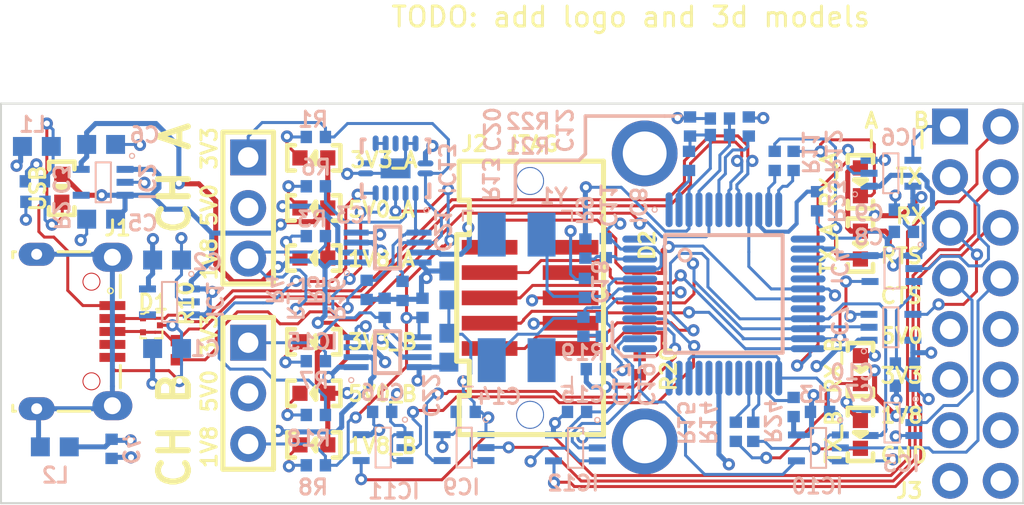
<source format=kicad_pcb>
(kicad_pcb (version 20171130) (host pcbnew 5.1.5)
  (layers (0 F.Cu signal) (1 In1.Cu signal hide) (2 In2.Cu signal hide) (31 B.Cu signal) (34 B.Paste user) (35 F.Paste user) (36 B.SilkS user) (37 F.SilkS user) (38 B.Mask user) (39 F.Mask user) (44 Edge.Cuts user))
  (net 0 "")
  (net 1 JTAG_VCC)
  (net 2 1V8)
  (net 3 5V_USB)
  (net 4 GND)
  (net 5 VCCIOA)
  (net 6 VCCIOB)
  (net 7 3V3_FT)
  (net 8 "Net-(1V8_A1-PadK)")
  (net 9 "Net-(1V8_B1-PadK)")
  (net 10 "Net-(3V3_A1-PadK)")
  (net 11 "Net-(3V3_B1-PadK)")
  (net 12 "Net-(5V0_A1-PadK)")
  (net 13 "Net-(5V0_B1-PadK)")
  (net 14 "Net-(C3-Pad1)")
  (net 15 "Net-(C11-Pad1)")
  (net 16 "Net-(C12-Pad1)")
  (net 17 "Net-(C17-Pad2)")
  (net 18 "Net-(C18-Pad2)")
  (net 19 /USB_D_N)
  (net 20 /USB_D_P)
  (net 21 /UART_1_CTS)
  (net 22 /UART_1_TXD)
  (net 23 /UART_1_RTS)
  (net 24 /UART_1_RXD)
  (net 25 /CN_JTAG_RESETn)
  (net 26 /IN2_A)
  (net 27 /IN1_A)
  (net 28 /UART_1_OE)
  (net 29 /UART_1_RXD_T)
  (net 30 /UART_1_CTS_T)
  (net 31 /UART_1_TXD_T)
  (net 32 /UART_1_RTS_T)
  (net 33 "Net-(IC8-Pad48)")
  (net 34 "Net-(IC8-Pad41)")
  (net 35 /UART_2_TXD)
  (net 36 /UART_2_RXD)
  (net 37 /UART_2_RTS)
  (net 38 /UART_2_CTS)
  (net 39 "Net-(IC8-Pad36)")
  (net 40 "Net-(IC8-Pad35)")
  (net 41 "Net-(IC8-Pad33)")
  (net 42 "Net-(IC8-Pad32)")
  (net 43 "Net-(IC8-Pad30)")
  (net 44 "Net-(IC8-Pad29)")
  (net 45 /UART_2_RXLED)
  (net 46 /UART_2_TXLED)
  (net 47 "Net-(IC8-Pad26)")
  (net 48 "Net-(IC8-Pad20)")
  (net 49 "Net-(IC8-Pad17)")
  (net 50 "Net-(IC8-Pad16)")
  (net 51 "Net-(IC8-Pad15)")
  (net 52 "Net-(IC8-Pad13)")
  (net 53 /UART_1_RXLED)
  (net 54 /UART_1_TXLED)
  (net 55 "Net-(IC8-Pad10)")
  (net 56 "Net-(IC8-Pad5)")
  (net 57 /FTDI_RST)
  (net 58 "Net-(IC8-Pad2)")
  (net 59 "Net-(IC8-Pad1)")
  (net 60 /UART_2_RXD_T)
  (net 61 /UART_2_CTS_T)
  (net 62 /UART_2_TXD_T)
  (net 63 /UART_2_RTS_T)
  (net 64 /IN12_A)
  (net 65 /IN2_B)
  (net 66 /IN1_B)
  (net 67 /IN12_B)
  (net 68 "Net-(IC13-Pad8)")
  (net 69 "Net-(IC13-Pad11)")
  (net 70 "Net-(J1-Pad4)")
  (net 71 "Net-(J2-Pad7)")
  (net 72 GNDREF)
  (net 73 "Net-(R2-Pad2)")
  (net 74 "Net-(R11-Pad2)")
  (net 75 "Net-(R12-Pad2)")
  (net 76 "Net-(R14-Pad2)")
  (net 77 "Net-(R15-Pad2)")
  (module FTDI-toolkit:SHF-105-01-X-D-SM (layer F.Cu) (at 155.25 -118.75)
    (fp_text reference J2 hide)
    (fp_text value ~ hide)
    (pad 10 smd rect (at -2.032 -2.54 180) (size 2.794 0.7366) (layers F.Cu F.Paste F.Mask) (net 25 /CN_JTAG_RESETn))
    (pad 9 smd rect (at 2.032 -2.54 180) (size 2.794 0.7366) (layers F.Cu F.Paste F.Mask) (net 4 GND))
    (pad 8 smd rect (at -2.032 -1.27 180) (size 2.794 0.7366) (layers F.Cu F.Paste F.Mask) (net 24 /UART_1_RXD))
    (pad 7 smd rect (at 2.032 -1.27 180) (size 2.794 0.7366) (layers F.Cu F.Paste F.Mask) (net 71 "Net-(J2-Pad7)"))
    (pad 6 smd rect (at -2.032 0 180) (size 2.794 0.7366) (layers F.Cu F.Paste F.Mask) (net 23 /UART_1_RTS))
    (pad 5 smd rect (at 2.032 0 180) (size 2.794 0.7366) (layers F.Cu F.Paste F.Mask) (net 4 GND))
    (pad 4 smd rect (at -2.032 1.27 180) (size 2.794 0.7366) (layers F.Cu F.Paste F.Mask) (net 22 /UART_1_TXD))
    (pad 3 smd rect (at 2.032 1.27 180) (size 2.794 0.7366) (layers F.Cu F.Paste F.Mask) (net 4 GND))
    (pad 2 smd rect (at -2.032 2.54 180) (size 2.794 0.7366) (layers F.Cu F.Paste F.Mask) (net 21 /UART_1_CTS))
    (pad 1 smd rect (at 2.032 2.54 180) (size 2.794 0.7366) (layers F.Cu F.Paste F.Mask) (net 1 JTAG_VCC))
    (pad 0 thru_hole circle (at 0 -5.867 90) (size 1.4 1.4) (drill 1.3) (layers *.Mask F.Cu))
    (pad 0 thru_hole circle (at 0 5.8675 90) (size 1.4 1.4) (drill 1.3) (layers *.Mask F.Cu))
  )
  (module FTDI-toolkit:Hole (layer F.Cu) (at 161 -111.55002)
    (fp_text reference REF** hide)
    (fp_text value Hole)
    (pad 0 thru_hole circle (at 0 0) (size 3.3 3.3) (drill 2.2) (layers B.Cu B.Mask))
  )
  (module FTDI-toolkit:Hole (layer F.Cu) (at 161 -126)
    (fp_text reference REF** hide)
    (fp_text value Hole)
    (pad 0 thru_hole circle (at 0 0) (size 3.3 3.3) (drill 2.2) (layers B.Cu B.Mask))
  )
  (module FTDI-toolkit:MH_2X08_2.54_RA (layer F.Cu) (at 176.325 -127.35)
    (fp_text reference J3 hide)
    (fp_text value ~ hide)
    (pad 16 thru_hole circle (at 2.54 17.78 270) (size 1.8 1.8) (drill 1.01999) (layers *.Cu *.Mask) (net 4 GND))
    (pad 15 thru_hole circle (at 0 17.78 270) (size 1.8 1.8) (drill 1.01999) (layers *.Cu *.Mask) (net 4 GND))
    (pad 14 thru_hole circle (at 2.54 15.24 270) (size 1.8 1.8) (drill 1.01999) (layers *.Cu *.Mask) (net 2 1V8))
    (pad 13 thru_hole circle (at 0 15.24 270) (size 1.8 1.8) (drill 1.01999) (layers *.Cu *.Mask) (net 2 1V8))
    (pad 12 thru_hole circle (at 2.54 12.7 270) (size 1.8 1.8) (drill 1.01999) (layers *.Cu *.Mask) (net 7 3V3_FT))
    (pad 11 thru_hole circle (at 0 12.7 270) (size 1.8 1.8) (drill 1.01999) (layers *.Cu *.Mask) (net 7 3V3_FT))
    (pad 10 thru_hole circle (at 2.54 10.16 270) (size 1.8 1.8) (drill 1.01999) (layers *.Cu *.Mask) (net 3 5V_USB))
    (pad 9 thru_hole circle (at 0 10.16 270) (size 1.8 1.8) (drill 1.01999) (layers *.Cu *.Mask) (net 3 5V_USB))
    (pad 8 thru_hole circle (at 2.54 7.62 270) (size 1.8 1.8) (drill 1.01999) (layers *.Cu *.Mask) (net 61 /UART_2_CTS_T))
    (pad 7 thru_hole circle (at 0 7.62 270) (size 1.8 1.8) (drill 1.01999) (layers *.Cu *.Mask) (net 30 /UART_1_CTS_T))
    (pad 6 thru_hole circle (at 2.54 5.08 270) (size 1.8 1.8) (drill 1.01999) (layers *.Cu *.Mask) (net 63 /UART_2_RTS_T))
    (pad 5 thru_hole circle (at 0 5.08 270) (size 1.8 1.8) (drill 1.01999) (layers *.Cu *.Mask) (net 32 /UART_1_RTS_T))
    (pad 4 thru_hole circle (at 2.54 2.54 270) (size 1.8 1.8) (drill 1.01999) (layers *.Cu *.Mask) (net 60 /UART_2_RXD_T))
    (pad 3 thru_hole circle (at 0 2.54) (size 1.8 1.8) (drill 1.01999) (layers *.Cu *.Mask) (net 29 /UART_1_RXD_T))
    (pad 2 thru_hole circle (at 2.54 0 270) (size 1.8 1.8) (drill 1.01999) (layers *.Cu *.Mask) (net 62 /UART_2_TXD_T))
    (pad 1 thru_hole rect (at 0 0 270) (size 1.8 1.8) (drill 1.01999) (layers *.Cu *.Mask) (net 31 /UART_1_TXD_T))
  )
  (module FTDI-toolkit:MH_1X03_2.54 (layer F.Cu) (at 141.1054 -116.5)
    (fp_text reference SW1_B1 hide)
    (fp_text value ~ hide)
    (pad 3 thru_hole circle (at 0 5.08 270) (size 1.8 1.8) (drill 1.01999) (layers *.Cu *.Mask) (net 65 /IN2_B))
    (pad 2 thru_hole circle (at 0 2.54 270) (size 1.8 1.8) (drill 1.01999) (layers *.Cu *.Mask) (net 4 GND))
    (pad 1 thru_hole rect (at 0 0 270) (size 1.8 1.8) (drill 1.01999) (layers *.Cu *.Mask) (net 66 /IN1_B))
  )
  (module FTDI-toolkit:MH_1X03_2.54 (layer F.Cu) (at 141.1054 -125.80022)
    (fp_text reference SW1_A1 hide)
    (fp_text value ~ hide)
    (pad 3 thru_hole circle (at 0 5.08 270) (size 1.8 1.8) (drill 1.01999) (layers *.Cu *.Mask) (net 26 /IN2_A))
    (pad 2 thru_hole circle (at 0 2.54 270) (size 1.8 1.8) (drill 1.01999) (layers *.Cu *.Mask) (net 4 GND))
    (pad 1 thru_hole rect (at 0 0 270) (size 1.8 1.8) (drill 1.01999) (layers *.Cu *.Mask) (net 27 /IN1_A))
  )
  (module FTDI-toolkit:WE_629105150521 (layer F.Cu) (at 131.39 -117.064)
    (fp_text reference J1 hide)
    (fp_text value ~ hide)
    (pad 1 smd rect (at 2.9 -1.3 270) (size 0.45 1.3) (layers F.Cu F.Paste F.Mask) (net 14 "Net-(C3-Pad1)"))
    (pad 5 smd rect (at 2.9 1.3 270) (size 0.45 1.3) (layers F.Cu F.Paste F.Mask) (net 4 GND))
    (pad 4 smd rect (at 2.9 0.65 270) (size 0.45 1.3) (layers F.Cu F.Paste F.Mask) (net 70 "Net-(J1-Pad4)"))
    (pad 2 smd rect (at 2.9 -0.65 270) (size 0.45 1.3) (layers F.Cu F.Paste F.Mask) (net 19 /USB_D_N))
    (pad 3 smd rect (at 2.9 0 270) (size 0.45 1.3) (layers F.Cu F.Paste F.Mask) (net 20 /USB_D_P))
    (pad S thru_hole oval (at 2.9 -3.725 270) (size 1.45 2) (drill 0.85) (layers *.Cu *.Mask) (net 72 GNDREF))
    (pad S thru_hole oval (at 2.9 3.725 270) (size 1.45 2) (drill 0.85) (layers *.Cu *.Mask) (net 72 GNDREF))
    (pad S thru_hole oval (at -0.9 -3.875 270) (size 1.15 1.8) (drill 0.55) (layers *.Cu *.Mask) (net 72 GNDREF))
    (pad S thru_hole oval (at -0.9 3.875 270) (size 1.15 1.8) (drill 0.55) (layers *.Cu *.Mask) (net 72 GNDREF))
    (pad "" np_thru_hole circle (at 1.85001 -2.5 270) (size 0.9 0.9) (drill 0.8) (layers *.Mask F.Cu))
    (pad "" np_thru_hole circle (at 1.85001 2.5 270) (size 0.9 0.9) (drill 0.8) (layers *.Mask F.Cu))
  )
  (module FTDI-toolkit:0603 (layer B.Cu) (at 151.175 -116.25)
    (fp_text reference C22 hide)
    (fp_text value C_100n_0402_16V hide)
    (pad 2 smd rect (at 0 0.725 180) (size 0.95 0.95) (layers B.Cu B.Paste B.Mask) (net 3 5V_USB))
    (pad 1 smd rect (at 0 -0.725 180) (size 0.95 0.95) (layers B.Cu B.Paste B.Mask) (net 4 GND))
  )
  (module FTDI-toolkit:LED0603 (layer F.Cu) (at 144.4 -120.75 270)
    (fp_text reference 1V8_A1 hide)
    (fp_text value KPT-1608SGC hide)
    (pad K smd rect (at 0 0.6985 180) (size 0.762 0.762) (layers F.Cu F.Paste F.Mask) (net 8 "Net-(1V8_A1-PadK)"))
    (pad A smd rect (at 0 -0.6985 180) (size 0.762 0.762) (layers F.Cu F.Paste F.Mask) (net 3 5V_USB))
  )
  (module FTDI-toolkit:LED0603 (layer F.Cu) (at 144.4 -125.775 270)
    (fp_text reference 3V3_A1 hide)
    (fp_text value KPT-1608SGC hide)
    (pad K smd rect (at 0 0.6985 180) (size 0.762 0.762) (layers F.Cu F.Paste F.Mask) (net 10 "Net-(3V3_A1-PadK)"))
    (pad A smd rect (at 0 -0.6985 180) (size 0.762 0.762) (layers F.Cu F.Paste F.Mask) (net 3 5V_USB))
  )
  (module FTDI-toolkit:LED0603 (layer F.Cu) (at 144.4 -116.55 270)
    (fp_text reference 3V3_B1 hide)
    (fp_text value KPT-1608SGC hide)
    (pad K smd rect (at 0 0.6985 180) (size 0.762 0.762) (layers F.Cu F.Paste F.Mask) (net 11 "Net-(3V3_B1-PadK)"))
    (pad A smd rect (at 0 -0.6985 180) (size 0.762 0.762) (layers F.Cu F.Paste F.Mask) (net 3 5V_USB))
  )
  (module FTDI-toolkit:LED0603 (layer F.Cu) (at 144.4 -123.2625 270)
    (fp_text reference 5V0_A1 hide)
    (fp_text value KPT-1608SGC hide)
    (pad K smd rect (at 0 0.6985 180) (size 0.762 0.762) (layers F.Cu F.Paste F.Mask) (net 12 "Net-(5V0_A1-PadK)"))
    (pad A smd rect (at 0 -0.6985 180) (size 0.762 0.762) (layers F.Cu F.Paste F.Mask) (net 3 5V_USB))
  )
  (module FTDI-toolkit:LED0603 (layer F.Cu) (at 144.4 -113.9625 270)
    (fp_text reference 5V0_B1 hide)
    (fp_text value KPT-1608SGC hide)
    (pad K smd rect (at 0 0.6985 180) (size 0.762 0.762) (layers F.Cu F.Paste F.Mask) (net 13 "Net-(5V0_B1-PadK)"))
    (pad A smd rect (at 0 -0.6985 180) (size 0.762 0.762) (layers F.Cu F.Paste F.Mask) (net 3 5V_USB))
  )
  (module FTDI-toolkit:0603 (layer B.Cu) (at 137.033 -116.20899 270)
    (fp_text reference C1 hide)
    (fp_text value 1u hide)
    (pad 2 smd rect (at 0 0.725 90) (size 0.95 0.95) (layers B.Cu B.Paste B.Mask) (net 7 3V3_FT))
    (pad 1 smd rect (at 0 -0.725 90) (size 0.95 0.95) (layers B.Cu B.Paste B.Mask) (net 4 GND))
  )
  (module FTDI-toolkit:0603 (layer B.Cu) (at 137.033 -120.65 270)
    (fp_text reference C2 hide)
    (fp_text value 1u hide)
    (pad 2 smd rect (at 0 0.725 90) (size 0.95 0.95) (layers B.Cu B.Paste B.Mask) (net 7 3V3_FT))
    (pad 1 smd rect (at 0 -0.725 90) (size 0.95 0.95) (layers B.Cu B.Paste B.Mask) (net 4 GND))
  )
  (module FTDI-toolkit:0402 (layer B.Cu) (at 130.4 -124.6 270)
    (fp_text reference C3 hide)
    (fp_text value C_10n_0402 hide)
    (pad 2 smd rect (at 0 0.48 90) (size 0.62 0.57) (layers B.Cu B.Paste B.Mask) (net 4 GND))
    (pad 1 smd rect (at 0 -0.48 90) (size 0.62 0.57) (layers B.Cu B.Paste B.Mask) (net 14 "Net-(C3-Pad1)"))
  )
  (module FTDI-toolkit:0402 (layer B.Cu) (at 134.25 -111.175)
    (fp_text reference C4 hide)
    (fp_text value C_100n_0402_16V hide)
    (pad 2 smd rect (at 0 0.48 180) (size 0.62 0.57) (layers B.Cu B.Paste B.Mask) (net 3 5V_USB))
    (pad 1 smd rect (at 0 -0.48 180) (size 0.62 0.57) (layers B.Cu B.Paste B.Mask) (net 4 GND))
  )
  (module FTDI-toolkit:0603 (layer B.Cu) (at 133.725 -122.7 90)
    (fp_text reference C5 hide)
    (fp_text value 1u hide)
    (pad 2 smd rect (at 0 0.725 270) (size 0.95 0.95) (layers B.Cu B.Paste B.Mask) (net 3 5V_USB))
    (pad 1 smd rect (at 0 -0.725 270) (size 0.95 0.95) (layers B.Cu B.Paste B.Mask) (net 4 GND))
  )
  (module FTDI-toolkit:0603 (layer B.Cu) (at 133.725 -126.45 270)
    (fp_text reference C6 hide)
    (fp_text value 1u hide)
    (pad 2 smd rect (at 0 0.725 90) (size 0.95 0.95) (layers B.Cu B.Paste B.Mask) (net 2 1V8))
    (pad 1 smd rect (at 0 -0.725 90) (size 0.95 0.95) (layers B.Cu B.Paste B.Mask) (net 4 GND))
  )
  (module FTDI-toolkit:0402 (layer B.Cu) (at 174.05803 -114.343 270)
    (fp_text reference C7 hide)
    (fp_text value C_100n_0402_16V hide)
    (pad 2 smd rect (at 0 0.48 90) (size 0.62 0.57) (layers B.Cu B.Paste B.Mask) (net 7 3V3_FT))
    (pad 1 smd rect (at 0 -0.48 90) (size 0.62 0.57) (layers B.Cu B.Paste B.Mask) (net 4 GND))
  )
  (module FTDI-toolkit:0402 (layer B.Cu) (at 174.00804 -122.063 270)
    (fp_text reference C8 hide)
    (fp_text value C_100n_0402_16V hide)
    (pad 2 smd rect (at 0 0.48 90) (size 0.62 0.57) (layers B.Cu B.Paste B.Mask) (net 7 3V3_FT))
    (pad 1 smd rect (at 0 -0.48 90) (size 0.62 0.57) (layers B.Cu B.Paste B.Mask) (net 4 GND))
  )
  (module FTDI-toolkit:0402 (layer B.Cu) (at 174.00804 -123.178 90)
    (fp_text reference C9 hide)
    (fp_text value C_100n_0402_16V hide)
    (pad 2 smd rect (at 0 0.48 270) (size 0.62 0.57) (layers B.Cu B.Paste B.Mask) (net 5 VCCIOA))
    (pad 1 smd rect (at 0 -0.48 270) (size 0.62 0.57) (layers B.Cu B.Paste B.Mask) (net 4 GND))
  )
  (module FTDI-toolkit:0402 (layer B.Cu) (at 174.05803 -115.458 90)
    (fp_text reference C10 hide)
    (fp_text value C_100n_0402_16V hide)
    (pad 2 smd rect (at 0 0.48 270) (size 0.62 0.57) (layers B.Cu B.Paste B.Mask) (net 5 VCCIOA))
    (pad 1 smd rect (at 0 -0.48 270) (size 0.62 0.57) (layers B.Cu B.Paste B.Mask) (net 4 GND))
  )
  (module FTDI-toolkit:0402 (layer B.Cu) (at 159.05 -121.25 180)
    (fp_text reference C11 hide)
    (fp_text value C_100n_0402_16V hide)
    (pad 2 smd rect (at 0 0.48) (size 0.62 0.57) (layers B.Cu B.Paste B.Mask) (net 4 GND))
    (pad 1 smd rect (at 0 -0.48) (size 0.62 0.57) (layers B.Cu B.Paste B.Mask) (net 15 "Net-(C11-Pad1)"))
  )
  (module FTDI-toolkit:0402 (layer B.Cu) (at 166.225 -127.35 180)
    (fp_text reference C12 hide)
    (fp_text value C_100n_0402_16V hide)
    (pad 2 smd rect (at 0 0.48) (size 0.62 0.57) (layers B.Cu B.Paste B.Mask) (net 4 GND))
    (pad 1 smd rect (at 0 -0.48) (size 0.62 0.57) (layers B.Cu B.Paste B.Mask) (net 16 "Net-(C12-Pad1)"))
  )
  (module FTDI-toolkit:0402 (layer B.Cu) (at 169.799 -113.03 270)
    (fp_text reference C13 hide)
    (fp_text value C_100n_0402_16V hide)
    (pad 2 smd rect (at 0 0.48 90) (size 0.62 0.57) (layers B.Cu B.Paste B.Mask) (net 7 3V3_FT))
    (pad 1 smd rect (at 0 -0.48 90) (size 0.62 0.57) (layers B.Cu B.Paste B.Mask) (net 4 GND))
  )
  (module FTDI-toolkit:0402 (layer B.Cu) (at 152.019 -113.03 270)
    (fp_text reference C14 hide)
    (fp_text value C_100n_0402_16V hide)
    (pad 2 smd rect (at 0 0.48 90) (size 0.62 0.57) (layers B.Cu B.Paste B.Mask) (net 7 3V3_FT))
    (pad 1 smd rect (at 0 -0.48 90) (size 0.62 0.57) (layers B.Cu B.Paste B.Mask) (net 4 GND))
  )
  (module FTDI-toolkit:0402 (layer B.Cu) (at 157.607 -113.03 270)
    (fp_text reference C15 hide)
    (fp_text value C_100n_0402_16V hide)
    (pad 2 smd rect (at 0 0.48 90) (size 0.62 0.57) (layers B.Cu B.Paste B.Mask) (net 6 VCCIOB))
    (pad 1 smd rect (at 0 -0.48 90) (size 0.62 0.57) (layers B.Cu B.Paste B.Mask) (net 4 GND))
  )
  (module FTDI-toolkit:0402 (layer B.Cu) (at 147.828 -113.03 270)
    (fp_text reference C16 hide)
    (fp_text value C_100n_0402_16V hide)
    (pad 2 smd rect (at 0 0.48 90) (size 0.62 0.57) (layers B.Cu B.Paste B.Mask) (net 6 VCCIOB))
    (pad 1 smd rect (at 0 -0.48 90) (size 0.62 0.57) (layers B.Cu B.Paste B.Mask) (net 4 GND))
  )
  (module FTDI-toolkit:0402 (layer B.Cu) (at 157.925 -117.3 180)
    (fp_text reference C17 hide)
    (fp_text value C_27p_0402 hide)
    (pad 2 smd rect (at 0 0.48) (size 0.62 0.57) (layers B.Cu B.Paste B.Mask) (net 17 "Net-(C17-Pad2)"))
    (pad 1 smd rect (at 0 -0.48) (size 0.62 0.57) (layers B.Cu B.Paste B.Mask) (net 4 GND))
  )
  (module FTDI-toolkit:0402 (layer B.Cu) (at 158 -119.25)
    (fp_text reference C18 hide)
    (fp_text value C_27p_0402 hide)
    (pad 2 smd rect (at 0 0.48 180) (size 0.62 0.57) (layers B.Cu B.Paste B.Mask) (net 18 "Net-(C18-Pad2)"))
    (pad 1 smd rect (at 0 -0.48 180) (size 0.62 0.57) (layers B.Cu B.Paste B.Mask) (net 4 GND))
  )
  (module FTDI-toolkit:0402 (layer B.Cu) (at 158.84999 -117.3 180)
    (fp_text reference C19 hide)
    (fp_text value C_100n_0402_16V hide)
    (pad 2 smd rect (at 0 0.48) (size 0.62 0.57) (layers B.Cu B.Paste B.Mask) (net 3 5V_USB))
    (pad 1 smd rect (at 0 -0.48) (size 0.62 0.57) (layers B.Cu B.Paste B.Mask) (net 4 GND))
  )
  (module FTDI-toolkit:0402 (layer B.Cu) (at 163.275 -127.35)
    (fp_text reference C20 hide)
    (fp_text value C_100n_0402_16V hide)
    (pad 2 smd rect (at 0 0.48 180) (size 0.62 0.57) (layers B.Cu B.Paste B.Mask) (net 3 5V_USB))
    (pad 1 smd rect (at 0 -0.48 180) (size 0.62 0.57) (layers B.Cu B.Paste B.Mask) (net 4 GND))
  )
  (module FTDI-toolkit:0603 (layer B.Cu) (at 151.175 -119.375 180)
    (fp_text reference C21 hide)
    (fp_text value C_100n_0402_16V hide)
    (pad 2 smd rect (at 0 0.725) (size 0.95 0.95) (layers B.Cu B.Paste B.Mask) (net 3 5V_USB))
    (pad 1 smd rect (at 0 -0.725) (size 0.95 0.95) (layers B.Cu B.Paste B.Mask) (net 4 GND))
  )
  (module antmicro-footprints:SOT-3 (layer F.Cu) (at 136.25 -117.37501 270)
    (fp_text reference D1 hide)
    (fp_text value TPD2E009DRTR hide)
    (pad 2 smd rect (at 0.35 0.425 270) (size 0.3 0.3) (layers F.Cu F.Paste F.Mask) (net 20 /USB_D_P))
    (pad 3 smd rect (at 0 -0.425 270) (size 0.3 0.3) (layers F.Cu F.Paste F.Mask) (net 4 GND))
    (pad 1 smd rect (at -0.35 0.425 270) (size 0.3 0.3) (layers F.Cu F.Paste F.Mask) (net 19 /USB_D_N))
  )
  (module FTDI-toolkit:TPD6E05U06_PASS (layer F.Cu) (at 161.25 -118.5)
    (fp_text reference D2 hide)
    (fp_text value ~ hide)
    (pad 14 smd rect (at -0.625 1.5 90) (size 0.2 0.5) (layers F.Cu F.Paste F.Mask) (net 1 JTAG_VCC))
    (pad 13 smd rect (at -0.625 1 90) (size 0.2 0.5) (layers F.Cu F.Paste F.Mask) (net 21 /UART_1_CTS))
    (pad 12 smd rect (at -0.625 0.5 90) (size 0.2 0.5) (layers F.Cu F.Paste F.Mask) (net 22 /UART_1_TXD))
    (pad 11 smd rect (at -0.625 0 90) (size 0.2 0.5) (layers F.Cu F.Paste F.Mask) (net 23 /UART_1_RTS))
    (pad 10 smd rect (at -0.625 -0.5 90) (size 0.2 0.5) (layers F.Cu F.Paste F.Mask) (net 4 GND))
    (pad 9 smd rect (at -0.625 -1 90) (size 0.2 0.5) (layers F.Cu F.Paste F.Mask) (net 24 /UART_1_RXD))
    (pad 8 smd rect (at -0.625 -1.5 90) (size 0.2 0.5) (layers F.Cu F.Paste F.Mask) (net 25 /CN_JTAG_RESETn))
    (pad 8 smd rect (at 0.625 -1.5 90) (size 0.2 0.5) (layers F.Cu F.Paste F.Mask) (net 25 /CN_JTAG_RESETn))
    (pad 9 smd rect (at 0.625 -1 90) (size 0.2 0.5) (layers F.Cu F.Paste F.Mask) (net 24 /UART_1_RXD))
    (pad 5 smd rect (at 0.625 -0.5 90) (size 0.2 0.5) (layers F.Cu F.Paste F.Mask) (net 4 GND))
    (pad 11 smd rect (at 0.625 0 90) (size 0.2 0.5) (layers F.Cu F.Paste F.Mask) (net 23 /UART_1_RTS))
    (pad 12 smd rect (at 0.625 0.5 90) (size 0.2 0.5) (layers F.Cu F.Paste F.Mask) (net 22 /UART_1_TXD))
    (pad 13 smd rect (at 0.625 1 90) (size 0.2 0.5) (layers F.Cu F.Paste F.Mask) (net 21 /UART_1_CTS))
    (pad 14 smd rect (at 0.625 1.5 90) (size 0.2 0.5) (layers F.Cu F.Paste F.Mask) (net 1 JTAG_VCC))
  )
  (module FTDI-toolkit:SC70-5 (layer B.Cu) (at 138.25 -119.2)
    (fp_text reference IC1 hide)
    (fp_text value TLV70033DCKT hide)
    (pad 5 smd rect (at -2.2 0 90) (size 0.35 0.85) (layers B.Cu B.Paste B.Mask) (net 7 3V3_FT))
    (pad 4 smd rect (at -2.2 1.3 90) (size 0.35 0.85) (layers B.Cu B.Paste B.Mask))
    (pad 3 smd rect (at 0 1.3 90) (size 0.35 0.85) (layers B.Cu B.Paste B.Mask) (net 3 5V_USB))
    (pad 2 smd rect (at 0 0.65 90) (size 0.35 0.85) (layers B.Cu B.Paste B.Mask) (net 4 GND))
    (pad 1 smd rect (at 0 0 90) (size 0.35 0.85) (layers B.Cu B.Paste B.Mask) (net 3 5V_USB))
  )
  (module FTDI-toolkit:SC70-5 (layer B.Cu) (at 134.925 -125.2)
    (fp_text reference IC2 hide)
    (fp_text value TLV70018DCKT hide)
    (pad 5 smd rect (at -2.2 0 90) (size 0.35 0.85) (layers B.Cu B.Paste B.Mask) (net 2 1V8))
    (pad 4 smd rect (at -2.2 1.3 90) (size 0.35 0.85) (layers B.Cu B.Paste B.Mask))
    (pad 3 smd rect (at 0 1.3 90) (size 0.35 0.85) (layers B.Cu B.Paste B.Mask) (net 3 5V_USB))
    (pad 2 smd rect (at 0 0.65 90) (size 0.35 0.85) (layers B.Cu B.Paste B.Mask) (net 4 GND))
    (pad 1 smd rect (at 0 0 90) (size 0.35 0.85) (layers B.Cu B.Paste B.Mask) (net 3 5V_USB))
  )
  (module FTDI-toolkit:TS5A3359 (layer B.Cu) (at 148.1 -121.27499)
    (fp_text reference IC3 hide)
    (fp_text value TS5A3359 hide)
    (pad 1 smd rect (at -1.579 0.75 270) (size 0.3 1.25) (layers B.Cu B.Paste B.Mask) (net 2 1V8))
    (pad 2 smd rect (at -1.579 0.25 270) (size 0.3 1.25) (layers B.Cu B.Paste B.Mask) (net 7 3V3_FT))
    (pad 3 smd rect (at -1.579 -0.25 270) (size 0.3 1.25) (layers B.Cu B.Paste B.Mask) (net 3 5V_USB))
    (pad 4 smd rect (at -1.579 -0.75 270) (size 0.3 1.25) (layers B.Cu B.Paste B.Mask) (net 4 GND))
    (pad 8 smd rect (at 1.579 0.75 270) (size 0.3 1.25) (layers B.Cu B.Paste B.Mask) (net 3 5V_USB))
    (pad 7 smd rect (at 1.579 0.25 270) (size 0.3 1.25) (layers B.Cu B.Paste B.Mask) (net 5 VCCIOA))
    (pad 6 smd rect (at 1.579 -0.25 270) (size 0.3 1.25) (layers B.Cu B.Paste B.Mask) (net 27 /IN1_A))
    (pad 5 smd rect (at 1.579 -0.75 270) (size 0.3 1.25) (layers B.Cu B.Paste B.Mask) (net 26 /IN2_A))
  )
  (module FTDI-toolkit:SC70-5 (layer B.Cu) (at 174.508 -120.87133)
    (fp_text reference IC4 hide)
    (fp_text value ~ hide)
    (pad 5 smd rect (at -2.2 0 90) (size 0.35 0.85) (layers B.Cu B.Paste B.Mask) (net 7 3V3_FT))
    (pad 4 smd rect (at -2.2 1.3 90) (size 0.35 0.85) (layers B.Cu B.Paste B.Mask) (net 24 /UART_1_RXD))
    (pad 3 smd rect (at 0 1.3 90) (size 0.35 0.85) (layers B.Cu B.Paste B.Mask) (net 4 GND))
    (pad 2 smd rect (at 0 0.65 90) (size 0.35 0.85) (layers B.Cu B.Paste B.Mask) (net 29 /UART_1_RXD_T))
    (pad 1 smd rect (at 0 0 90) (size 0.35 0.85) (layers B.Cu B.Paste B.Mask) (net 28 /UART_1_OE))
  )
  (module FTDI-toolkit:SC70-5 (layer B.Cu) (at 174.508 -113.143)
    (fp_text reference IC5 hide)
    (fp_text value ~ hide)
    (pad 5 smd rect (at -2.2 0 90) (size 0.35 0.85) (layers B.Cu B.Paste B.Mask) (net 7 3V3_FT))
    (pad 4 smd rect (at -2.2 1.3 90) (size 0.35 0.85) (layers B.Cu B.Paste B.Mask) (net 21 /UART_1_CTS))
    (pad 3 smd rect (at 0 1.3 90) (size 0.35 0.85) (layers B.Cu B.Paste B.Mask) (net 4 GND))
    (pad 2 smd rect (at 0 0.65 90) (size 0.35 0.85) (layers B.Cu B.Paste B.Mask) (net 30 /UART_1_CTS_T))
    (pad 1 smd rect (at 0 0 90) (size 0.35 0.85) (layers B.Cu B.Paste B.Mask) (net 28 /UART_1_OE))
  )
  (module FTDI-toolkit:SC70-5 (layer B.Cu) (at 172.258 -124.353 180)
    (fp_text reference IC6 hide)
    (fp_text value ~ hide)
    (pad 5 smd rect (at -2.2 0 270) (size 0.35 0.85) (layers B.Cu B.Paste B.Mask) (net 5 VCCIOA))
    (pad 4 smd rect (at -2.2 1.3 270) (size 0.35 0.85) (layers B.Cu B.Paste B.Mask) (net 31 /UART_1_TXD_T))
    (pad 3 smd rect (at 0 1.3 270) (size 0.35 0.85) (layers B.Cu B.Paste B.Mask) (net 4 GND))
    (pad 2 smd rect (at 0 0.65 270) (size 0.35 0.85) (layers B.Cu B.Paste B.Mask) (net 22 /UART_1_TXD))
    (pad 1 smd rect (at 0 0 270) (size 0.35 0.85) (layers B.Cu B.Paste B.Mask) (net 28 /UART_1_OE))
  )
  (module FTDI-toolkit:SC70-5 (layer B.Cu) (at 172.258 -116.62467 180)
    (fp_text reference IC7 hide)
    (fp_text value SN74LV1T125DCKR hide)
    (pad 5 smd rect (at -2.2 0 270) (size 0.35 0.85) (layers B.Cu B.Paste B.Mask) (net 5 VCCIOA))
    (pad 4 smd rect (at -2.2 1.3 270) (size 0.35 0.85) (layers B.Cu B.Paste B.Mask) (net 32 /UART_1_RTS_T))
    (pad 3 smd rect (at 0 1.3 270) (size 0.35 0.85) (layers B.Cu B.Paste B.Mask) (net 4 GND))
    (pad 2 smd rect (at 0 0.65 270) (size 0.35 0.85) (layers B.Cu B.Paste B.Mask) (net 23 /UART_1_RTS))
    (pad 1 smd rect (at 0 0 270) (size 0.35 0.85) (layers B.Cu B.Paste B.Mask) (net 28 /UART_1_OE))
  )
  (module FTDI-toolkit:LQFP-48 (layer B.Cu) (at 164.975 -118.95)
    (fp_text reference IC8 hide)
    (fp_text value FT2232D hide)
    (pad 7 smd oval (at 0.25 -4.225 180) (size 0.35 1.75) (layers B.Cu B.Paste B.Mask) (net 20 /USB_D_P))
    (pad 8 smd oval (at 0.75 -4.225 180) (size 0.35 1.75) (layers B.Cu B.Paste B.Mask) (net 19 /USB_D_N))
    (pad 1 smd oval (at -2.75 -4.225 180) (size 0.35 1.75) (layers B.Cu B.Paste B.Mask) (net 59 "Net-(IC8-Pad1)"))
    (pad 2 smd oval (at -2.25 -4.225 180) (size 0.35 1.75) (layers B.Cu B.Paste B.Mask) (net 58 "Net-(IC8-Pad2)"))
    (pad 3 smd oval (at -1.75 -4.225 180) (size 0.35 1.75) (layers B.Cu B.Paste B.Mask) (net 3 5V_USB))
    (pad 4 smd oval (at -1.25 -4.225 180) (size 0.35 1.75) (layers B.Cu B.Paste B.Mask) (net 57 /FTDI_RST))
    (pad 5 smd oval (at -0.75 -4.225 180) (size 0.35 1.75) (layers B.Cu B.Paste B.Mask) (net 56 "Net-(IC8-Pad5)"))
    (pad 6 smd oval (at -0.25 -4.225 180) (size 0.35 1.75) (layers B.Cu B.Paste B.Mask) (net 16 "Net-(C12-Pad1)"))
    (pad 9 smd oval (at 1.25 -4.225 180) (size 0.35 1.75) (layers B.Cu B.Paste B.Mask) (net 4 GND))
    (pad 10 smd oval (at 1.75 -4.225 180) (size 0.35 1.75) (layers B.Cu B.Paste B.Mask) (net 55 "Net-(IC8-Pad10)"))
    (pad 11 smd oval (at 2.25 -4.225 180) (size 0.35 1.75) (layers B.Cu B.Paste B.Mask) (net 54 /UART_1_TXLED))
    (pad 12 smd oval (at 2.75 -4.225 180) (size 0.35 1.75) (layers B.Cu B.Paste B.Mask) (net 53 /UART_1_RXLED))
    (pad 13 smd oval (at 4.225 -2.75 270) (size 0.35 1.75) (layers B.Cu B.Paste B.Mask) (net 52 "Net-(IC8-Pad13)"))
    (pad 14 smd oval (at 4.225 -2.25 270) (size 0.35 1.75) (layers B.Cu B.Paste B.Mask) (net 7 3V3_FT))
    (pad 15 smd oval (at 4.225 -1.75 270) (size 0.35 1.75) (layers B.Cu B.Paste B.Mask) (net 51 "Net-(IC8-Pad15)"))
    (pad 16 smd oval (at 4.225 -1.25 270) (size 0.35 1.75) (layers B.Cu B.Paste B.Mask) (net 50 "Net-(IC8-Pad16)"))
    (pad 17 smd oval (at 4.225 -0.75 270) (size 0.35 1.75) (layers B.Cu B.Paste B.Mask) (net 49 "Net-(IC8-Pad17)"))
    (pad 18 smd oval (at 4.225 -0.25 270) (size 0.35 1.75) (layers B.Cu B.Paste B.Mask) (net 4 GND))
    (pad 19 smd oval (at 4.225 0.25 270) (size 0.35 1.75) (layers B.Cu B.Paste B.Mask) (net 25 /CN_JTAG_RESETn))
    (pad 20 smd oval (at 4.225 0.75 270) (size 0.35 1.75) (layers B.Cu B.Paste B.Mask) (net 48 "Net-(IC8-Pad20)"))
    (pad 21 smd oval (at 4.225 1.25 270) (size 0.35 1.75) (layers B.Cu B.Paste B.Mask) (net 21 /UART_1_CTS))
    (pad 22 smd oval (at 4.225 1.75 270) (size 0.35 1.75) (layers B.Cu B.Paste B.Mask) (net 23 /UART_1_RTS))
    (pad 23 smd oval (at 4.225 2.25 270) (size 0.35 1.75) (layers B.Cu B.Paste B.Mask) (net 24 /UART_1_RXD))
    (pad 24 smd oval (at 4.225 2.75 270) (size 0.35 1.75) (layers B.Cu B.Paste B.Mask) (net 22 /UART_1_TXD))
    (pad 25 smd oval (at 2.75 4.225 180) (size 0.35 1.75) (layers B.Cu B.Paste B.Mask) (net 4 GND))
    (pad 26 smd oval (at 2.25 4.225 180) (size 0.35 1.75) (layers B.Cu B.Paste B.Mask) (net 47 "Net-(IC8-Pad26)"))
    (pad 27 smd oval (at 1.75 4.225 180) (size 0.35 1.75) (layers B.Cu B.Paste B.Mask) (net 46 /UART_2_TXLED))
    (pad 28 smd oval (at 1.25 4.225 180) (size 0.35 1.75) (layers B.Cu B.Paste B.Mask) (net 45 /UART_2_RXLED))
    (pad 29 smd oval (at 0.75 4.225 180) (size 0.35 1.75) (layers B.Cu B.Paste B.Mask) (net 44 "Net-(IC8-Pad29)"))
    (pad 30 smd oval (at 0.25 4.225 180) (size 0.35 1.75) (layers B.Cu B.Paste B.Mask) (net 43 "Net-(IC8-Pad30)"))
    (pad 31 smd oval (at -0.25 4.225 180) (size 0.35 1.75) (layers B.Cu B.Paste B.Mask) (net 7 3V3_FT))
    (pad 32 smd oval (at -0.75 4.225 180) (size 0.35 1.75) (layers B.Cu B.Paste B.Mask) (net 42 "Net-(IC8-Pad32)"))
    (pad 33 smd oval (at -1.25 4.225 180) (size 0.35 1.75) (layers B.Cu B.Paste B.Mask) (net 41 "Net-(IC8-Pad33)"))
    (pad 34 smd oval (at -1.75 4.225 180) (size 0.35 1.75) (layers B.Cu B.Paste B.Mask) (net 4 GND))
    (pad 35 smd oval (at -2.25 4.225 180) (size 0.35 1.75) (layers B.Cu B.Paste B.Mask) (net 40 "Net-(IC8-Pad35)"))
    (pad 36 smd oval (at -2.75 4.225 180) (size 0.35 1.75) (layers B.Cu B.Paste B.Mask) (net 39 "Net-(IC8-Pad36)"))
    (pad 37 smd oval (at -4.225 2.75 270) (size 0.35 1.75) (layers B.Cu B.Paste B.Mask) (net 38 /UART_2_CTS))
    (pad 38 smd oval (at -4.225 2.25 270) (size 0.35 1.75) (layers B.Cu B.Paste B.Mask) (net 37 /UART_2_RTS))
    (pad 39 smd oval (at -4.225 1.75 270) (size 0.35 1.75) (layers B.Cu B.Paste B.Mask) (net 36 /UART_2_RXD))
    (pad 40 smd oval (at -4.225 1.25 270) (size 0.35 1.75) (layers B.Cu B.Paste B.Mask) (net 35 /UART_2_TXD))
    (pad 41 smd oval (at -4.225 0.75 270) (size 0.35 1.75) (layers B.Cu B.Paste B.Mask) (net 34 "Net-(IC8-Pad41)"))
    (pad 42 smd oval (at -4.225 0.25 270) (size 0.35 1.75) (layers B.Cu B.Paste B.Mask) (net 3 5V_USB))
    (pad 43 smd oval (at -4.225 -0.25 270) (size 0.35 1.75) (layers B.Cu B.Paste B.Mask) (net 17 "Net-(C17-Pad2)"))
    (pad 44 smd oval (at -4.225 -0.75 270) (size 0.35 1.75) (layers B.Cu B.Paste B.Mask) (net 18 "Net-(C18-Pad2)"))
    (pad 45 smd oval (at -4.225 -1.25 270) (size 0.35 1.75) (layers B.Cu B.Paste B.Mask) (net 4 GND))
    (pad 46 smd oval (at -4.225 -1.75 270) (size 0.35 1.75) (layers B.Cu B.Paste B.Mask) (net 15 "Net-(C11-Pad1)"))
    (pad 47 smd oval (at -4.225 -2.25 270) (size 0.35 1.75) (layers B.Cu B.Paste B.Mask) (net 4 GND))
    (pad 48 smd oval (at -4.225 -2.75 270) (size 0.35 1.75) (layers B.Cu B.Paste B.Mask) (net 33 "Net-(IC8-Pad48)"))
  )
  (module FTDI-toolkit:SC70-5 (layer B.Cu) (at 153.035 -111.887)
    (fp_text reference IC9 hide)
    (fp_text value ~ hide)
    (pad 5 smd rect (at -2.2 0 90) (size 0.35 0.85) (layers B.Cu B.Paste B.Mask) (net 7 3V3_FT))
    (pad 4 smd rect (at -2.2 1.3 90) (size 0.35 0.85) (layers B.Cu B.Paste B.Mask) (net 36 /UART_2_RXD))
    (pad 3 smd rect (at 0 1.3 90) (size 0.35 0.85) (layers B.Cu B.Paste B.Mask) (net 4 GND))
    (pad 2 smd rect (at 0 0.65 90) (size 0.35 0.85) (layers B.Cu B.Paste B.Mask) (net 60 /UART_2_RXD_T))
    (pad 1 smd rect (at 0 0 90) (size 0.35 0.85) (layers B.Cu B.Paste B.Mask) (net 4 GND))
  )
  (module FTDI-toolkit:SC70-5 (layer B.Cu) (at 170.815 -111.873)
    (fp_text reference IC10 hide)
    (fp_text value ~ hide)
    (pad 5 smd rect (at -2.2 0 90) (size 0.35 0.85) (layers B.Cu B.Paste B.Mask) (net 7 3V3_FT))
    (pad 4 smd rect (at -2.2 1.3 90) (size 0.35 0.85) (layers B.Cu B.Paste B.Mask) (net 38 /UART_2_CTS))
    (pad 3 smd rect (at 0 1.3 90) (size 0.35 0.85) (layers B.Cu B.Paste B.Mask) (net 4 GND))
    (pad 2 smd rect (at 0 0.65 90) (size 0.35 0.85) (layers B.Cu B.Paste B.Mask) (net 61 /UART_2_CTS_T))
    (pad 1 smd rect (at 0 0 90) (size 0.35 0.85) (layers B.Cu B.Paste B.Mask) (net 4 GND))
  )
  (module FTDI-toolkit:SC70-5 (layer B.Cu) (at 148.971 -111.887)
    (fp_text reference IC11 hide)
    (fp_text value ~ hide)
    (pad 5 smd rect (at -2.2 0 90) (size 0.35 0.85) (layers B.Cu B.Paste B.Mask) (net 6 VCCIOB))
    (pad 4 smd rect (at -2.2 1.3 90) (size 0.35 0.85) (layers B.Cu B.Paste B.Mask) (net 62 /UART_2_TXD_T))
    (pad 3 smd rect (at 0 1.3 90) (size 0.35 0.85) (layers B.Cu B.Paste B.Mask) (net 4 GND))
    (pad 2 smd rect (at 0 0.65 90) (size 0.35 0.85) (layers B.Cu B.Paste B.Mask) (net 35 /UART_2_TXD))
    (pad 1 smd rect (at 0 0 90) (size 0.35 0.85) (layers B.Cu B.Paste B.Mask) (net 4 GND))
  )
  (module FTDI-toolkit:SC70-5 (layer B.Cu) (at 158.623 -111.873)
    (fp_text reference IC12 hide)
    (fp_text value SN74LV1T125DCKR hide)
    (pad 5 smd rect (at -2.2 0 90) (size 0.35 0.85) (layers B.Cu B.Paste B.Mask) (net 6 VCCIOB))
    (pad 4 smd rect (at -2.2 1.3 90) (size 0.35 0.85) (layers B.Cu B.Paste B.Mask) (net 63 /UART_2_RTS_T))
    (pad 3 smd rect (at 0 1.3 90) (size 0.35 0.85) (layers B.Cu B.Paste B.Mask) (net 4 GND))
    (pad 2 smd rect (at 0 0.65 90) (size 0.35 0.85) (layers B.Cu B.Paste B.Mask) (net 37 /UART_2_RTS))
    (pad 1 smd rect (at 0 0 90) (size 0.35 0.85) (layers B.Cu B.Paste B.Mask) (net 4 GND))
  )
  (module FTDI-toolkit:DHVQFN14 (layer B.Cu) (at 148.5 -125.25)
    (fp_text reference IC13 hide)
    (fp_text value 74HC00BQ hide)
    (pad 15 smd rect (at 0 0 90) (size 1 1.5) (layers B.Cu B.Paste B.Mask) (net 4 GND))
    (pad 1 smd oval (at 1.5 0.25 90) (size 0.3 0.8) (layers B.Cu B.Paste B.Mask) (net 27 /IN1_A))
    (pad 14 smd oval (at 1.5 -0.25 90) (size 0.3 0.8) (layers B.Cu B.Paste B.Mask) (net 3 5V_USB))
    (pad 13 smd oval (at 1 -1.25) (size 0.3 0.8) (layers B.Cu B.Paste B.Mask) (net 4 GND))
    (pad 12 smd oval (at 0.5 -1.25) (size 0.3 0.8) (layers B.Cu B.Paste B.Mask) (net 4 GND))
    (pad 11 smd oval (at 0 -1.25) (size 0.3 0.8) (layers B.Cu B.Paste B.Mask) (net 69 "Net-(IC13-Pad11)"))
    (pad 10 smd oval (at -0.5 -1.25) (size 0.3 0.8) (layers B.Cu B.Paste B.Mask) (net 4 GND))
    (pad 9 smd oval (at -1 -1.25) (size 0.3 0.8) (layers B.Cu B.Paste B.Mask) (net 4 GND))
    (pad 8 smd oval (at -1.5 -0.25 90) (size 0.3 0.8) (layers B.Cu B.Paste B.Mask) (net 68 "Net-(IC13-Pad8)"))
    (pad 7 smd oval (at -1.5 0.25 90) (size 0.3 0.8) (layers B.Cu B.Paste B.Mask) (net 4 GND))
    (pad 6 smd oval (at -1 1.25) (size 0.3 0.8) (layers B.Cu B.Paste B.Mask) (net 67 /IN12_B))
    (pad 5 smd oval (at -0.5 1.25) (size 0.3 0.8) (layers B.Cu B.Paste B.Mask) (net 66 /IN1_B))
    (pad 4 smd oval (at 0 1.25) (size 0.3 0.8) (layers B.Cu B.Paste B.Mask) (net 65 /IN2_B))
    (pad 3 smd oval (at 0.5 1.25) (size 0.3 0.8) (layers B.Cu B.Paste B.Mask) (net 64 /IN12_A))
    (pad 2 smd oval (at 1 1.25) (size 0.3 0.8) (layers B.Cu B.Paste B.Mask) (net 26 /IN2_A))
  )
  (module FTDI-toolkit:TS5A3359 (layer B.Cu) (at 148.1 -116.02501)
    (fp_text reference IC15 hide)
    (fp_text value TS5A3359 hide)
    (pad 1 smd rect (at -1.579 0.75 270) (size 0.3 1.25) (layers B.Cu B.Paste B.Mask) (net 2 1V8))
    (pad 2 smd rect (at -1.579 0.25 270) (size 0.3 1.25) (layers B.Cu B.Paste B.Mask) (net 7 3V3_FT))
    (pad 3 smd rect (at -1.579 -0.25 270) (size 0.3 1.25) (layers B.Cu B.Paste B.Mask) (net 3 5V_USB))
    (pad 4 smd rect (at -1.579 -0.75 270) (size 0.3 1.25) (layers B.Cu B.Paste B.Mask) (net 4 GND))
    (pad 8 smd rect (at 1.579 0.75 270) (size 0.3 1.25) (layers B.Cu B.Paste B.Mask) (net 3 5V_USB))
    (pad 7 smd rect (at 1.579 0.25 270) (size 0.3 1.25) (layers B.Cu B.Paste B.Mask) (net 6 VCCIOB))
    (pad 6 smd rect (at 1.579 -0.25 270) (size 0.3 1.25) (layers B.Cu B.Paste B.Mask) (net 66 /IN1_B))
    (pad 5 smd rect (at 1.579 -0.75 270) (size 0.3 1.25) (layers B.Cu B.Paste B.Mask) (net 65 /IN2_B))
  )
  (module FTDI-toolkit:0603 (layer B.Cu) (at 130.5 -126.35 90)
    (fp_text reference L1 hide)
    (fp_text value BLM18SG121TN1D hide)
    (pad 2 smd rect (at 0 0.725 270) (size 0.95 0.95) (layers B.Cu B.Paste B.Mask) (net 14 "Net-(C3-Pad1)"))
    (pad 1 smd rect (at 0 -0.725 270) (size 0.95 0.95) (layers B.Cu B.Paste B.Mask) (net 3 5V_USB))
  )
  (module FTDI-toolkit:0603 (layer B.Cu) (at 131.4 -111.275 270)
    (fp_text reference L2 hide)
    (fp_text value BLM18SG121TN1D hide)
    (pad 2 smd rect (at 0 0.725 90) (size 0.95 0.95) (layers B.Cu B.Paste B.Mask) (net 72 GNDREF))
    (pad 1 smd rect (at 0 -0.725 90) (size 0.95 0.95) (layers B.Cu B.Paste B.Mask) (net 4 GND))
  )
  (module FTDI-toolkit:0402 (layer B.Cu) (at 144.5 -126.825 90)
    (fp_text reference R1 hide)
    (fp_text value R_220R_0402 hide)
    (pad 2 smd rect (at 0 0.48 270) (size 0.62 0.57) (layers B.Cu B.Paste B.Mask) (net 27 /IN1_A))
    (pad 1 smd rect (at 0 -0.48 270) (size 0.62 0.57) (layers B.Cu B.Paste B.Mask) (net 10 "Net-(3V3_A1-PadK)"))
  )
  (module FTDI-toolkit:0402 (layer B.Cu) (at 130.429 -123.571 90)
    (fp_text reference R2 hide)
    (fp_text value R_470R_0402 hide)
    (pad 2 smd rect (at 0 0.48 270) (size 0.62 0.57) (layers B.Cu B.Paste B.Mask) (net 73 "Net-(R2-Pad2)"))
    (pad 1 smd rect (at 0 -0.48 270) (size 0.62 0.57) (layers B.Cu B.Paste B.Mask) (net 4 GND))
  )
  (module FTDI-toolkit:0402 (layer B.Cu) (at 144.5 -121.85 90)
    (fp_text reference R3 hide)
    (fp_text value R_220R_0402 hide)
    (pad 2 smd rect (at 0 0.48 270) (size 0.62 0.57) (layers B.Cu B.Paste B.Mask) (net 26 /IN2_A))
    (pad 1 smd rect (at 0 -0.48 270) (size 0.62 0.57) (layers B.Cu B.Paste B.Mask) (net 8 "Net-(1V8_A1-PadK)"))
  )
  (module FTDI-toolkit:0402 (layer B.Cu) (at 148.85 -119.1)
    (fp_text reference R5 hide)
    (fp_text value R_10k_0402 hide)
    (pad 2 smd rect (at 0 0.48 180) (size 0.62 0.57) (layers B.Cu B.Paste B.Mask) (net 3 5V_USB))
    (pad 1 smd rect (at 0 -0.48 180) (size 0.62 0.57) (layers B.Cu B.Paste B.Mask) (net 27 /IN1_A))
  )
  (module FTDI-toolkit:0402 (layer B.Cu) (at 147.05 -119.15)
    (fp_text reference R4 hide)
    (fp_text value R_10k_0402 hide)
    (pad 2 smd rect (at 0 0.48 180) (size 0.62 0.57) (layers B.Cu B.Paste B.Mask) (net 3 5V_USB))
    (pad 1 smd rect (at 0 -0.48 180) (size 0.62 0.57) (layers B.Cu B.Paste B.Mask) (net 26 /IN2_A))
  )
  (module FTDI-toolkit:0402 (layer B.Cu) (at 144.5 -124.35 90)
    (fp_text reference R6 hide)
    (fp_text value R_220R_0402 hide)
    (pad 2 smd rect (at 0 0.48 270) (size 0.62 0.57) (layers B.Cu B.Paste B.Mask) (net 64 /IN12_A))
    (pad 1 smd rect (at 0 -0.48 270) (size 0.62 0.57) (layers B.Cu B.Paste B.Mask) (net 12 "Net-(5V0_A1-PadK)"))
  )
  (module FTDI-toolkit:0402 (layer B.Cu) (at 144.5 -115.575 90)
    (fp_text reference R7 hide)
    (fp_text value R_220R_0402 hide)
    (pad 2 smd rect (at 0 0.48 270) (size 0.62 0.57) (layers B.Cu B.Paste B.Mask) (net 66 /IN1_B))
    (pad 1 smd rect (at 0 -0.48 270) (size 0.62 0.57) (layers B.Cu B.Paste B.Mask) (net 11 "Net-(3V3_B1-PadK)"))
  )
  (module FTDI-toolkit:0402 (layer B.Cu) (at 144.5 -110.35 90)
    (fp_text reference R8 hide)
    (fp_text value R_220R_0402 hide)
    (pad 2 smd rect (at 0 0.48 270) (size 0.62 0.57) (layers B.Cu B.Paste B.Mask) (net 65 /IN2_B))
    (pad 1 smd rect (at 0 -0.48 270) (size 0.62 0.57) (layers B.Cu B.Paste B.Mask) (net 9 "Net-(1V8_B1-PadK)"))
  )
  (module FTDI-toolkit:0402 (layer B.Cu) (at 158.025 -121.225)
    (fp_text reference R9 hide)
    (fp_text value R_470R_0402 hide)
    (pad 2 smd rect (at 0 0.48 180) (size 0.62 0.57) (layers B.Cu B.Paste B.Mask) (net 15 "Net-(C11-Pad1)"))
    (pad 1 smd rect (at 0 -0.48 180) (size 0.62 0.57) (layers B.Cu B.Paste B.Mask) (net 3 5V_USB))
  )
  (module FTDI-toolkit:0402 (layer F.Cu) (at 137.525 -116.125 180)
    (fp_text reference R10 hide)
    (fp_text value R_1k54_0402 hide)
    (pad 2 smd rect (at 0 -0.48) (size 0.62 0.57) (layers F.Cu F.Paste F.Mask) (net 56 "Net-(IC8-Pad5)"))
    (pad 1 smd rect (at 0 0.48) (size 0.62 0.57) (layers F.Cu F.Paste F.Mask) (net 20 /USB_D_P))
  )
  (module FTDI-toolkit:0402 (layer B.Cu) (at 167.525 -125.625 180)
    (fp_text reference R11 hide)
    (fp_text value R_220R_0402 hide)
    (pad 2 smd rect (at 0 0.48) (size 0.62 0.57) (layers B.Cu B.Paste B.Mask) (net 74 "Net-(R11-Pad2)"))
    (pad 1 smd rect (at 0 -0.48) (size 0.62 0.57) (layers B.Cu B.Paste B.Mask) (net 54 /UART_1_TXLED))
  )
  (module FTDI-toolkit:0402 (layer B.Cu) (at 168.475 -125.625 180)
    (fp_text reference R12 hide)
    (fp_text value R_220R_0402 hide)
    (pad 2 smd rect (at 0 0.48) (size 0.62 0.57) (layers B.Cu B.Paste B.Mask) (net 75 "Net-(R12-Pad2)"))
    (pad 1 smd rect (at 0 -0.48) (size 0.62 0.57) (layers B.Cu B.Paste B.Mask) (net 53 /UART_1_RXLED))
  )
  (module FTDI-toolkit:0402 (layer B.Cu) (at 163.225 -125.625)
    (fp_text reference R13 hide)
    (fp_text value R_10k_0402 hide)
    (pad 2 smd rect (at 0 0.48 180) (size 0.62 0.57) (layers B.Cu B.Paste B.Mask) (net 58 "Net-(IC8-Pad2)"))
    (pad 1 smd rect (at 0 -0.48 180) (size 0.62 0.57) (layers B.Cu B.Paste B.Mask) (net 3 5V_USB))
  )
  (module FTDI-toolkit:0402 (layer B.Cu) (at 166.448 -112.03)
    (fp_text reference R14 hide)
    (fp_text value R_220R_0402 hide)
    (pad 2 smd rect (at 0 0.48 180) (size 0.62 0.57) (layers B.Cu B.Paste B.Mask) (net 76 "Net-(R14-Pad2)"))
    (pad 1 smd rect (at 0 -0.48 180) (size 0.62 0.57) (layers B.Cu B.Paste B.Mask) (net 46 /UART_2_TXLED))
  )
  (module FTDI-toolkit:0402 (layer B.Cu) (at 165.573 -112.03)
    (fp_text reference R15 hide)
    (fp_text value R_220R_0402 hide)
    (pad 2 smd rect (at 0 0.48 180) (size 0.62 0.57) (layers B.Cu B.Paste B.Mask) (net 77 "Net-(R15-Pad2)"))
    (pad 1 smd rect (at 0 -0.48 180) (size 0.62 0.57) (layers B.Cu B.Paste B.Mask) (net 45 /UART_2_RXLED))
  )
  (module FTDI-toolkit:0402 (layer B.Cu) (at 147.95 -118.25 180)
    (fp_text reference R17 hide)
    (fp_text value R_10k_0402 hide)
    (pad 2 smd rect (at 0 0.48) (size 0.62 0.57) (layers B.Cu B.Paste B.Mask) (net 3 5V_USB))
    (pad 1 smd rect (at 0 -0.48) (size 0.62 0.57) (layers B.Cu B.Paste B.Mask) (net 66 /IN1_B))
  )
  (module FTDI-toolkit:0402 (layer B.Cu) (at 149.85 -118.25 180)
    (fp_text reference R16 hide)
    (fp_text value R_10k_0402 hide)
    (pad 2 smd rect (at 0 0.48) (size 0.62 0.57) (layers B.Cu B.Paste B.Mask) (net 3 5V_USB))
    (pad 1 smd rect (at 0 -0.48) (size 0.62 0.57) (layers B.Cu B.Paste B.Mask) (net 65 /IN2_B))
  )
  (module FTDI-toolkit:0402 (layer B.Cu) (at 144.5 -112.875 90)
    (fp_text reference R18 hide)
    (fp_text value R_220R_0402 hide)
    (pad 2 smd rect (at 0 0.48 270) (size 0.62 0.57) (layers B.Cu B.Paste B.Mask) (net 67 /IN12_B))
    (pad 1 smd rect (at 0 -0.48 270) (size 0.62 0.57) (layers B.Cu B.Paste B.Mask) (net 13 "Net-(5V0_B1-PadK)"))
  )
  (module FTDI-toolkit:0402 (layer B.Cu) (at 158.55 -115.175 270)
    (fp_text reference R19 hide)
    (fp_text value R_10k_0402 hide)
    (pad 2 smd rect (at 0 0.48 90) (size 0.62 0.57) (layers B.Cu B.Paste B.Mask) (net 28 /UART_1_OE))
    (pad 1 smd rect (at 0 -0.48 90) (size 0.62 0.57) (layers B.Cu B.Paste B.Mask) (net 4 GND))
  )
  (module FTDI-toolkit:0402 (layer F.Cu) (at 160.75 -115.375)
    (fp_text reference R20 hide)
    (fp_text value R_0R_0402 hide)
    (pad 2 smd rect (at 0 -0.48 180) (size 0.62 0.57) (layers F.Cu F.Paste F.Mask) (net 1 JTAG_VCC))
    (pad 1 smd rect (at 0 0.48 180) (size 0.62 0.57) (layers F.Cu F.Paste F.Mask) (net 28 /UART_1_OE))
  )
  (module FTDI-toolkit:0402 (layer B.Cu) (at 164.775 -126.925 270)
    (fp_text reference R21 hide)
    (fp_text value R_4k7_0402 hide)
    (pad 2 smd rect (at 0 0.48 90) (size 0.62 0.57) (layers B.Cu B.Paste B.Mask) (net 3 5V_USB))
    (pad 1 smd rect (at 0 -0.48 90) (size 0.62 0.57) (layers B.Cu B.Paste B.Mask) (net 57 /FTDI_RST))
  )
  (module FTDI-toolkit:0402 (layer B.Cu) (at 164.775 -127.75 90)
    (fp_text reference R22 hide)
    (fp_text value R_10k_0402 hide)
    (pad 2 smd rect (at 0 0.48 270) (size 0.62 0.57) (layers B.Cu B.Paste B.Mask) (net 57 /FTDI_RST))
    (pad 1 smd rect (at 0 -0.48 270) (size 0.62 0.57) (layers B.Cu B.Paste B.Mask) (net 4 GND))
  )
  (module FTDI-toolkit:0402 (layer B.Cu) (at 169.65 -123.6)
    (fp_text reference R23 hide)
    (fp_text value R_0R_0402 hide)
    (pad 2 smd rect (at 0 0.48 180) (size 0.62 0.57) (layers B.Cu B.Paste B.Mask) (net 7 3V3_FT))
    (pad 1 smd rect (at 0 -0.48 180) (size 0.62 0.57) (layers B.Cu B.Paste B.Mask) (net 55 "Net-(IC8-Pad10)"))
  )
  (module FTDI-toolkit:0402 (layer B.Cu) (at 168.475 -113.275)
    (fp_text reference R24 hide)
    (fp_text value R_0R_0402 hide)
    (pad 2 smd rect (at 0 0.48 180) (size 0.62 0.57) (layers B.Cu B.Paste B.Mask) (net 7 3V3_FT))
    (pad 1 smd rect (at 0 -0.48 180) (size 0.62 0.57) (layers B.Cu B.Paste B.Mask) (net 47 "Net-(IC8-Pad26)"))
  )
  (module FTDI-toolkit:LED0603 (layer F.Cu) (at 131.75 -124.25)
    (fp_text reference USB1 hide)
    (fp_text value ~ hide)
    (pad K smd rect (at 0 0.6985 270) (size 0.762 0.762) (layers F.Cu F.Paste F.Mask) (net 73 "Net-(R2-Pad2)"))
    (pad A smd rect (at 0 -0.6985 270) (size 0.762 0.762) (layers F.Cu F.Paste F.Mask) (net 3 5V_USB))
  )
  (module FTDI-toolkit:Crystal_5x7mm (layer B.Cu) (at 155.825 -115.625)
    (fp_text reference Y1 hide)
    (fp_text value MQ-6.000-12-30/30/ hide)
    (pad 2 smd rect (at -2.5 -6.3 90) (size 2.2 1.4) (layers B.Cu B.Paste B.Mask))
    (pad 1 smd rect (at -2.5 0 90) (size 2.2 1.4) (layers B.Cu B.Paste B.Mask) (net 17 "Net-(C17-Pad2)"))
    (pad 3 smd rect (at 0 -6.3 90) (size 2.2 1.4) (layers B.Cu B.Paste B.Mask) (net 18 "Net-(C18-Pad2)"))
    (pad 4 smd rect (at 0 0 90) (size 2.2 1.4) (layers B.Cu B.Paste B.Mask))
  )
  (module FTDI-toolkit:LED0603 (layer F.Cu) (at 171.825 -124.575)
    (fp_text reference RX_A1 hide)
    (fp_text value KPT-1608SGC hide)
    (pad K smd rect (at 0 0.6985 270) (size 0.762 0.762) (layers F.Cu F.Paste F.Mask) (net 75 "Net-(R12-Pad2)"))
    (pad A smd rect (at 0 -0.6985 270) (size 0.762 0.762) (layers F.Cu F.Paste F.Mask) (net 7 3V3_FT))
  )
  (module FTDI-toolkit:LED0603 (layer F.Cu) (at 144.4 -111.375 270)
    (fp_text reference 1V8_B1 hide)
    (fp_text value KPT-1608SGC hide)
    (pad K smd rect (at 0 0.6985 180) (size 0.762 0.762) (layers F.Cu F.Paste F.Mask) (net 9 "Net-(1V8_B1-PadK)"))
    (pad A smd rect (at 0 -0.6985 180) (size 0.762 0.762) (layers F.Cu F.Paste F.Mask) (net 3 5V_USB))
  )
  (module FTDI-toolkit:LED0603 (layer F.Cu) (at 171.825 -121.4)
    (fp_text reference TX_A1 hide)
    (fp_text value KPT-1608SGC hide)
    (pad K smd rect (at 0 0.6985 270) (size 0.762 0.762) (layers F.Cu F.Paste F.Mask) (net 74 "Net-(R11-Pad2)"))
    (pad A smd rect (at 0 -0.6985 270) (size 0.762 0.762) (layers F.Cu F.Paste F.Mask) (net 7 3V3_FT))
  )
  (module FTDI-toolkit:LED0603 (layer F.Cu) (at 171.825 -111.9)
    (fp_text reference TX_B1 hide)
    (fp_text value KPT-1608SGC hide)
    (pad K smd rect (at 0 0.6985 270) (size 0.762 0.762) (layers F.Cu F.Paste F.Mask) (net 76 "Net-(R14-Pad2)"))
    (pad A smd rect (at 0 -0.6985 270) (size 0.762 0.762) (layers F.Cu F.Paste F.Mask) (net 7 3V3_FT))
  )
  (module FTDI-toolkit:LED0603 (layer F.Cu) (at 171.825 -115.15)
    (fp_text reference RX_B1 hide)
    (fp_text value KPT-1608SGC hide)
    (pad K smd rect (at 0 0.6985 270) (size 0.762 0.762) (layers F.Cu F.Paste F.Mask) (net 77 "Net-(R15-Pad2)"))
    (pad A smd rect (at 0 -0.6985 270) (size 0.762 0.762) (layers F.Cu F.Paste F.Mask) (net 7 3V3_FT))
  )
  (gr_text "TODO: add logo and 3d models" (at 160.3 -132.85) (layer F.SilkS) (effects (font (size 1 1))))
  (gr_line (start 128.7 -108.45) (end 128.7 -128.5) (layer Edge.Cuts) (width 0.1))
  (gr_line (start 180 -108.45) (end 128.7 -108.45) (layer Edge.Cuts) (width 0.1))
  (gr_line (start 180 -128.5) (end 180 -108.45) (layer Edge.Cuts) (width 0.1))
  (gr_line (start 128.7 -128.5) (end 180 -128.5) (layer Edge.Cuts) (width 0.1))
  (gr_line (start 151.694 -123.6522) (end 151.694 -125.608) (layer F.SilkS) (width 0.254))
  (gr_arc (start 162.012 -116.468) (end 162.112 -116.468) (angle -360) (layer F.SilkS) (width 0.05))
  (gr_arc (start 134.19 -119.10542) (end 134.33142 -119.10542) (angle -360) (layer F.SilkS) (width 0.07071))
  (gr_arc (start 138.25 -119.95) (end 138.375 -119.95) (angle -360) (layer B.SilkS) (width 0.0625))
  (gr_arc (start 170.815 -112.623) (end 170.94 -112.623) (angle -360) (layer B.SilkS) (width 0.0625))
  (gr_arc (start 148.971 -112.637) (end 149.096 -112.637) (angle -360) (layer B.SilkS) (width 0.0625))
  (gr_arc (start 158.623 -112.623) (end 158.748 -112.623) (angle -360) (layer B.SilkS) (width 0.0625))
  (gr_arc (start 150.05 -123.15) (end 150.175 -123.15) (angle -360) (layer B.SilkS) (width 0.0625))
  (gr_arc (start 146.275 -114.625) (end 146.4 -114.625) (angle -360) (layer B.SilkS) (width 0.0625))
  (gr_arc (start 135.275 -125.875) (end 135.4 -125.875) (angle -360) (layer B.SilkS) (width 0.0625))
  (gr_arc (start 146.05 -120) (end 146.175 -120) (angle -360) (layer B.SilkS) (width 0.0625))
  (gr_arc (start 174.85 -121.425) (end 174.975 -121.425) (angle -360) (layer B.SilkS) (width 0.0625))
  (gr_arc (start 174.6 -113.675) (end 174.725 -113.675) (angle -360) (layer B.SilkS) (width 0.0625))
  (gr_arc (start 171.55 -123.95) (end 171.675 -123.95) (angle -360) (layer B.SilkS) (width 0.0625))
  (gr_arc (start 172 -116.075) (end 172.125 -116.075) (angle -360) (layer B.SilkS) (width 0.0625))
  (gr_arc (start 161.5 -123.175) (end 161.625 -123.175) (angle -360) (layer B.SilkS) (width 0.0625))
  (gr_arc (start 163.025 -120.9) (end 163.325 -120.9) (angle -360) (layer B.SilkS) (width 0.15))
  (gr_arc (start 153.035 -112.637) (end 153.16 -112.637) (angle -360) (layer B.SilkS) (width 0.0625))
  (gr_arc (start 157.05 -114.025) (end 157.125 -114.025) (angle -360) (layer B.SilkS) (width 0.1))
  (gr_line (start 171.825 -124.4735) (end 172.125 -124.6735) (layer F.SilkS) (width 0.254))
  (gr_line (start 171.525 -124.6735) (end 171.825 -124.4735) (layer F.SilkS) (width 0.254))
  (gr_line (start 171.525 -124.6735) (end 172.125 -124.6735) (layer F.SilkS) (width 0.254))
  (gr_line (start 171.19 -125.5275) (end 171.19 -125.9085) (layer F.SilkS) (width 0.2286))
  (gr_line (start 171.19 -125.9085) (end 172.46 -125.9085) (layer F.SilkS) (width 0.2286))
  (gr_line (start 172.46 -125.5275) (end 172.46 -125.9085) (layer F.SilkS) (width 0.2286))
  (gr_line (start 171.19 -123.2415) (end 171.19 -123.6225) (layer F.SilkS) (width 0.2286))
  (gr_line (start 171.19 -123.2415) (end 172.46 -123.2415) (layer F.SilkS) (width 0.2286))
  (gr_line (start 172.46 -123.2415) (end 172.46 -123.6225) (layer F.SilkS) (width 0.2286))
  (gr_line (start 144.2985 -125.775) (end 144.4985 -125.475) (layer F.SilkS) (width 0.254))
  (gr_line (start 144.2985 -125.775) (end 144.4985 -126.075) (layer F.SilkS) (width 0.254))
  (gr_line (start 144.4985 -125.475) (end 144.4985 -126.075) (layer F.SilkS) (width 0.254))
  (gr_line (start 145.3525 -126.41) (end 145.7335 -126.41) (layer F.SilkS) (width 0.2286))
  (gr_line (start 145.7335 -125.14) (end 145.7335 -126.41) (layer F.SilkS) (width 0.2286))
  (gr_line (start 145.3525 -125.14) (end 145.7335 -125.14) (layer F.SilkS) (width 0.2286))
  (gr_line (start 143.0665 -126.41) (end 143.4475 -126.41) (layer F.SilkS) (width 0.2286))
  (gr_line (start 143.0665 -125.14) (end 143.0665 -126.41) (layer F.SilkS) (width 0.2286))
  (gr_line (start 143.0665 -125.14) (end 143.4475 -125.14) (layer F.SilkS) (width 0.2286))
  (gr_line (start 144.2985 -116.55) (end 144.4985 -116.25) (layer F.SilkS) (width 0.254))
  (gr_line (start 144.2985 -116.55) (end 144.4985 -116.85) (layer F.SilkS) (width 0.254))
  (gr_line (start 144.4985 -116.25) (end 144.4985 -116.85) (layer F.SilkS) (width 0.254))
  (gr_line (start 145.3525 -117.185) (end 145.7335 -117.185) (layer F.SilkS) (width 0.2286))
  (gr_line (start 145.7335 -115.915) (end 145.7335 -117.185) (layer F.SilkS) (width 0.2286))
  (gr_line (start 145.3525 -115.915) (end 145.7335 -115.915) (layer F.SilkS) (width 0.2286))
  (gr_line (start 143.0665 -117.185) (end 143.4475 -117.185) (layer F.SilkS) (width 0.2286))
  (gr_line (start 143.0665 -115.915) (end 143.0665 -117.185) (layer F.SilkS) (width 0.2286))
  (gr_line (start 143.0665 -115.915) (end 143.4475 -115.915) (layer F.SilkS) (width 0.2286))
  (gr_line (start 144.2985 -120.75) (end 144.4985 -120.45) (layer F.SilkS) (width 0.254))
  (gr_line (start 144.2985 -120.75) (end 144.4985 -121.05) (layer F.SilkS) (width 0.254))
  (gr_line (start 144.4985 -120.45) (end 144.4985 -121.05) (layer F.SilkS) (width 0.254))
  (gr_line (start 145.3525 -121.385) (end 145.7335 -121.385) (layer F.SilkS) (width 0.2286))
  (gr_line (start 145.7335 -120.115) (end 145.7335 -121.385) (layer F.SilkS) (width 0.2286))
  (gr_line (start 145.3525 -120.115) (end 145.7335 -120.115) (layer F.SilkS) (width 0.2286))
  (gr_line (start 143.0665 -121.385) (end 143.4475 -121.385) (layer F.SilkS) (width 0.2286))
  (gr_line (start 143.0665 -120.115) (end 143.0665 -121.385) (layer F.SilkS) (width 0.2286))
  (gr_line (start 143.0665 -120.115) (end 143.4475 -120.115) (layer F.SilkS) (width 0.2286))
  (gr_line (start 144.2985 -111.375) (end 144.4985 -111.075) (layer F.SilkS) (width 0.254))
  (gr_line (start 144.2985 -111.375) (end 144.4985 -111.675) (layer F.SilkS) (width 0.254))
  (gr_line (start 144.4985 -111.075) (end 144.4985 -111.675) (layer F.SilkS) (width 0.254))
  (gr_line (start 145.3525 -112.01) (end 145.7335 -112.01) (layer F.SilkS) (width 0.2286))
  (gr_line (start 145.7335 -110.74) (end 145.7335 -112.01) (layer F.SilkS) (width 0.2286))
  (gr_line (start 145.3525 -110.74) (end 145.7335 -110.74) (layer F.SilkS) (width 0.2286))
  (gr_line (start 143.0665 -112.01) (end 143.4475 -112.01) (layer F.SilkS) (width 0.2286))
  (gr_line (start 143.0665 -110.74) (end 143.0665 -112.01) (layer F.SilkS) (width 0.2286))
  (gr_line (start 143.0665 -110.74) (end 143.4475 -110.74) (layer F.SilkS) (width 0.2286))
  (gr_line (start 144.2985 -123.2625) (end 144.4985 -122.9625) (layer F.SilkS) (width 0.254))
  (gr_line (start 144.2985 -123.2625) (end 144.4985 -123.5625) (layer F.SilkS) (width 0.254))
  (gr_line (start 144.4985 -122.9625) (end 144.4985 -123.5625) (layer F.SilkS) (width 0.254))
  (gr_line (start 145.3525 -123.8975) (end 145.7335 -123.8975) (layer F.SilkS) (width 0.2286))
  (gr_line (start 145.7335 -122.6275) (end 145.7335 -123.8975) (layer F.SilkS) (width 0.2286))
  (gr_line (start 145.3525 -122.6275) (end 145.7335 -122.6275) (layer F.SilkS) (width 0.2286))
  (gr_line (start 143.0665 -123.8975) (end 143.4475 -123.8975) (layer F.SilkS) (width 0.2286))
  (gr_line (start 143.0665 -122.6275) (end 143.0665 -123.8975) (layer F.SilkS) (width 0.2286))
  (gr_line (start 143.0665 -122.6275) (end 143.4475 -122.6275) (layer F.SilkS) (width 0.2286))
  (gr_line (start 144.2985 -113.9625) (end 144.4985 -113.6625) (layer F.SilkS) (width 0.254))
  (gr_line (start 144.2985 -113.9625) (end 144.4985 -114.2625) (layer F.SilkS) (width 0.254))
  (gr_line (start 144.4985 -113.6625) (end 144.4985 -114.2625) (layer F.SilkS) (width 0.254))
  (gr_line (start 145.3525 -114.5975) (end 145.7335 -114.5975) (layer F.SilkS) (width 0.2286))
  (gr_line (start 145.7335 -113.3275) (end 145.7335 -114.5975) (layer F.SilkS) (width 0.2286))
  (gr_line (start 145.3525 -113.3275) (end 145.7335 -113.3275) (layer F.SilkS) (width 0.2286))
  (gr_line (start 143.0665 -114.5975) (end 143.4475 -114.5975) (layer F.SilkS) (width 0.2286))
  (gr_line (start 143.0665 -113.3275) (end 143.0665 -114.5975) (layer F.SilkS) (width 0.2286))
  (gr_line (start 143.0665 -113.3275) (end 143.4475 -113.3275) (layer F.SilkS) (width 0.2286))
  (gr_line (start 129.29 -113.064) (end 129.29 -113.364) (layer F.SilkS) (width 0.15))
  (gr_line (start 129.29 -120.764) (end 129.29 -121.064) (layer F.SilkS) (width 0.15))
  (gr_line (start 134.69 -114.234) (end 134.69 -115.364) (layer F.SilkS) (width 0.15))
  (gr_line (start 134.69 -118.764) (end 134.69 -119.894) (layer F.SilkS) (width 0.15))
  (gr_line (start 129.29 -121.064) (end 129.43 -121.064) (layer F.SilkS) (width 0.15))
  (gr_line (start 131.56 -121.064) (end 133.16 -121.064) (layer F.SilkS) (width 0.15))
  (gr_line (start 131.56 -113.064) (end 133.16 -113.064) (layer F.SilkS) (width 0.15))
  (gr_line (start 129.29 -113.064) (end 129.43 -113.064) (layer F.SilkS) (width 0.15))
  (gr_line (start 151.694 -111.892) (end 158.933 -111.892) (layer F.SilkS) (width 0.254))
  (gr_line (start 158.933 -111.892) (end 158.933 -125.608) (layer F.SilkS) (width 0.254))
  (gr_line (start 151.694 -125.608) (end 158.933 -125.608) (layer F.SilkS) (width 0.254))
  (gr_line (start 151.694 -123.6522) (end 152.202 -123.6522) (layer F.SilkS) (width 0.254))
  (gr_line (start 152.202 -121.925) (end 152.202 -123.6522) (layer F.SilkS) (width 0.254))
  (gr_line (start 151.567 -121.925) (end 152.202 -121.925) (layer F.SilkS) (width 0.254))
  (gr_line (start 151.567 -115.575) (end 151.567 -121.925) (layer F.SilkS) (width 0.254))
  (gr_line (start 151.567 -115.575) (end 152.202 -115.575) (layer F.SilkS) (width 0.254))
  (gr_line (start 152.202 -113.8478) (end 152.202 -115.575) (layer F.SilkS) (width 0.254))
  (gr_line (start 151.694 -113.8478) (end 152.202 -113.8478) (layer F.SilkS) (width 0.254))
  (gr_line (start 151.694 -111.892) (end 151.694 -113.8478) (layer F.SilkS) (width 0.254))
  (gr_line (start 172.46 -113.8165) (end 172.46 -114.1975) (layer F.SilkS) (width 0.2286))
  (gr_line (start 171.19 -113.8165) (end 172.46 -113.8165) (layer F.SilkS) (width 0.2286))
  (gr_line (start 171.19 -113.8165) (end 171.19 -114.1975) (layer F.SilkS) (width 0.2286))
  (gr_line (start 172.46 -116.1025) (end 172.46 -116.4835) (layer F.SilkS) (width 0.2286))
  (gr_line (start 171.19 -116.4835) (end 172.46 -116.4835) (layer F.SilkS) (width 0.2286))
  (gr_line (start 171.19 -116.1025) (end 171.19 -116.4835) (layer F.SilkS) (width 0.2286))
  (gr_line (start 171.525 -115.2485) (end 172.125 -115.2485) (layer F.SilkS) (width 0.254))
  (gr_line (start 171.525 -115.2485) (end 171.825 -115.0485) (layer F.SilkS) (width 0.254))
  (gr_line (start 171.825 -115.0485) (end 172.125 -115.2485) (layer F.SilkS) (width 0.254))
  (gr_line (start 142.3754 -119.45022) (end 142.3754 -127.07022) (layer F.SilkS) (width 0.254))
  (gr_line (start 139.8354 -119.45022) (end 142.3754 -119.45022) (layer F.SilkS) (width 0.254))
  (gr_line (start 139.8354 -119.45022) (end 139.8354 -127.07022) (layer F.SilkS) (width 0.254))
  (gr_line (start 139.8354 -127.07022) (end 142.3754 -127.07022) (layer F.SilkS) (width 0.254))
  (gr_line (start 142.3754 -110.15) (end 142.3754 -117.77) (layer F.SilkS) (width 0.254))
  (gr_line (start 139.8354 -110.15) (end 142.3754 -110.15) (layer F.SilkS) (width 0.254))
  (gr_line (start 139.8354 -110.15) (end 139.8354 -117.77) (layer F.SilkS) (width 0.254))
  (gr_line (start 139.8354 -117.77) (end 142.3754 -117.77) (layer F.SilkS) (width 0.254))
  (gr_line (start 172.46 -120.0665) (end 172.46 -120.4475) (layer F.SilkS) (width 0.2286))
  (gr_line (start 171.19 -120.0665) (end 172.46 -120.0665) (layer F.SilkS) (width 0.2286))
  (gr_line (start 171.19 -120.0665) (end 171.19 -120.4475) (layer F.SilkS) (width 0.2286))
  (gr_line (start 172.46 -122.3525) (end 172.46 -122.7335) (layer F.SilkS) (width 0.2286))
  (gr_line (start 171.19 -122.7335) (end 172.46 -122.7335) (layer F.SilkS) (width 0.2286))
  (gr_line (start 171.19 -122.3525) (end 171.19 -122.7335) (layer F.SilkS) (width 0.2286))
  (gr_line (start 171.525 -121.4985) (end 172.125 -121.4985) (layer F.SilkS) (width 0.254))
  (gr_line (start 171.525 -121.4985) (end 171.825 -121.2985) (layer F.SilkS) (width 0.254))
  (gr_line (start 171.825 -121.2985) (end 172.125 -121.4985) (layer F.SilkS) (width 0.254))
  (gr_line (start 172.46 -110.5665) (end 172.46 -110.9475) (layer F.SilkS) (width 0.2286))
  (gr_line (start 171.19 -110.5665) (end 172.46 -110.5665) (layer F.SilkS) (width 0.2286))
  (gr_line (start 171.19 -110.5665) (end 171.19 -110.9475) (layer F.SilkS) (width 0.2286))
  (gr_line (start 172.46 -112.8525) (end 172.46 -113.2335) (layer F.SilkS) (width 0.2286))
  (gr_line (start 171.19 -113.2335) (end 172.46 -113.2335) (layer F.SilkS) (width 0.2286))
  (gr_line (start 171.19 -112.8525) (end 171.19 -113.2335) (layer F.SilkS) (width 0.2286))
  (gr_line (start 171.525 -111.9985) (end 172.125 -111.9985) (layer F.SilkS) (width 0.254))
  (gr_line (start 171.525 -111.9985) (end 171.825 -111.7985) (layer F.SilkS) (width 0.254))
  (gr_line (start 171.825 -111.7985) (end 172.125 -111.9985) (layer F.SilkS) (width 0.254))
  (gr_line (start 132.385 -122.9165) (end 132.385 -123.2975) (layer F.SilkS) (width 0.2286))
  (gr_line (start 131.115 -122.9165) (end 132.385 -122.9165) (layer F.SilkS) (width 0.2286))
  (gr_line (start 131.115 -122.9165) (end 131.115 -123.2975) (layer F.SilkS) (width 0.2286))
  (gr_line (start 132.385 -125.2025) (end 132.385 -125.5835) (layer F.SilkS) (width 0.2286))
  (gr_line (start 131.115 -125.5835) (end 132.385 -125.5835) (layer F.SilkS) (width 0.2286))
  (gr_line (start 131.115 -125.2025) (end 131.115 -125.5835) (layer F.SilkS) (width 0.2286))
  (gr_line (start 131.45 -124.3485) (end 132.05 -124.3485) (layer F.SilkS) (width 0.254))
  (gr_line (start 131.45 -124.3485) (end 131.75 -124.1485) (layer F.SilkS) (width 0.254))
  (gr_line (start 131.75 -124.1485) (end 132.05 -124.3485) (layer F.SilkS) (width 0.254))
  (gr_line (start 172.375 -126.3) (end 172.375 -127.15) (layer F.SilkS) (width 0.15))
  (gr_line (start 174.915 -126.275) (end 174.915 -127.125) (layer F.SilkS) (width 0.15))
  (gr_line (start 159.375 -116.35) (end 159.375 -117.525) (layer B.SilkS) (width 0.1778))
  (gr_line (start 159.375 -116.35) (end 159.91782 -115.80718) (layer B.SilkS) (width 0.1778))
  (gr_line (start 159.91782 -115.80718) (end 161.48956 -115.80718) (layer B.SilkS) (width 0.1778))
  (gr_line (start 154.36455 -123.5222) (end 154.5125 -123.67014) (layer B.SilkS) (width 0.1778))
  (gr_line (start 154.5125 -123.67014) (end 154.5125 -125.4125) (layer B.SilkS) (width 0.1778))
  (gr_line (start 162 -127.875) (end 162.8 -127.875) (layer B.SilkS) (width 0.1778))
  (gr_line (start 158.025 -127.875) (end 162 -127.875) (layer B.SilkS) (width 0.1778))
  (gr_line (start 154.5125 -125.4125) (end 154.75 -125.65) (layer B.SilkS) (width 0.1778))
  (gr_line (start 154.75 -125.65) (end 154.775 -125.65) (layer B.SilkS) (width 0.1778))
  (gr_line (start 154.775 -125.65) (end 154.775 -125.65) (layer B.SilkS) (width 0.1778))
  (gr_line (start 154.775 -125.65) (end 157.7 -125.65) (layer B.SilkS) (width 0.1778))
  (gr_line (start 157.7 -125.65) (end 158.025 -125.975) (layer B.SilkS) (width 0.1778))
  (gr_line (start 158.025 -125.975) (end 158.025 -127.875) (layer B.SilkS) (width 0.1778))
  (gr_line (start 136.7768 -117.55) (end 136.7768 -119.55) (layer B.SilkS) (width 0.1))
  (gr_line (start 137.5388 -117.55) (end 137.5388 -119.55) (layer B.SilkS) (width 0.1))
  (gr_line (start 136.7768 -117.55) (end 137.5388 -117.55) (layer B.SilkS) (width 0.1))
  (gr_line (start 136.7768 -119.55) (end 137.5388 -119.55) (layer B.SilkS) (width 0.1))
  (gr_line (start 169.3418 -110.223) (end 169.3418 -112.223) (layer B.SilkS) (width 0.1))
  (gr_line (start 170.1038 -110.223) (end 170.1038 -112.223) (layer B.SilkS) (width 0.1))
  (gr_line (start 169.3418 -110.223) (end 170.1038 -110.223) (layer B.SilkS) (width 0.1))
  (gr_line (start 169.3418 -112.223) (end 170.1038 -112.223) (layer B.SilkS) (width 0.1))
  (gr_line (start 147.4978 -110.237) (end 147.4978 -112.237) (layer B.SilkS) (width 0.1))
  (gr_line (start 148.2598 -110.237) (end 148.2598 -112.237) (layer B.SilkS) (width 0.1))
  (gr_line (start 147.4978 -110.237) (end 148.2598 -110.237) (layer B.SilkS) (width 0.1))
  (gr_line (start 147.4978 -112.237) (end 148.2598 -112.237) (layer B.SilkS) (width 0.1))
  (gr_line (start 157.1498 -110.223) (end 157.1498 -112.223) (layer B.SilkS) (width 0.1))
  (gr_line (start 157.9118 -110.223) (end 157.9118 -112.223) (layer B.SilkS) (width 0.1))
  (gr_line (start 157.1498 -110.223) (end 157.9118 -110.223) (layer B.SilkS) (width 0.1))
  (gr_line (start 157.1498 -112.223) (end 157.9118 -112.223) (layer B.SilkS) (width 0.1))
  (gr_line (start 146.8 -123.8) (end 146.8 -124.45) (layer B.SilkS) (width 0.2))
  (gr_line (start 146.8 -123.8) (end 146.95 -123.8) (layer B.SilkS) (width 0.2))
  (gr_line (start 146.8 -126.05) (end 146.8 -126.7) (layer B.SilkS) (width 0.2))
  (gr_line (start 146.8 -126.7) (end 146.95 -126.7) (layer B.SilkS) (width 0.2))
  (gr_line (start 150.05 -126.7) (end 150.2 -126.7) (layer B.SilkS) (width 0.2))
  (gr_line (start 150.2 -126.05) (end 150.2 -126.7) (layer B.SilkS) (width 0.2))
  (gr_line (start 150.2 -123.8) (end 150.2 -124.45) (layer B.SilkS) (width 0.2))
  (gr_line (start 150.05 -123.8) (end 150.2 -123.8) (layer B.SilkS) (width 0.2))
  (gr_line (start 147.465 -114.97501) (end 147.465 -117.07501) (layer B.SilkS) (width 0.2))
  (gr_line (start 148.735 -114.97501) (end 148.735 -117.07501) (layer B.SilkS) (width 0.2))
  (gr_line (start 147.465 -114.97501) (end 148.735 -114.97501) (layer B.SilkS) (width 0.2))
  (gr_line (start 147.465 -117.07501) (end 148.735 -117.07501) (layer B.SilkS) (width 0.2))
  (gr_line (start 133.4518 -123.55) (end 133.4518 -125.55) (layer B.SilkS) (width 0.1))
  (gr_line (start 134.2138 -123.55) (end 134.2138 -125.55) (layer B.SilkS) (width 0.1))
  (gr_line (start 133.4518 -123.55) (end 134.2138 -123.55) (layer B.SilkS) (width 0.1))
  (gr_line (start 133.4518 -125.55) (end 134.2138 -125.55) (layer B.SilkS) (width 0.1))
  (gr_line (start 147.465 -120.22499) (end 147.465 -122.32499) (layer B.SilkS) (width 0.2))
  (gr_line (start 148.735 -120.22499) (end 148.735 -122.32499) (layer B.SilkS) (width 0.2))
  (gr_line (start 147.465 -120.22499) (end 148.735 -120.22499) (layer B.SilkS) (width 0.2))
  (gr_line (start 147.465 -122.32499) (end 148.735 -122.32499) (layer B.SilkS) (width 0.2))
  (gr_line (start 173.0348 -119.22133) (end 173.0348 -121.22133) (layer B.SilkS) (width 0.1))
  (gr_line (start 173.7968 -119.22133) (end 173.7968 -121.22133) (layer B.SilkS) (width 0.1))
  (gr_line (start 173.0348 -119.22133) (end 173.7968 -119.22133) (layer B.SilkS) (width 0.1))
  (gr_line (start 173.0348 -121.22133) (end 173.7968 -121.22133) (layer B.SilkS) (width 0.1))
  (gr_line (start 173.0348 -111.493) (end 173.0348 -113.493) (layer B.SilkS) (width 0.1))
  (gr_line (start 173.7968 -111.493) (end 173.7968 -113.493) (layer B.SilkS) (width 0.1))
  (gr_line (start 173.0348 -111.493) (end 173.7968 -111.493) (layer B.SilkS) (width 0.1))
  (gr_line (start 173.0348 -113.493) (end 173.7968 -113.493) (layer B.SilkS) (width 0.1))
  (gr_line (start 173.7312 -124.003) (end 173.7312 -126.003) (layer B.SilkS) (width 0.1))
  (gr_line (start 172.9692 -124.003) (end 172.9692 -126.003) (layer B.SilkS) (width 0.1))
  (gr_line (start 172.9692 -126.003) (end 173.7312 -126.003) (layer B.SilkS) (width 0.1))
  (gr_line (start 172.9692 -124.003) (end 173.7312 -124.003) (layer B.SilkS) (width 0.1))
  (gr_line (start 173.7312 -116.27467) (end 173.7312 -118.27467) (layer B.SilkS) (width 0.1))
  (gr_line (start 172.9692 -116.27467) (end 172.9692 -118.27467) (layer B.SilkS) (width 0.1))
  (gr_line (start 172.9692 -118.27467) (end 173.7312 -118.27467) (layer B.SilkS) (width 0.1))
  (gr_line (start 172.9692 -116.27467) (end 173.7312 -116.27467) (layer B.SilkS) (width 0.1))
  (gr_line (start 162.025 -121.9) (end 167.925 -121.9) (layer B.SilkS) (width 0.2))
  (gr_line (start 162.025 -116) (end 167.925 -116) (layer B.SilkS) (width 0.2))
  (gr_line (start 162.025 -116) (end 162.025 -121.9) (layer B.SilkS) (width 0.2))
  (gr_line (start 167.925 -116) (end 167.925 -121.9) (layer B.SilkS) (width 0.2))
  (gr_line (start 151.5618 -110.237) (end 151.5618 -112.237) (layer B.SilkS) (width 0.1))
  (gr_line (start 152.3238 -110.237) (end 152.3238 -112.237) (layer B.SilkS) (width 0.1))
  (gr_line (start 151.5618 -110.237) (end 152.3238 -110.237) (layer B.SilkS) (width 0.1))
  (gr_line (start 151.5618 -112.237) (end 152.3238 -112.237) (layer B.SilkS) (width 0.1))
  (gr_line (start 151.875 -123.125) (end 152.375 -123.125) (layer B.SilkS) (width 0.1))
  (gr_line (start 151.875 -122.625) (end 151.875 -123.125) (layer B.SilkS) (width 0.1))
  (gr_line (start 157.35 -122.6) (end 157.35 -123.1) (layer B.SilkS) (width 0.1))
  (gr_line (start 156.85 -123.125) (end 157.35 -123.125) (layer B.SilkS) (width 0.1))
  (gr_line (start 151.875 -114.3) (end 151.875 -114.8) (layer B.SilkS) (width 0.1))
  (gr_line (start 151.875 -114.3) (end 152.375 -114.3) (layer B.SilkS) (width 0.1))
  (gr_line (start 157.35 -114.3) (end 157.35 -114.8) (layer B.SilkS) (width 0.1))
  (gr_line (start 156.825 -114.3) (end 157.325 -114.3) (layer B.SilkS) (width 0.1))
  (gr_text RX_A (at 170.225 -123.2 90) (layer F.SilkS) (effects (font (size 0.762 0.762)) (justify left)))
  (gr_text R20 (at 162.2 -113.975 90) (layer F.SilkS) (effects (font (size 0.762 0.762)) (justify left)))
  (gr_text 5V0_B (at 146.025 -113.9375) (layer F.SilkS) (effects (font (size 0.762 0.762)) (justify left)))
  (gr_text 5V0_A (at 146.025 -123.1875) (layer F.SilkS) (effects (font (size 0.762 0.762)) (justify left)))
  (gr_text 1V8_B (at 146.025 -111.325) (layer F.SilkS) (effects (font (size 0.762 0.762)) (justify left)))
  (gr_text 1V8_A (at 146.025 -120.7) (layer F.SilkS) (effects (font (size 0.762 0.762)) (justify left)))
  (gr_text 3V3_B (at 146.025 -116.55) (layer F.SilkS) (effects (font (size 0.762 0.762)) (justify left)))
  (gr_text 3V3_A (at 146.15196 -125.675) (layer F.SilkS) (effects (font (size 0.762 0.762)) (justify left)))
  (gr_text D1 (at 135.5 -118.52501) (layer F.SilkS) (effects (font (size 0.762 0.762)) (justify left)))
  (gr_text J1 (at 133.8 -122.25) (layer F.SilkS) (effects (font (size 0.762 0.762)) (justify left)))
  (gr_text J3 (at 173.525 -109.075) (layer F.SilkS) (effects (font (size 0.762 0.762)) (justify left)))
  (gr_text R10 (at 137.975 -117.275 90) (layer F.SilkS) (effects (font (size 0.762 0.762)) (justify left)))
  (gr_text TX_A (at 170.225 -119.85 90) (layer F.SilkS) (effects (font (size 0.762 0.762)) (justify left)))
  (gr_text TX_B (at 170.475 -110.35 90) (layer F.SilkS) (effects (font (size 0.762 0.762)) (justify left)))
  (gr_text RX_B (at 170.475 -113.85 90) (layer F.SilkS) (effects (font (size 0.762 0.762)) (justify left)))
  (gr_text USB (at 130.55 -123 90) (layer F.SilkS) (effects (font (size 0.762 0.762)) (justify left)))
  (gr_text D2 (at 161.125 -120.55 90) (layer F.SilkS) (effects (font (size 0.762 0.762)) (justify left)))
  (gr_text J2 (at 151.7067 -126.4843) (layer F.SilkS) (effects (font (size 0.762 0.762)) (justify left)))
  (gr_text JTAG (at 153.975 -126.475) (layer F.SilkS) (effects (font (size 0.762 0.762)) (justify left)))
  (gr_text 3V3 (at 139.15 -115.725 90) (layer F.SilkS) (effects (font (size 0.762 0.762)) (justify left)))
  (gr_text 5V0 (at 139.15 -112.925 90) (layer F.SilkS) (effects (font (size 0.762 0.762)) (justify left)))
  (gr_text 1V8 (at 139.15 -110.125 90) (layer F.SilkS) (effects (font (size 0.762 0.762)) (justify left)))
  (gr_text "CH B" (at 137.4 -109.05 90) (layer F.SilkS) (effects (font (size 1.5 1.5) (thickness 0.3)) (justify left)))
  (gr_text "CH A" (at 137.4 -121.8 90) (layer F.SilkS) (effects (font (size 1.5 1.5) (thickness 0.3)) (justify left)))
  (gr_text 1V8 (at 139.15 -119.55 90) (layer F.SilkS) (effects (font (size 0.762 0.762)) (justify left)))
  (gr_text 5V0 (at 139.15 -122.25 90) (layer F.SilkS) (effects (font (size 0.762 0.762)) (justify left)))
  (gr_text 3V3 (at 139.15 -125.1 90) (layer F.SilkS) (effects (font (size 0.762 0.762)) (justify left)))
  (gr_text 3V3 (at 172.75 -114.85) (layer F.SilkS) (effects (font (size 0.762 0.762)) (justify left)))
  (gr_text A (at 171.95 -127.65) (layer F.SilkS) (effects (font (size 0.762 0.762)) (justify left)))
  (gr_text B (at 174.4 -127.65) (layer F.SilkS) (effects (font (size 0.762 0.762)) (justify left)))
  (gr_text TX (at 173.51175 -124.85) (layer F.SilkS) (effects (font (size 0.762 0.762)) (justify left)))
  (gr_text RX (at 173.51175 -122.85) (layer F.SilkS) (effects (font (size 0.762 0.762)) (justify left)))
  (gr_text RTS (at 172.75 -120.85) (layer F.SilkS) (effects (font (size 0.762 0.762)) (justify left)))
  (gr_text CTS (at 172.75 -118.85) (layer F.SilkS) (effects (font (size 0.762 0.762)) (justify left)))
  (gr_text 1V8 (at 172.75 -112.85) (layer F.SilkS) (effects (font (size 0.762 0.762)) (justify left)))
  (gr_text GND (at 172.75 -110.85) (layer F.SilkS) (effects (font (size 0.762 0.762)) (justify left)))
  (gr_text 5V0 (at 172.75 -116.85) (layer F.SilkS) (effects (font (size 0.762 0.762)) (justify left)))
  (gr_text C12 (at 156.95 -125.95 270) (layer B.SilkS) (effects (font (size 0.762 0.762)) (justify left mirror)))
  (gr_text R22 (at 156.35 -127.6) (layer B.SilkS) (effects (font (size 0.762 0.762)) (justify left mirror)))
  (gr_text R21 (at 156.35 -126.35) (layer B.SilkS) (effects (font (size 0.762 0.762)) (justify left mirror)))
  (gr_text C15 (at 159.1 -113.9) (layer B.SilkS) (effects (font (size 0.762 0.762)) (justify left mirror)))
  (gr_text C13 (at 171.05 -113.9) (layer B.SilkS) (effects (font (size 0.762 0.762)) (justify left mirror)))
  (gr_text C10 (at 172.62503 -115.025) (layer B.SilkS) (effects (font (size 0.762 0.762)) (justify left mirror)))
  (gr_text C9 (at 173.1 -123) (layer B.SilkS) (effects (font (size 0.762 0.762)) (justify left mirror)))
  (gr_text C8 (at 173.1 -121.8) (layer B.SilkS) (effects (font (size 0.762 0.762)) (justify left mirror)))
  (gr_text C16 (at 149.05 -114) (layer B.SilkS) (effects (font (size 0.762 0.762)) (justify left mirror)))
  (gr_text C14 (at 154.9 -113.8) (layer B.SilkS) (effects (font (size 0.762 0.762)) (justify left mirror)))
  (gr_text IC13 (at 151.05 -123.85 270) (layer B.SilkS) (effects (font (size 0.762 0.762)) (justify left mirror)))
  (gr_text R18 (at 145.35 -111.7) (layer B.SilkS) (effects (font (size 0.762 0.762)) (justify left mirror)))
  (gr_text R17 (at 143.45 -117.5 270) (layer B.SilkS) (effects (font (size 0.762 0.762)) (justify left mirror)))
  (gr_text R16 (at 145.5 -117.5 270) (layer B.SilkS) (effects (font (size 0.762 0.762)) (justify left mirror)))
  (gr_text R8 (at 145.2 -109.25) (layer B.SilkS) (effects (font (size 0.762 0.762)) (justify left mirror)))
  (gr_text R7 (at 145.25 -114.6) (layer B.SilkS) (effects (font (size 0.762 0.762)) (justify left mirror)))
  (gr_text R6 (at 145.35 -125.3) (layer B.SilkS) (effects (font (size 0.762 0.762)) (justify left mirror)))
  (gr_text R5 (at 144.475 -118.325 270) (layer B.SilkS) (effects (font (size 0.762 0.762)) (justify left mirror)))
  (gr_text R4 (at 142.4 -118.325 270) (layer B.SilkS) (effects (font (size 0.762 0.762)) (justify left mirror)))
  (gr_text R3 (at 145.15 -122.7) (layer B.SilkS) (effects (font (size 0.762 0.762)) (justify left mirror)))
  (gr_text R1 (at 145.2 -127.7) (layer B.SilkS) (effects (font (size 0.762 0.762)) (justify left mirror)))
  (gr_text IC15 (at 145.7 -116.55) (layer B.SilkS) (effects (font (size 0.762 0.762)) (justify left mirror)))
  (gr_text C1 (at 139.8 -116.2) (layer B.SilkS) (effects (font (size 0.762 0.762)) (justify left mirror)))
  (gr_text C2 (at 139.9 -120.55) (layer B.SilkS) (effects (font (size 0.762 0.762)) (justify left mirror)))
  (gr_text C3 (at 131.7 -123.85 270) (layer B.SilkS) (effects (font (size 0.762 0.762)) (justify left mirror)))
  (gr_text C4 (at 135.2 -110.3 270) (layer B.SilkS) (effects (font (size 0.762 0.762)) (justify left mirror)))
  (gr_text C5 (at 136.65 -122.5) (layer B.SilkS) (effects (font (size 0.762 0.762)) (justify left mirror)))
  (gr_text C11 (at 159.15 -122.2 270) (layer B.SilkS) (effects (font (size 0.762 0.762)) (justify left mirror)))
  (gr_text IC1 (at 139.4 -117.65 270) (layer B.SilkS) (effects (font (size 0.762 0.762)) (justify left mirror)))
  (gr_text IC2 (at 136 -123.55 270) (layer B.SilkS) (effects (font (size 0.762 0.762)) (justify left mirror)))
  (gr_text IC3 (at 147.45 -122.9) (layer B.SilkS) (effects (font (size 0.762 0.762)) (justify left mirror)))
  (gr_text IC5 (at 174.9 -110.425) (layer B.SilkS) (effects (font (size 0.762 0.762)) (justify left mirror)))
  (gr_text IC6 (at 174.8 -126.8) (layer B.SilkS) (effects (font (size 0.762 0.762)) (justify left mirror)))
  (gr_text IC7 (at 170.75 -116.375 270) (layer B.SilkS) (effects (font (size 0.762 0.762)) (justify left mirror)))
  (gr_text IC8 (at 160.65 -122.35 270) (layer B.SilkS) (effects (font (size 0.762 0.762)) (justify left mirror)))
  (gr_text IC9 (at 152.825 -109.25) (layer B.SilkS) (effects (font (size 0.762 0.762)) (justify left mirror)))
  (gr_text IC10 (at 171.05 -109.3) (layer B.SilkS) (effects (font (size 0.762 0.762)) (justify left mirror)))
  (gr_text IC11 (at 149.8 -109.05) (layer B.SilkS) (effects (font (size 0.762 0.762)) (justify left mirror)))
  (gr_text IC12 (at 158.8 -109.45) (layer B.SilkS) (effects (font (size 0.762 0.762)) (justify left mirror)))
  (gr_text L1 (at 131.05 -127.45) (layer B.SilkS) (effects (font (size 0.762 0.762)) (justify left mirror)))
  (gr_text L2 (at 132.2 -109.85) (layer B.SilkS) (effects (font (size 0.762 0.762)) (justify left mirror)))
  (gr_text R2 (at 131.7 -122.05 270) (layer B.SilkS) (effects (font (size 0.762 0.762)) (justify left mirror)))
  (gr_text R9 (at 157.95 -122.3 270) (layer B.SilkS) (effects (font (size 0.762 0.762)) (justify left mirror)))
  (gr_text R11 (at 169.3 -124.85 270) (layer B.SilkS) (effects (font (size 0.762 0.762)) (justify left mirror)))
  (gr_text R12 (at 170.45 -124.9 270) (layer B.SilkS) (effects (font (size 0.762 0.762)) (justify left mirror)))
  (gr_text R13 (at 153.25 -123.5 270) (layer B.SilkS) (effects (font (size 0.762 0.762)) (justify left mirror)))
  (gr_text R14 (at 164.15 -111.275 270) (layer B.SilkS) (effects (font (size 0.762 0.762)) (justify left mirror)))
  (gr_text R15 (at 163.05 -111.275 270) (layer B.SilkS) (effects (font (size 0.762 0.762)) (justify left mirror)))
  (gr_text C6 (at 136.75 -126.925) (layer B.SilkS) (effects (font (size 0.762 0.762)) (justify left mirror)))
  (gr_text C7 (at 172.62503 -113.95) (layer B.SilkS) (effects (font (size 0.762 0.762)) (justify left mirror)))
  (gr_text C17 (at 159.8 -113.2 270) (layer B.SilkS) (effects (font (size 0.762 0.762)) (justify left mirror)))
  (gr_text C18 (at 158.725 -118.35 270) (layer B.SilkS) (effects (font (size 0.762 0.762)) (justify left mirror)))
  (gr_text C19 (at 161.05 -113.2 270) (layer B.SilkS) (effects (font (size 0.762 0.762)) (justify left mirror)))
  (gr_text C20 (at 153.3 -126 270) (layer B.SilkS) (effects (font (size 0.762 0.762)) (justify left mirror)))
  (gr_text IC4 (at 170.75 -119.325 270) (layer B.SilkS) (effects (font (size 0.762 0.762)) (justify left mirror)))
  (gr_text C21 (at 150.85 -120.95 270) (layer B.SilkS) (effects (font (size 0.762 0.762)) (justify left mirror)))
  (gr_text C22 (at 150.25 -112.65 270) (layer B.SilkS) (effects (font (size 0.762 0.762)) (justify left mirror)))
  (gr_text R19 (at 159.1 -116) (layer B.SilkS) (effects (font (size 0.762 0.762)) (justify left mirror)))
  (gr_text R23 (at 170.6 -122.4 270) (layer B.SilkS) (effects (font (size 0.762 0.762)) (justify left mirror)))
  (gr_text R24 (at 167.4 -111.35 270) (layer B.SilkS) (effects (font (size 0.762 0.762)) (justify left mirror)))
  (gr_text Y1 (at 157.226 -123.8504) (layer B.SilkS) (effects (font (size 0.762 0.762)) (justify left mirror)))
  (segment (start 160.625 -117) (end 161.875 -117) (width 0.15) (layer F.Cu) (net 1))
  (segment (start 157.282 -116.21) (end 159.16 -116.21) (width 0.15) (layer F.Cu) (net 1))
  (segment (start 159.16 -116.21) (end 159.95 -117) (width 0.15) (layer F.Cu) (net 1))
  (segment (start 159.95 -117) (end 160.625 -117) (width 0.15) (layer F.Cu) (net 1))
  (segment (start 161.875 -116.15) (end 161.875 -117) (width 0.15) (layer F.Cu) (net 1))
  (segment (start 161.575 -115.85) (end 161.875 -116.15) (width 0.15) (layer F.Cu) (net 1))
  (segment (start 160.755 -115.85) (end 161.575 -115.85) (width 0.15) (layer F.Cu) (net 1))
  (segment (start 160.75 -115.855) (end 160.755 -115.85) (width 0.15) (layer F.Cu) (net 1))
  (segment (start 145.65001 -115.27501) (end 146.521 -115.27501) (width 0.254) (layer B.Cu) (net 2))
  (segment (start 145.1556 -114.7806) (end 145.65001 -115.27501) (width 0.254) (layer B.Cu) (net 2))
  (segment (start 144.959 -117.859) (end 144.959 -120.259) (width 0.254) (layer B.Cu) (net 2))
  (segment (start 144.6 -117.5) (end 144.959 -117.859) (width 0.254) (layer B.Cu) (net 2))
  (segment (start 144.959 -120.259) (end 145.22499 -120.52499) (width 0.254) (layer B.Cu) (net 2))
  (segment (start 145.22499 -120.52499) (end 146.521 -120.52499) (width 0.254) (layer B.Cu) (net 2))
  (segment (start 145.13208 -114.7806) (end 145.1556 -114.7806) (width 0.254) (layer B.Cu) (net 2))
  (segment (start 139.475 -120.425) (end 140.33378 -119.56622) (width 0.254) (layer F.Cu) (net 2))
  (segment (start 145.0985 -114.81418) (end 145.13208 -114.7806) (width 0.254) (layer F.Cu) (net 2))
  (segment (start 137.625 -124.5) (end 137.65 -124.475) (width 0.254) (layer F.Cu) (net 2))
  (segment (start 138.625 -124.475) (end 139.475 -123.625) (width 0.254) (layer F.Cu) (net 2))
  (segment (start 139.475 -120.425) (end 139.475 -123.625) (width 0.254) (layer F.Cu) (net 2))
  (segment (start 137.65 -124.475) (end 138.625 -124.475) (width 0.254) (layer F.Cu) (net 2))
  (segment (start 142.40586 -120.18086) (end 142.68196 -120.18086) (width 0.254) (layer F.Cu) (net 2))
  (segment (start 140.33378 -119.56622) (end 141.79122 -119.56622) (width 0.254) (layer F.Cu) (net 2))
  (segment (start 141.79122 -119.56622) (end 142.40586 -120.18086) (width 0.254) (layer F.Cu) (net 2))
  (segment (start 145.4 -117.5) (end 146.1 -116.8) (width 0.2) (layer F.Cu) (net 2))
  (segment (start 146.1 -115.74852) (end 146.1 -116.8) (width 0.2) (layer F.Cu) (net 2))
  (segment (start 145.13208 -114.7806) (end 146.1 -115.74852) (width 0.2) (layer F.Cu) (net 2))
  (segment (start 144.6 -117.5) (end 145.4 -117.5) (width 0.2) (layer F.Cu) (net 2))
  (via (at 137.625 -124.5) (size 0.61) (layers F.Cu B.Cu) (net 2))
  (via (at 144.6 -117.5) (size 0.61) (layers F.Cu B.Cu) (net 2))
  (via (at 142.6 -120.3) (size 0.61) (layers F.Cu B.Cu) (net 2))
  (via (at 145.13208 -114.7806) (size 0.61) (layers F.Cu B.Cu) (net 2))
  (segment (start 137.625 -124.5) (end 137.625 -126.35) (width 0.254) (layer B.Cu) (net 2))
  (segment (start 136.475 -127.5) (end 137.625 -126.35) (width 0.254) (layer B.Cu) (net 2))
  (segment (start 133.45 -127.5) (end 136.475 -127.5) (width 0.254) (layer B.Cu) (net 2))
  (segment (start 132.725 -125.2) (end 132.725 -125.55) (width 0.254) (layer B.Cu) (net 2))
  (segment (start 133 -127.05) (end 133.45 -127.5) (width 0.254) (layer B.Cu) (net 2))
  (segment (start 132.725 -125.55) (end 133 -125.825) (width 0.254) (layer B.Cu) (net 2))
  (segment (start 133 -126.45) (end 133 -127.05) (width 0.254) (layer B.Cu) (net 2))
  (segment (start 133 -125.825) (end 133 -126.45) (width 0.254) (layer B.Cu) (net 2))
  (segment (start 144.618 -120.6) (end 144.959 -120.259) (width 0.254) (layer B.Cu) (net 2))
  (segment (start 142.68196 -120.18086) (end 143.1011 -120.6) (width 0.254) (layer B.Cu) (net 2))
  (segment (start 143.1011 -120.6) (end 144.618 -120.6) (width 0.254) (layer B.Cu) (net 2))
  (segment (start 147.94167 -118.67999) (end 149.825 -118.67999) (width 0.254) (layer B.Cu) (net 3))
  (segment (start 134.925 -123.9) (end 136.25 -123.9) (width 0.254) (layer B.Cu) (net 3))
  (segment (start 133.75 -123.9) (end 134.925 -123.9) (width 0.254) (layer B.Cu) (net 3))
  (segment (start 129.685 -125.585) (end 129.685 -126.35) (width 0.254) (layer B.Cu) (net 3))
  (segment (start 147.01502 -118.67999) (end 147.94167 -118.67999) (width 0.254) (layer B.Cu) (net 3))
  (segment (start 147 -118.69501) (end 147.01502 -118.67999) (width 0.254) (layer B.Cu) (net 3))
  (segment (start 149.8 -118.70498) (end 149.825 -118.67999) (width 0.254) (layer B.Cu) (net 3))
  (segment (start 149.679 -120.52499) (end 150.10399 -120.1) (width 0.254) (layer B.Cu) (net 3))
  (segment (start 138.25 -117.9) (end 138.95 -117.9) (width 0.254) (layer B.Cu) (net 3))
  (segment (start 138.95 -117.9) (end 139.15 -118.1) (width 0.254) (layer B.Cu) (net 3))
  (segment (start 139.15 -118.1) (end 139.15 -119.025) (width 0.254) (layer B.Cu) (net 3))
  (segment (start 138.975 -119.2) (end 139.15 -119.025) (width 0.254) (layer B.Cu) (net 3))
  (segment (start 138.25001 -119.2) (end 138.975 -119.2) (width 0.254) (layer B.Cu) (net 3))
  (segment (start 138.25 -119.2) (end 138.25001 -119.2) (width 0.254) (layer B.Cu) (net 3))
  (segment (start 139.15 -119.025) (end 139.275 -119.025) (width 0.254) (layer B.Cu) (net 3))
  (segment (start 139.275 -119.025) (end 139.3 -119.05) (width 0.254) (layer B.Cu) (net 3))
  (segment (start 146.521 -121.52499) (end 147.33447 -121.52499) (width 0.254) (layer B.Cu) (net 3))
  (segment (start 147.33447 -121.52499) (end 147.49346 -121.366) (width 0.254) (layer B.Cu) (net 3))
  (segment (start 147.49346 -121.366) (end 147.509 -121.366) (width 0.254) (layer B.Cu) (net 3))
  (segment (start 147.509 -121.366) (end 147.75 -121.125) (width 0.254) (layer B.Cu) (net 3))
  (segment (start 158.025 -121.705) (end 158.025 -124.275) (width 0.254) (layer B.Cu) (net 3))
  (segment (start 158.025 -124.275) (end 158.05 -124.3) (width 0.254) (layer B.Cu) (net 3))
  (segment (start 150 -125.5) (end 150 -126.025) (width 0.254) (layer B.Cu) (net 3))
  (segment (start 150 -126.025) (end 150.35 -126.375) (width 0.254) (layer B.Cu) (net 3))
  (segment (start 158.05 -124.3) (end 159.825 -124.3) (width 0.15) (layer B.Cu) (net 3))
  (segment (start 163.09801 -122.09801) (end 163.225 -122.225) (width 0.15) (layer B.Cu) (net 3))
  (segment (start 163.225 -122.225) (end 163.225 -123.175) (width 0.15) (layer B.Cu) (net 3))
  (segment (start 159.825 -124.3) (end 162.02699 -122.09801) (width 0.15) (layer B.Cu) (net 3))
  (segment (start 162.02699 -122.09801) (end 163.09801 -122.09801) (width 0.15) (layer B.Cu) (net 3))
  (segment (start 159.825 -115.1) (end 159.85 -115.1) (width 0.15) (layer B.Cu) (net 3))
  (segment (start 159.85 -115.1) (end 159.875 -115.125) (width 0.15) (layer B.Cu) (net 3))
  (segment (start 142.30099 -122) (end 142.73196 -122.43097) (width 0.254) (layer B.Cu) (net 3))
  (segment (start 136.25 -123.9) (end 136.625 -124.275) (width 0.254) (layer B.Cu) (net 3))
  (segment (start 134.925 -125.2) (end 136.35 -125.2) (width 0.254) (layer B.Cu) (net 3))
  (segment (start 136.35 -125.2) (end 136.625 -124.925) (width 0.254) (layer B.Cu) (net 3))
  (segment (start 136.625 -124.275) (end 136.625 -124.925) (width 0.254) (layer B.Cu) (net 3))
  (segment (start 138.25 -119.2) (end 138.25 -119.6) (width 0.254) (layer B.Cu) (net 3))
  (segment (start 139.275 -122) (end 142.30099 -122) (width 0.254) (layer B.Cu) (net 3))
  (segment (start 136.25 -123.9) (end 136.95 -123.2) (width 0.254) (layer B.Cu) (net 3))
  (segment (start 136.95 -123.2) (end 138.075 -123.2) (width 0.254) (layer B.Cu) (net 3))
  (segment (start 138.075 -123.2) (end 139.275 -122) (width 0.254) (layer B.Cu) (net 3))
  (segment (start 139.275 -120.625) (end 139.275 -122) (width 0.254) (layer B.Cu) (net 3))
  (segment (start 138.25 -119.6) (end 139.275 -120.625) (width 0.254) (layer B.Cu) (net 3))
  (segment (start 149.8 -118.70498) (end 149.8 -119.79601) (width 0.254) (layer B.Cu) (net 3))
  (segment (start 149.8 -119.79601) (end 150.10399 -120.1) (width 0.254) (layer B.Cu) (net 3))
  (segment (start 146.521 -116.27501) (end 146.52101 -116.275) (width 0.254) (layer B.Cu) (net 3))
  (segment (start 146.52101 -116.275) (end 147.31382 -116.275) (width 0.254) (layer B.Cu) (net 3))
  (segment (start 147.31382 -116.275) (end 147.975 -115.61382) (width 0.254) (layer B.Cu) (net 3))
  (segment (start 163.225 -126.105) (end 163.275 -126.155) (width 0.15) (layer B.Cu) (net 3))
  (segment (start 132.7985 -123.9) (end 133.75 -123.9) (width 0.254) (layer F.Cu) (net 3))
  (segment (start 131.75 -124.9485) (end 132.7985 -123.9) (width 0.254) (layer F.Cu) (net 3))
  (segment (start 144.411 -122.575) (end 145.0985 -123.2625) (width 0.254) (layer F.Cu) (net 3))
  (segment (start 145.0985 -113.9625) (end 146.0625 -113.9625) (width 0.254) (layer F.Cu) (net 3))
  (segment (start 146.0625 -113.9625) (end 146.075 -113.975) (width 0.254) (layer F.Cu) (net 3))
  (segment (start 142.6 -122.575) (end 144.411 -122.575) (width 0.254) (layer F.Cu) (net 3))
  (segment (start 145.0985 -120.75) (end 145.0985 -123.2625) (width 0.254) (layer F.Cu) (net 3))
  (segment (start 145.0985 -123.2625) (end 145.0985 -125.775) (width 0.254) (layer F.Cu) (net 3))
  (segment (start 145.0985 -111.375) (end 145.0985 -113.9625) (width 0.254) (layer F.Cu) (net 3))
  (segment (start 144.57308 -114.48792) (end 145.0985 -113.9625) (width 0.254) (layer F.Cu) (net 3))
  (segment (start 144.57308 -114.48792) (end 144.57308 -116.02458) (width 0.254) (layer F.Cu) (net 3))
  (segment (start 144.57308 -116.02458) (end 145.0985 -116.55) (width 0.254) (layer F.Cu) (net 3))
  (via (at 133.75 -123.9) (size 0.61) (layers F.Cu B.Cu) (net 3))
  (via (at 129.48132 -125.38112) (size 0.61) (layers F.Cu B.Cu) (net 3))
  (via (at 139.3 -119.05) (size 0.61) (layers F.Cu B.Cu) (net 3))
  (via (at 147.75 -121.125) (size 0.61) (layers F.Cu B.Cu) (net 3))
  (via (at 150.05 -119.75) (size 0.61) (layers F.Cu B.Cu) (net 3))
  (via (at 147.975 -115.525) (size 0.61) (layers F.Cu B.Cu) (net 3))
  (via (at 146.075 -113.975) (size 0.61) (layers F.Cu B.Cu) (net 3))
  (via (at 158.05 -124.3) (size 0.61) (layers F.Cu B.Cu) (net 3))
  (via (at 150.35 -126.375) (size 0.61) (layers F.Cu B.Cu) (net 3))
  (via (at 159.875 -115.125) (size 0.61) (layers F.Cu B.Cu) (net 3))
  (via (at 142.73196 -122.43097) (size 0.61) (layers F.Cu B.Cu) (net 3))
  (segment (start 159.825 -115.1) (end 159.825 -115.50011) (width 0.15) (layer B.Cu) (net 3))
  (segment (start 163.225 -123.175) (end 163.225 -124.175) (width 0.15) (layer B.Cu) (net 3))
  (segment (start 159.396 -115.92911) (end 159.825 -115.50011) (width 0.15) (layer B.Cu) (net 3))
  (segment (start 159.6 -118.7) (end 160.75 -118.7) (width 0.15) (layer B.Cu) (net 3))
  (via (at 135.225 -110.75) (size 0.61) (layers F.Cu B.Cu) (net 3))
  (segment (start 163.225 -124.175) (end 164.295 -125.245) (width 0.15) (layer B.Cu) (net 3))
  (segment (start 159.396 -115.92911) (end 159.396 -117.18966) (width 0.15) (layer B.Cu) (net 3))
  (segment (start 159.075 -118.175) (end 159.6 -118.7) (width 0.15) (layer B.Cu) (net 3))
  (segment (start 158.86066 -117.725) (end 159.396 -117.18966) (width 0.15) (layer B.Cu) (net 3))
  (segment (start 150.10399 -120.1) (end 151.175 -120.1) (width 0.254) (layer B.Cu) (net 3))
  (segment (start 134.25 -110.75) (end 135.225 -110.75) (width 0.254) (layer B.Cu) (net 3))
  (segment (start 164.295 -125.245) (end 164.295 -126.925) (width 0.15) (layer B.Cu) (net 3))
  (segment (start 158.84999 -117.725) (end 158.86066 -117.725) (width 0.15) (layer B.Cu) (net 3))
  (segment (start 134.45 -122.7) (end 134.925 -123.175) (width 0.254) (layer B.Cu) (net 3))
  (segment (start 163.275 -126.155) (end 163.275 -126.925) (width 0.15) (layer B.Cu) (net 3))
  (segment (start 163.275 -126.925) (end 164.295 -126.925) (width 0.15) (layer B.Cu) (net 3))
  (segment (start 134.925 -123.175) (end 134.925 -123.9) (width 0.254) (layer B.Cu) (net 3))
  (segment (start 159.075 -117.725) (end 159.075 -118.175) (width 0.15) (layer B.Cu) (net 3))
  (segment (start 150.92501 -115.27501) (end 151.175 -115.525) (width 0.25) (layer B.Cu) (net 3))
  (segment (start 149.679 -115.27501) (end 150.92501 -115.27501) (width 0.25) (layer B.Cu) (net 3))
  (via (at 149.6 -114.6) (size 0.6) (drill 0.3) (layers F.Cu B.Cu) (net 3))
  (segment (start 149.679 -115.27501) (end 149.679 -114.679) (width 0.25) (layer B.Cu) (net 3))
  (segment (start 149.679 -114.679) (end 149.6 -114.6) (width 0.25) (layer B.Cu) (net 3))
  (segment (start 166.225 -127.775) (end 166.95 -127.775) (width 0.15) (layer B.Cu) (net 4))
  (segment (start 161.827 -120.352) (end 161.827 -120.923) (width 0.15) (layer B.Cu) (net 4))
  (segment (start 170.225 -119.2) (end 170.55 -118.875) (width 0.15) (layer B.Cu) (net 4))
  (segment (start 169.2 -119.2) (end 170.225 -119.2) (width 0.15) (layer B.Cu) (net 4))
  (segment (start 157.091 -112.08273) (end 157.53626 -112.528) (width 0.15) (layer B.Cu) (net 4))
  (segment (start 157.091 -111.209) (end 157.727 -110.573) (width 0.15) (layer B.Cu) (net 4))
  (segment (start 157.091 -111.209) (end 157.091 -112.08273) (width 0.15) (layer B.Cu) (net 4))
  (segment (start 157.875 -111.75) (end 157.998 -111.873) (width 0.15) (layer B.Cu) (net 4))
  (segment (start 157.998 -111.873) (end 158.623 -111.873) (width 0.15) (layer B.Cu) (net 4))
  (segment (start 157.68527 -112.677) (end 157.68967 -112.677) (width 0.15) (layer B.Cu) (net 4))
  (segment (start 157.659 -112.65074) (end 157.68527 -112.677) (width 0.15) (layer B.Cu) (net 4))
  (segment (start 157.659 -112.64633) (end 157.659 -112.65074) (width 0.15) (layer B.Cu) (net 4))
  (segment (start 157.54067 -112.528) (end 157.659 -112.64633) (width 0.15) (layer B.Cu) (net 4))
  (segment (start 157.53626 -112.528) (end 157.54067 -112.528) (width 0.15) (layer B.Cu) (net 4))
  (segment (start 157.727 -110.573) (end 158.623 -110.573) (width 0.15) (layer B.Cu) (net 4))
  (segment (start 161.675 -120.2) (end 161.827 -120.352) (width 0.15) (layer B.Cu) (net 4))
  (segment (start 160.75 -120.2) (end 161.675 -120.2) (width 0.15) (layer B.Cu) (net 4))
  (segment (start 161.55 -121.2) (end 161.827 -120.923) (width 0.15) (layer B.Cu) (net 4))
  (segment (start 160.75 -121.2) (end 161.55 -121.2) (width 0.15) (layer B.Cu) (net 4))
  (segment (start 157.28268 -122.10596) (end 157.36872 -122.192) (width 0.15) (layer B.Cu) (net 4))
  (segment (start 163.225 -114.725) (end 163.225 -115.675) (width 0.15) (layer B.Cu) (net 4))
  (segment (start 167.725 -114.725) (end 167.725 -115.7) (width 0.15) (layer B.Cu) (net 4))
  (segment (start 167.623 -115.802) (end 167.725 -115.7) (width 0.15) (layer B.Cu) (net 4))
  (segment (start 170.1 -110.825) (end 170.1 -111.675) (width 0.15) (layer B.Cu) (net 4))
  (segment (start 170.1 -110.825) (end 170.352 -110.573) (width 0.15) (layer B.Cu) (net 4))
  (segment (start 170.352 -110.573) (end 170.815 -110.573) (width 0.15) (layer B.Cu) (net 4))
  (segment (start 170.1 -111.675) (end 170.298 -111.873) (width 0.15) (layer B.Cu) (net 4))
  (segment (start 170.298 -111.873) (end 170.815 -111.873) (width 0.15) (layer B.Cu) (net 4))
  (segment (start 170.815 -111.873) (end 170.85 -111.908) (width 0.15) (layer B.Cu) (net 4))
  (segment (start 173.6 -111.8) (end 173.643 -111.843) (width 0.15) (layer B.Cu) (net 4))
  (segment (start 173.643 -111.843) (end 174.508 -111.843) (width 0.15) (layer B.Cu) (net 4))
  (segment (start 171.325 -117.825) (end 171.42467 -117.92467) (width 0.15) (layer B.Cu) (net 4))
  (segment (start 171.42467 -117.92467) (end 172.258 -117.92467) (width 0.15) (layer B.Cu) (net 4))
  (segment (start 130.325 -125.45) (end 130.475 -125.45) (width 0.15) (layer B.Cu) (net 4))
  (segment (start 129.975 -125.1) (end 130.325 -125.45) (width 0.15) (layer B.Cu) (net 4))
  (segment (start 129.975 -124.675) (end 129.975 -125.1) (width 0.15) (layer B.Cu) (net 4))
  (segment (start 134.925 -124.55) (end 135.875 -124.55) (width 0.15) (layer B.Cu) (net 4))
  (segment (start 135.875 -124.55) (end 135.9 -124.525) (width 0.15) (layer B.Cu) (net 4))
  (segment (start 137.3 -117.375) (end 137.4 -117.375) (width 0.15) (layer B.Cu) (net 4))
  (segment (start 148.412 -110.587) (end 148.4125 -110.5875) (width 0.15) (layer B.Cu) (net 4))
  (segment (start 148.3 -110.7) (end 148.4125 -110.5875) (width 0.15) (layer B.Cu) (net 4))
  (segment (start 148.3 -110.7) (end 148.3 -111.75) (width 0.15) (layer B.Cu) (net 4))
  (segment (start 148.412 -110.587) (end 148.971 -110.587) (width 0.15) (layer B.Cu) (net 4))
  (segment (start 148.3 -111.75) (end 148.437 -111.887) (width 0.15) (layer B.Cu) (net 4))
  (segment (start 148.437 -111.887) (end 148.971 -111.887) (width 0.15) (layer B.Cu) (net 4))
  (segment (start 152.3 -111.775) (end 152.412 -111.887) (width 0.15) (layer B.Cu) (net 4))
  (segment (start 152.3 -110.725) (end 152.3 -111.775) (width 0.15) (layer B.Cu) (net 4))
  (segment (start 152.3 -110.725) (end 152.438 -110.587) (width 0.15) (layer B.Cu) (net 4))
  (segment (start 152.438 -110.587) (end 153.035 -110.587) (width 0.15) (layer B.Cu) (net 4))
  (segment (start 152.412 -111.887) (end 153.035 -111.887) (width 0.15) (layer B.Cu) (net 4))
  (segment (start 153.035 -111.887) (end 153.035 -112.79) (width 0.15) (layer B.Cu) (net 4))
  (segment (start 147.62501 -122.02499) (end 147.725 -121.925) (width 0.15) (layer B.Cu) (net 4))
  (segment (start 146.521 -122.02499) (end 147.62501 -122.02499) (width 0.15) (layer B.Cu) (net 4))
  (segment (start 146.075 -124.975) (end 146.1 -125) (width 0.15) (layer B.Cu) (net 4))
  (segment (start 146.1 -125) (end 147 -125) (width 0.15) (layer B.Cu) (net 4))
  (segment (start 148 -125.75) (end 148.5 -125.25) (width 0.15) (layer B.Cu) (net 4))
  (segment (start 148 -125.75) (end 148 -126.5) (width 0.15) (layer B.Cu) (net 4))
  (segment (start 148.5 -125.25) (end 149 -125.75) (width 0.15) (layer B.Cu) (net 4))
  (segment (start 149 -125.75) (end 149 -126.5) (width 0.15) (layer B.Cu) (net 4))
  (segment (start 147.5 -126.5) (end 148 -126.5) (width 0.15) (layer B.Cu) (net 4))
  (segment (start 149 -126.5) (end 149.5 -126.5) (width 0.15) (layer B.Cu) (net 4))
  (segment (start 148.25 -125) (end 148.5 -125.25) (width 0.15) (layer B.Cu) (net 4))
  (segment (start 147 -125) (end 148.25 -125) (width 0.15) (layer B.Cu) (net 4))
  (segment (start 132.7 -121.65) (end 133 -121.95) (width 0.15) (layer B.Cu) (net 4))
  (segment (start 133 -121.95) (end 133 -122.7) (width 0.15) (layer B.Cu) (net 4))
  (segment (start 129.949 -122.676) (end 129.95 -122.675) (width 0.15) (layer B.Cu) (net 4))
  (segment (start 129.949 -122.676) (end 129.949 -123.571) (width 0.15) (layer B.Cu) (net 4))
  (segment (start 129.949 -123.571) (end 129.975 -123.597) (width 0.15) (layer B.Cu) (net 4))
  (segment (start 135.65 -126.45) (end 135.675 -126.425) (width 0.15) (layer B.Cu) (net 4))
  (segment (start 134.45 -126.45) (end 135.65 -126.45) (width 0.15) (layer B.Cu) (net 4))
  (segment (start 163.225 -115.675) (end 163.352 -115.802) (width 0.15) (layer B.Cu) (net 4))
  (segment (start 163.352 -115.802) (end 167.623 -115.802) (width 0.15) (layer B.Cu) (net 4))
  (segment (start 155.934 -111.209) (end 157.091 -111.209) (width 0.15) (layer B.Cu) (net 4))
  (segment (start 155.275 -110.55) (end 155.934 -111.209) (width 0.15) (layer B.Cu) (net 4))
  (segment (start 137.75 -121.75) (end 137.758 -121.742) (width 0.15) (layer B.Cu) (net 4))
  (segment (start 146.521 -116.77501) (end 146.521 -117.221) (width 0.15) (layer B.Cu) (net 4))
  (segment (start 146.521 -117.221) (end 146.625 -117.325) (width 0.15) (layer B.Cu) (net 4))
  (segment (start 146.625 -117.325) (end 147 -117.325) (width 0.15) (layer B.Cu) (net 4))
  (segment (start 170.815 -110.573) (end 173.373 -110.573) (width 0.15) (layer B.Cu) (net 4))
  (segment (start 173.373 -110.573) (end 173.45 -110.65) (width 0.15) (layer B.Cu) (net 4))
  (segment (start 137.65 -114.575) (end 137.758 -114.683) (width 0.15) (layer B.Cu) (net 4))
  (segment (start 173.475 -123.95) (end 173.65 -123.95) (width 0.15) (layer B.Cu) (net 4))
  (segment (start 173.475 -123.95) (end 173.58304 -123.84196) (width 0.15) (layer B.Cu) (net 4))
  (segment (start 173.58304 -123.88304) (end 173.65 -123.95) (width 0.15) (layer B.Cu) (net 4))
  (segment (start 172.258 -125.653) (end 173.028 -125.653) (width 0.15) (layer B.Cu) (net 4))
  (segment (start 173.028 -125.653) (end 173.05 -125.675) (width 0.15) (layer B.Cu) (net 4))
  (segment (start 167.35 -119.2) (end 169.2 -119.2) (width 0.15) (layer B.Cu) (net 4))
  (segment (start 166.225 -120.325) (end 167.35 -119.2) (width 0.15) (layer B.Cu) (net 4))
  (segment (start 166.225 -120.325) (end 166.225 -121.04999) (width 0.15) (layer B.Cu) (net 4))
  (segment (start 175.15102 -113.675) (end 175.25 -113.675) (width 0.15) (layer B.Cu) (net 4))
  (segment (start 162.76599 -119) (end 162.79999 -119.034) (width 0.15) (layer F.Cu) (net 4))
  (segment (start 161.875 -119) (end 162.76599 -119) (width 0.15) (layer F.Cu) (net 4))
  (segment (start 157.28267 -122.10596) (end 157.28268 -122.10596) (width 0.15) (layer F.Cu) (net 4))
  (segment (start 157.28267 -121.29067) (end 157.28267 -122.10596) (width 0.15) (layer F.Cu) (net 4))
  (segment (start 157.282 -121.29) (end 157.28267 -121.29067) (width 0.15) (layer F.Cu) (net 4))
  (segment (start 155.35 -118.625) (end 155.475 -118.75) (width 0.15) (layer F.Cu) (net 4))
  (segment (start 155.475 -118.75) (end 157.282 -118.75) (width 0.15) (layer F.Cu) (net 4))
  (segment (start 155.53 -117.48) (end 157.282 -117.48) (width 0.15) (layer F.Cu) (net 4))
  (segment (start 136.675 -117.375) (end 137.3 -117.375) (width 0.15) (layer F.Cu) (net 4))
  (segment (start 160.625 -119) (end 161.875 -119) (width 0.15) (layer F.Cu) (net 4))
  (segment (start 155.43258 -117.38258) (end 155.43258 -117.45573) (width 0.15) (layer F.Cu) (net 4))
  (segment (start 155.43258 -117.38258) (end 155.53 -117.48) (width 0.15) (layer F.Cu) (net 4))
  (via (at 166.95 -127.775) (size 0.61) (layers F.Cu B.Cu) (net 4))
  (via (at 170.55 -118.875) (size 0.61) (layers F.Cu B.Cu) (net 4))
  (via (at 157.875 -111.75) (size 0.61) (layers F.Cu B.Cu) (net 4))
  (via (at 157.28268 -122.10596) (size 0.61) (layers F.Cu B.Cu) (net 4))
  (via (at 155.35 -118.625) (size 0.61) (layers F.Cu B.Cu) (net 4))
  (via (at 173.6 -111.8) (size 0.61) (layers F.Cu B.Cu) (net 4))
  (via (at 171.325 -117.825) (size 0.61) (layers F.Cu B.Cu) (net 4))
  (via (at 135.9 -124.525) (size 0.61) (layers F.Cu B.Cu) (net 4))
  (via (at 130.475 -125.45) (size 0.61) (layers F.Cu B.Cu) (net 4))
  (via (at 137.65 -114.575) (size 0.61) (layers F.Cu B.Cu) (net 4))
  (via (at 153.15 -112.75) (size 0.61) (layers F.Cu B.Cu) (net 4))
  (via (at 147.725 -121.925) (size 0.61) (layers F.Cu B.Cu) (net 4))
  (via (at 146.075 -124.975) (size 0.61) (layers F.Cu B.Cu) (net 4))
  (via (at 132.7 -121.65) (size 0.61) (layers F.Cu B.Cu) (net 4))
  (via (at 129.95 -122.675) (size 0.61) (layers F.Cu B.Cu) (net 4))
  (via (at 135.675 -126.425) (size 0.61) (layers F.Cu B.Cu) (net 4))
  (via (at 162.79999 -119.034) (size 0.61) (layers F.Cu B.Cu) (net 4))
  (via (at 155.275 -110.55) (size 0.61) (layers F.Cu B.Cu) (net 4))
  (via (at 137.75 -121.75) (size 0.61) (layers F.Cu B.Cu) (net 4))
  (via (at 147 -117.325) (size 0.61) (layers F.Cu B.Cu) (net 4))
  (via (at 173.45 -110.65) (size 0.61) (layers F.Cu B.Cu) (net 4))
  (via (at 137.3 -117.375) (size 0.61) (layers F.Cu B.Cu) (net 4))
  (via (at 173.58304 -123.88304) (size 0.61) (layers F.Cu B.Cu) (net 4))
  (via (at 173.05 -125.675) (size 0.61) (layers F.Cu B.Cu) (net 4))
  (via (at 175.25 -113.675) (size 0.61) (layers F.Cu B.Cu) (net 4))
  (via (at 155.43258 -117.45573) (size 0.61) (layers F.Cu B.Cu) (net 4))
  (segment (start 137.75 -118.55) (end 138.25 -118.55) (width 0.15) (layer B.Cu) (net 4))
  (segment (start 148.971 -111.887) (end 148.971 -112.229) (width 0.15) (layer B.Cu) (net 4))
  (via (at 159.775 -122.475) (size 0.61) (layers F.Cu B.Cu) (net 4))
  (segment (start 137.125 -115.1) (end 137.65 -114.575) (width 0.15) (layer F.Cu) (net 4))
  (segment (start 137.5 -118.8) (end 137.75 -118.55) (width 0.15) (layer B.Cu) (net 4))
  (segment (start 151.9 -114.575) (end 152.275 -114.95) (width 0.15) (layer B.Cu) (net 4))
  (segment (start 148.85 -112.35) (end 148.971 -112.229) (width 0.15) (layer B.Cu) (net 4))
  (via (at 148.575 -113.925) (size 0.61) (layers F.Cu B.Cu) (net 4))
  (segment (start 134.425 -115.1) (end 137.125 -115.1) (width 0.15) (layer F.Cu) (net 4))
  (segment (start 174.508 -118.983) (end 174.508 -119.57133) (width 0.15) (layer B.Cu) (net 4))
  (segment (start 170.85 -111.908) (end 170.85 -112.825) (width 0.15) (layer B.Cu) (net 4))
  (segment (start 167.725 -114.725) (end 169.62499 -114.725) (width 0.15) (layer B.Cu) (net 4))
  (segment (start 159.425 -122.475) (end 159.775 -122.475) (width 0.15) (layer B.Cu) (net 4))
  (segment (start 137.5 -118.8) (end 137.5 -119.65) (width 0.15) (layer B.Cu) (net 4))
  (segment (start 152.275 -114.95) (end 152.275 -116.5) (width 0.15) (layer B.Cu) (net 4))
  (segment (start 151.9 -114.05) (end 151.9 -114.575) (width 0.15) (layer B.Cu) (net 4))
  (segment (start 148.45 -112.35) (end 148.85 -112.35) (width 0.15) (layer B.Cu) (net 4))
  (segment (start 157.28268 -119.94233) (end 157.28268 -122.10596) (width 0.15) (layer B.Cu) (net 4))
  (via (at 162.65 -127.775) (size 0.61) (layers F.Cu B.Cu) (net 4))
  (via (at 135.2 -111.6) (size 0.61) (layers F.Cu B.Cu) (net 4))
  (segment (start 134.29 -115.235) (end 134.425 -115.1) (width 0.15) (layer F.Cu) (net 4))
  (segment (start 173.63303 -118.10803) (end 174.508 -118.983) (width 0.15) (layer B.Cu) (net 4))
  (segment (start 170.645 -113.03) (end 170.85 -112.825) (width 0.15) (layer B.Cu) (net 4))
  (segment (start 169.62499 -114.725) (end 170.224 -114.126) (width 0.15) (layer B.Cu) (net 4))
  (segment (start 159.575 -113.525) (end 159.575 -114.625) (width 0.15) (layer B.Cu) (net 4))
  (segment (start 159.08 -113.03) (end 159.575 -113.525) (width 0.15) (layer B.Cu) (net 4))
  (segment (start 159.05 -122.1) (end 159.425 -122.475) (width 0.15) (layer B.Cu) (net 4))
  (segment (start 137.5 -119.65) (end 137.758 -119.908) (width 0.15) (layer B.Cu) (net 4))
  (segment (start 151.85 -116.925) (end 152.275 -116.5) (width 0.15) (layer B.Cu) (net 4))
  (segment (start 152.795 -113.03) (end 153.035 -112.79) (width 0.15) (layer B.Cu) (net 4))
  (segment (start 151.9 -114.05) (end 152.444 -113.506) (width 0.15) (layer B.Cu) (net 4))
  (segment (start 148.253 -112.547) (end 148.45 -112.35) (width 0.15) (layer B.Cu) (net 4))
  (segment (start 148.253 -113.603) (end 148.575 -113.925) (width 0.15) (layer B.Cu) (net 4))
  (segment (start 137.4 -117.375) (end 137.758 -117.017) (width 0.15) (layer B.Cu) (net 4))
  (segment (start 174.075 -114.76169) (end 174.075 -114.975) (width 0.15) (layer B.Cu) (net 4))
  (segment (start 174.025 -122.48171) (end 174.025 -122.725) (width 0.15) (layer B.Cu) (net 4))
  (segment (start 159.8 -121.2) (end 160.75 -121.2) (width 0.15) (layer B.Cu) (net 4))
  (segment (start 157.28268 -119.94233) (end 157.55 -119.675) (width 0.15) (layer B.Cu) (net 4))
  (segment (start 173.58304 -123.16696) (end 174.025 -122.725) (width 0.15) (layer B.Cu) (net 4))
  (segment (start 158.032 -113.03) (end 159.08 -113.03) (width 0.15) (layer B.Cu) (net 4))
  (segment (start 158.032 -113.01933) (end 158.032 -113.03) (width 0.15) (layer B.Cu) (net 4))
  (segment (start 152.444 -113.03) (end 152.795 -113.03) (width 0.15) (layer B.Cu) (net 4))
  (segment (start 137.758 -119.908) (end 137.758 -120.65) (width 0.15) (layer B.Cu) (net 4))
  (segment (start 137.758 -120.65) (end 137.758 -121.742) (width 0.15) (layer B.Cu) (net 4))
  (segment (start 148.253 -113.03) (end 148.253 -113.603) (width 0.15) (layer B.Cu) (net 4))
  (segment (start 137.758 -114.683) (end 137.758 -116.20899) (width 0.15) (layer B.Cu) (net 4))
  (segment (start 159.325 -121.675) (end 159.8 -121.2) (width 0.15) (layer B.Cu) (net 4))
  (segment (start 159.03 -115.17) (end 159.03 -115.175) (width 0.15) (layer B.Cu) (net 4))
  (segment (start 170.224 -113.03) (end 170.645 -113.03) (width 0.15) (layer B.Cu) (net 4))
  (segment (start 158.9 -115.305) (end 158.9 -116.875) (width 0.15) (layer B.Cu) (net 4))
  (segment (start 158.9 -115.305) (end 159.03 -115.175) (width 0.15) (layer B.Cu) (net 4))
  (segment (start 173.58304 -123.178) (end 173.58304 -123.84196) (width 0.15) (layer B.Cu) (net 4))
  (segment (start 162.65 -127.775) (end 163.275 -127.775) (width 0.15) (layer B.Cu) (net 4))
  (segment (start 174.48303 -114.343) (end 175.15102 -113.675) (width 0.15) (layer B.Cu) (net 4))
  (segment (start 134.29 -115.235) (end 134.29 -115.764) (width 0.15) (layer F.Cu) (net 4))
  (segment (start 163.275 -127.775) (end 163.3 -127.75) (width 0.15) (layer B.Cu) (net 4))
  (segment (start 163.3 -127.75) (end 164.295 -127.75) (width 0.15) (layer B.Cu) (net 4))
  (segment (start 151.175 -116.975) (end 151.175 -118.65) (width 0.15) (layer B.Cu) (net 4))
  (segment (start 157.55 -119.675) (end 158 -119.675) (width 0.15) (layer B.Cu) (net 4))
  (segment (start 159.05 -121.675) (end 159.325 -121.675) (width 0.15) (layer B.Cu) (net 4))
  (segment (start 159.05 -121.675) (end 159.05 -122.1) (width 0.15) (layer B.Cu) (net 4))
  (segment (start 173.63303 -115.41697) (end 173.63303 -115.458) (width 0.15) (layer B.Cu) (net 4))
  (segment (start 174.48303 -114.343) (end 174.48303 -114.35367) (width 0.15) (layer B.Cu) (net 4))
  (segment (start 170.224 -113.03) (end 170.224 -114.126) (width 0.15) (layer B.Cu) (net 4))
  (segment (start 151.175 -116.975) (end 151.225 -116.925) (width 0.15) (layer B.Cu) (net 4))
  (segment (start 151.225 -116.925) (end 151.85 -116.925) (width 0.15) (layer B.Cu) (net 4))
  (segment (start 173.63303 -115.41697) (end 174.075 -114.975) (width 0.15) (layer B.Cu) (net 4))
  (segment (start 173.58304 -123.16696) (end 173.58304 -123.178) (width 0.15) (layer B.Cu) (net 4))
  (segment (start 174.43304 -122.063) (end 174.43304 -122.07368) (width 0.15) (layer B.Cu) (net 4))
  (segment (start 137.758 -116.20899) (end 137.758 -117.017) (width 0.15) (layer B.Cu) (net 4))
  (segment (start 148.253 -112.547) (end 148.253 -113.03) (width 0.15) (layer B.Cu) (net 4))
  (segment (start 174.025 -122.48171) (end 174.43304 -122.07368) (width 0.15) (layer B.Cu) (net 4))
  (segment (start 158 -116.875) (end 158.9 -116.875) (width 0.15) (layer B.Cu) (net 4))
  (segment (start 173.63303 -115.458) (end 173.63303 -118.10803) (width 0.15) (layer B.Cu) (net 4))
  (segment (start 152.444 -113.03) (end 152.444 -113.506) (width 0.15) (layer B.Cu) (net 4))
  (segment (start 159.03 -115.17) (end 159.575 -114.625) (width 0.15) (layer B.Cu) (net 4))
  (segment (start 174.075 -114.76169) (end 174.48303 -114.35367) (width 0.15) (layer B.Cu) (net 4))
  (segment (start 157.68967 -112.677) (end 158.032 -113.01933) (width 0.15) (layer B.Cu) (net 4))
  (segment (start 166.225 -121.05) (end 166.225 -123.175) (width 0.15) (layer B.Cu) (net 4))
  (segment (start 133.925 -111.275) (end 134.25 -111.6) (width 0.25) (layer B.Cu) (net 4))
  (segment (start 132.215 -111.275) (end 133.925 -111.275) (width 0.25) (layer B.Cu) (net 4))
  (segment (start 134.25 -111.6) (end 135.2 -111.6) (width 0.25) (layer B.Cu) (net 4))
  (via (at 151.9 -114.562522) (size 0.61) (drill 0.3) (layers F.Cu B.Cu) (net 4))
  (segment (start 151.9 -114.575) (end 151.9 -114.562522) (width 0.15) (layer B.Cu) (net 4))
  (segment (start 151.791 -120.941) (end 152.2 -121.35) (width 0.254) (layer B.Cu) (net 5))
  (segment (start 152.2 -121.35) (end 152.2 -122.225) (width 0.254) (layer B.Cu) (net 5))
  (segment (start 152.15 -122.275) (end 152.2 -122.225) (width 0.254) (layer B.Cu) (net 5))
  (segment (start 149.679 -121.02499) (end 150.66601 -121.02499) (width 0.254) (layer B.Cu) (net 5))
  (segment (start 150.66601 -121.02499) (end 150.75 -120.941) (width 0.254) (layer B.Cu) (net 5))
  (segment (start 150.75 -120.941) (end 151.791 -120.941) (width 0.254) (layer B.Cu) (net 5))
  (segment (start 174.458 -123.75) (end 174.458 -124.353) (width 0.254) (layer B.Cu) (net 5))
  (segment (start 174.533 -123.825) (end 174.925 -123.825) (width 0.254) (layer B.Cu) (net 5))
  (segment (start 174.458 -123.75) (end 174.533 -123.825) (width 0.254) (layer B.Cu) (net 5))
  (segment (start 174.90604 -123.80604) (end 174.925 -123.825) (width 0.254) (layer B.Cu) (net 5))
  (segment (start 174.88353 -123.80604) (end 174.90604 -123.80604) (width 0.254) (layer B.Cu) (net 5))
  (segment (start 174.458 -116) (end 175.375 -116) (width 0.254) (layer B.Cu) (net 5))
  (segment (start 174.458 -116) (end 174.458 -116.62467) (width 0.254) (layer B.Cu) (net 5))
  (segment (start 173.875 -122.875) (end 174.825 -123.825) (width 0.254) (layer F.Cu) (net 5))
  (segment (start 172.55 -122.875) (end 173.875 -122.875) (width 0.254) (layer F.Cu) (net 5))
  (via (at 152.15 -122.275) (size 0.61) (layers F.Cu B.Cu) (net 5))
  (via (at 172.55 -122.875) (size 0.61) (layers F.Cu B.Cu) (net 5))
  (via (at 174.88353 -123.80604) (size 0.61) (layers F.Cu B.Cu) (net 5))
  (via (at 175.375 -116) (size 0.61) (layers F.Cu B.Cu) (net 5))
  (segment (start 174.458 -123.20297) (end 174.458 -123.75) (width 0.254) (layer B.Cu) (net 5))
  (segment (start 174.43304 -123.178) (end 174.458 -123.20297) (width 0.254) (layer B.Cu) (net 5))
  (segment (start 174.458 -115.48303) (end 174.48303 -115.458) (width 0.254) (layer B.Cu) (net 5))
  (segment (start 174.458 -115.48303) (end 174.458 -116) (width 0.254) (layer B.Cu) (net 5))
  (segment (start 146.771 -111.887) (end 147.262 -111.887) (width 0.254) (layer B.Cu) (net 6))
  (segment (start 147.262 -111.887) (end 147.403 -112.028) (width 0.254) (layer B.Cu) (net 6))
  (segment (start 148.82499 -115.77501) (end 149.679 -115.77501) (width 0.254) (layer B.Cu) (net 6))
  (segment (start 156.423 -111.873) (end 156.423 -112.271) (width 0.254) (layer B.Cu) (net 6))
  (segment (start 147.775 -116.725) (end 147.875 -116.725) (width 0.254) (layer B.Cu) (net 6))
  (segment (start 147.875 -116.725) (end 148.82499 -115.77501) (width 0.254) (layer B.Cu) (net 6))
  (via (at 156.5 -112.475) (size 0.6) (layers F.Cu B.Cu) (net 6))
  (via (at 147.775 -116.725) (size 0.61) (layers F.Cu B.Cu) (net 6))
  (segment (start 157.055 -113.03) (end 156.5 -112.475) (width 0.15) (layer B.Cu) (net 6))
  (segment (start 157.182 -113.03) (end 157.055 -113.03) (width 0.15) (layer B.Cu) (net 6))
  (via (at 147.675 -112.125) (size 0.61) (layers F.Cu B.Cu) (net 6))
  (segment (start 147.403 -112.397) (end 147.675 -112.125) (width 0.15) (layer B.Cu) (net 6))
  (segment (start 147.403 -113.03) (end 147.403 -112.397) (width 0.15) (layer B.Cu) (net 6))
  (segment (start 150.835 -111.887) (end 150.848 -111.9) (width 0.15) (layer B.Cu) (net 7))
  (segment (start 136.05 -119.2) (end 136.1 -119.25) (width 0.254) (layer B.Cu) (net 7))
  (segment (start 136.3 -114.45) (end 136.308 -114.458) (width 0.254) (layer B.Cu) (net 7))
  (segment (start 136.308 -121.683) (end 136.325 -121.7) (width 0.254) (layer B.Cu) (net 7))
  (segment (start 150.835 -111.29) (end 150.835 -111.887) (width 0.15) (layer B.Cu) (net 7))
  (segment (start 150.835 -111.29) (end 150.85 -111.275) (width 0.15) (layer B.Cu) (net 7))
  (segment (start 145.75001 -121.02499) (end 146.521 -121.02499) (width 0.254) (layer B.Cu) (net 7))
  (segment (start 145.6 -121.175) (end 145.75001 -121.02499) (width 0.254) (layer B.Cu) (net 7))
  (segment (start 145.6 -121.175) (end 145.6 -122.325) (width 0.254) (layer B.Cu) (net 7))
  (segment (start 144.575 -123.35) (end 145.6 -122.325) (width 0.254) (layer B.Cu) (net 7))
  (segment (start 142.825 -123.35) (end 144.575 -123.35) (width 0.254) (layer B.Cu) (net 7))
  (segment (start 168.615 -111.873) (end 168.638 -111.85) (width 0.254) (layer B.Cu) (net 7))
  (segment (start 171.507 -113.143) (end 172.308 -113.143) (width 0.254) (layer B.Cu) (net 7))
  (segment (start 171.125 -113.525) (end 171.507 -113.143) (width 0.254) (layer B.Cu) (net 7))
  (segment (start 169.374 -113.774) (end 169.475 -113.875) (width 0.254) (layer B.Cu) (net 7))
  (segment (start 145.55 -112.025) (end 145.796 -112.271) (width 0.254) (layer B.Cu) (net 7))
  (segment (start 145.796 -112.93655) (end 146.21846 -113.359) (width 0.254) (layer B.Cu) (net 7))
  (segment (start 145.796 -112.271) (end 145.796 -112.93655) (width 0.254) (layer B.Cu) (net 7))
  (segment (start 146.21846 -113.359) (end 146.24955 -113.359) (width 0.254) (layer B.Cu) (net 7))
  (segment (start 142.65 -112.025) (end 145.55 -112.025) (width 0.254) (layer B.Cu) (net 7))
  (segment (start 142.6 -112.075) (end 142.65 -112.025) (width 0.254) (layer B.Cu) (net 7))
  (segment (start 147.25 -114.65) (end 147.416 -114.816) (width 0.254) (layer B.Cu) (net 7))
  (segment (start 147.25 -114.35945) (end 147.25 -114.65) (width 0.254) (layer B.Cu) (net 7))
  (segment (start 146.24955 -113.359) (end 147.25 -114.35945) (width 0.254) (layer B.Cu) (net 7))
  (segment (start 146.521 -115.77501) (end 147.27499 -115.77501) (width 0.254) (layer B.Cu) (net 7))
  (segment (start 147.27499 -115.77501) (end 147.416 -115.634) (width 0.254) (layer B.Cu) (net 7))
  (segment (start 147.416 -114.816) (end 147.416 -115.634) (width 0.254) (layer B.Cu) (net 7))
  (segment (start 169.2 -121.2) (end 170.525 -121.2) (width 0.254) (layer B.Cu) (net 7))
  (segment (start 170.525 -121.2) (end 170.85367 -120.87133) (width 0.254) (layer B.Cu) (net 7))
  (segment (start 170.85367 -120.87133) (end 172.308 -120.87133) (width 0.254) (layer B.Cu) (net 7))
  (segment (start 164.725 -110.9) (end 165.225 -110.4) (width 0.254) (layer B.Cu) (net 7))
  (segment (start 164.725 -110.9) (end 164.725 -114.725) (width 0.254) (layer B.Cu) (net 7))
  (segment (start 172.308 -120.87133) (end 172.89633 -120.87133) (width 0.254) (layer B.Cu) (net 7))
  (segment (start 172.89633 -120.87133) (end 173.175 -121.15) (width 0.254) (layer B.Cu) (net 7))
  (segment (start 173.63055 -113.65555) (end 173.63347 -113.65555) (width 0.254) (layer B.Cu) (net 7))
  (segment (start 173.63055 -113.65555) (end 173.63303 -113.65803) (width 0.254) (layer B.Cu) (net 7))
  (segment (start 168.475 -112.013) (end 168.475 -112.795) (width 0.254) (layer B.Cu) (net 7))
  (segment (start 168.475 -112.013) (end 168.615 -111.873) (width 0.254) (layer B.Cu) (net 7))
  (segment (start 169.65 -122.49559) (end 169.65 -123.12) (width 0.1524) (layer B.Cu) (net 7))
  (segment (start 169.65 -122.49559) (end 170.39782 -121.74777) (width 0.1524) (layer B.Cu) (net 7))
  (segment (start 171.77277 -121.74777) (end 172.075 -122.05) (width 0.1524) (layer B.Cu) (net 7))
  (segment (start 170.39782 -121.74777) (end 171.77277 -121.74777) (width 0.1524) (layer B.Cu) (net 7))
  (segment (start 172.075 -122.05) (end 172.77997 -122.05) (width 0.1524) (layer B.Cu) (net 7))
  (segment (start 172.77997 -122.05) (end 173.175 -121.65497) (width 0.1524) (layer B.Cu) (net 7))
  (segment (start 173.175 -121.15) (end 173.175 -121.65497) (width 0.254) (layer B.Cu) (net 7))
  (segment (start 171.825 -122.0985) (end 173.0765 -122.0985) (width 0.254) (layer F.Cu) (net 7))
  (segment (start 171.19 -125.065) (end 171.3985 -125.2735) (width 0.254) (layer F.Cu) (net 7))
  (segment (start 171.3985 -125.2735) (end 171.825 -125.2735) (width 0.254) (layer F.Cu) (net 7))
  (segment (start 142.825 -123.34782) (end 142.825 -123.35) (width 0.254) (layer F.Cu) (net 7))
  (segment (start 171.125 -113.2985) (end 171.825 -112.5985) (width 0.254) (layer F.Cu) (net 7))
  (segment (start 171.125 -113.2985) (end 171.125 -113.525) (width 0.254) (layer F.Cu) (net 7))
  (segment (start 171.825 -115.8485) (end 172.5485 -115.8485) (width 0.254) (layer F.Cu) (net 7))
  (segment (start 172.5485 -115.8485) (end 172.55 -115.85) (width 0.254) (layer F.Cu) (net 7))
  (segment (start 173.0765 -122.0985) (end 173.275 -121.9) (width 0.254) (layer F.Cu) (net 7))
  (segment (start 173.275 -121.175) (end 173.275 -121.9) (width 0.254) (layer F.Cu) (net 7))
  (segment (start 171.3515 -122.0985) (end 171.825 -122.0985) (width 0.254) (layer F.Cu) (net 7))
  (segment (start 171.19 -122.26) (end 171.19 -125.065) (width 0.254) (layer F.Cu) (net 7))
  (segment (start 171.19 -122.26) (end 171.3515 -122.0985) (width 0.254) (layer F.Cu) (net 7))
  (via (at 136.3 -114.45) (size 0.61) (layers F.Cu B.Cu) (net 7))
  (via (at 136.325 -121.7) (size 0.61) (layers F.Cu B.Cu) (net 7))
  (via (at 150.85 -111.275) (size 0.61) (layers F.Cu B.Cu) (net 7))
  (via (at 142.6 -112.075) (size 0.61) (layers F.Cu B.Cu) (net 7))
  (via (at 142.825 -123.35) (size 0.61) (layers F.Cu B.Cu) (net 7))
  (via (at 171.125 -113.525) (size 0.61) (layers F.Cu B.Cu) (net 7))
  (via (at 169.475 -113.875) (size 0.61) (layers F.Cu B.Cu) (net 7))
  (via (at 165.225 -110.4) (size 0.61) (layers F.Cu B.Cu) (net 7))
  (via (at 172.55 -115.85) (size 0.61) (layers F.Cu B.Cu) (net 7))
  (via (at 173.275 -121.175) (size 0.61) (layers F.Cu B.Cu) (net 7))
  (via (at 173.63347 -113.65555) (size 0.61) (layers F.Cu B.Cu) (net 7))
  (segment (start 168.638 -111.85) (end 169.225 -111.85) (width 0.254) (layer B.Cu) (net 7))
  (segment (start 136.1 -119.25) (end 136.1 -119.75) (width 0.254) (layer B.Cu) (net 7))
  (segment (start 150.848 -111.9) (end 151.375 -111.9) (width 0.15) (layer B.Cu) (net 7))
  (segment (start 169.225 -111.85) (end 169.374 -111.999) (width 0.254) (layer B.Cu) (net 7))
  (segment (start 136.1 -119.75) (end 136.308 -119.958) (width 0.254) (layer B.Cu) (net 7))
  (segment (start 151.375 -111.9) (end 151.594 -112.119) (width 0.15) (layer B.Cu) (net 7))
  (segment (start 173.63303 -113.65803) (end 173.63303 -114.343) (width 0.254) (layer B.Cu) (net 7))
  (segment (start 151.594 -112.119) (end 151.594 -113.03) (width 0.15) (layer B.Cu) (net 7))
  (segment (start 173.175 -121.65497) (end 173.58304 -122.063) (width 0.254) (layer B.Cu) (net 7))
  (segment (start 169.374 -111.999) (end 169.374 -113.03) (width 0.254) (layer B.Cu) (net 7))
  (segment (start 136.308 -119.958) (end 136.308 -120.65) (width 0.254) (layer B.Cu) (net 7))
  (segment (start 169.374 -113.03) (end 169.374 -113.774) (width 0.254) (layer B.Cu) (net 7))
  (segment (start 136.308 -120.65) (end 136.308 -121.683) (width 0.254) (layer B.Cu) (net 7))
  (segment (start 136.308 -114.458) (end 136.308 -116.20899) (width 0.254) (layer B.Cu) (net 7))
  (segment (start 143.30197 -121.85) (end 143.00698 -121.55501) (width 0.15) (layer B.Cu) (net 8))
  (segment (start 143.7015 -120.75) (end 143.1705 -120.75) (width 0.15) (layer F.Cu) (net 8))
  (segment (start 144.02 -121.85) (end 143.30197 -121.85) (width 0.15) (layer B.Cu) (net 8))
  (segment (start 143.00698 -120.91352) (end 143.00698 -121.55501) (width 0.15) (layer F.Cu) (net 8))
  (via (at 143.00698 -121.55501) (size 0.61) (drill 0.3) (layers F.Cu B.Cu) (net 8))
  (segment (start 143.1705 -120.75) (end 143.00698 -120.91352) (width 0.15) (layer F.Cu) (net 8))
  (segment (start 143.15 -110.3) (end 143.2 -110.35) (width 0.15) (layer B.Cu) (net 9))
  (segment (start 143.15 -110.8235) (end 143.7015 -111.375) (width 0.15) (layer F.Cu) (net 9))
  (segment (start 143.15 -110.3) (end 143.15 -110.8235) (width 0.15) (layer F.Cu) (net 9))
  (via (at 143.15 -110.3) (size 0.61) (layers F.Cu B.Cu) (net 9))
  (segment (start 143.2 -110.35) (end 144.02 -110.35) (width 0.15) (layer B.Cu) (net 9))
  (segment (start 143.05 -126.85) (end 143.075 -126.825) (width 0.15) (layer B.Cu) (net 10))
  (segment (start 143.05 -126.4265) (end 143.7015 -125.775) (width 0.15) (layer F.Cu) (net 10))
  (segment (start 143.05 -126.4265) (end 143.05 -126.85) (width 0.15) (layer F.Cu) (net 10))
  (via (at 143.05 -126.85) (size 0.61) (layers F.Cu B.Cu) (net 10))
  (segment (start 143.075 -126.825) (end 144.02 -126.825) (width 0.15) (layer B.Cu) (net 10))
  (segment (start 142.95 -115.55) (end 142.975 -115.525) (width 0.15) (layer F.Cu) (net 11))
  (segment (start 142.95 -115.55) (end 142.95 -115.7985) (width 0.15) (layer F.Cu) (net 11))
  (segment (start 142.95 -115.7985) (end 143.7015 -116.55) (width 0.15) (layer F.Cu) (net 11))
  (via (at 142.975 -115.525) (size 0.61) (layers F.Cu B.Cu) (net 11))
  (segment (start 143.97 -115.525) (end 144.02 -115.575) (width 0.15) (layer B.Cu) (net 11))
  (segment (start 142.975 -115.525) (end 143.97 -115.525) (width 0.15) (layer B.Cu) (net 11))
  (segment (start 143.125 -123.839) (end 143.7015 -123.2625) (width 0.15) (layer F.Cu) (net 12))
  (segment (start 143.125 -123.839) (end 143.125 -124.35) (width 0.15) (layer F.Cu) (net 12))
  (via (at 143.125 -124.35) (size 0.61) (layers F.Cu B.Cu) (net 12))
  (segment (start 143.125 -124.35) (end 144.02 -124.35) (width 0.15) (layer B.Cu) (net 12))
  (segment (start 143.075 -113.336) (end 143.7015 -113.9625) (width 0.15) (layer F.Cu) (net 13))
  (segment (start 143.075 -112.875) (end 143.075 -113.336) (width 0.15) (layer F.Cu) (net 13))
  (via (at 143.075 -112.875) (size 0.61) (layers F.Cu B.Cu) (net 13))
  (segment (start 143.075 -112.875) (end 144.02 -112.875) (width 0.15) (layer B.Cu) (net 13))
  (segment (start 130.6 -122.075) (end 130.6 -123.35) (width 0.15) (layer F.Cu) (net 14))
  (segment (start 130.6 -122.075) (end 130.875 -121.8) (width 0.15) (layer F.Cu) (net 14))
  (segment (start 130.6 -123.35) (end 131 -123.75) (width 0.15) (layer F.Cu) (net 14))
  (segment (start 130.875 -121.8) (end 131.35 -121.8) (width 0.15) (layer F.Cu) (net 14))
  (segment (start 131.35 -121.8) (end 132.05 -121.1) (width 0.15) (layer F.Cu) (net 14))
  (segment (start 131 -123.75) (end 131 -127.5) (width 0.15) (layer F.Cu) (net 14))
  (via (at 131 -127.5) (size 0.61) (layers F.Cu B.Cu) (net 14))
  (segment (start 132.05 -119.125) (end 132.05 -121.1) (width 0.15) (layer F.Cu) (net 14))
  (segment (start 132.05 -119.125) (end 132.811 -118.364) (width 0.15) (layer F.Cu) (net 14))
  (segment (start 131 -127.5) (end 131.315 -127.185) (width 0.15) (layer B.Cu) (net 14))
  (segment (start 131.315 -125.165) (end 131.315 -126.35) (width 0.15) (layer B.Cu) (net 14))
  (segment (start 131.315 -126.35) (end 131.315 -127.185) (width 0.15) (layer B.Cu) (net 14))
  (segment (start 132.811 -118.364) (end 134.29 -118.364) (width 0.15) (layer F.Cu) (net 14))
  (segment (start 130.825 -124.675) (end 131.315 -125.165) (width 0.15) (layer B.Cu) (net 14))
  (segment (start 159.5 -120.825) (end 159.625 -120.7) (width 0.15) (layer B.Cu) (net 15))
  (segment (start 158.475 -120.7) (end 158.6 -120.825) (width 0.15) (layer B.Cu) (net 15))
  (segment (start 158.6 -120.825) (end 159.05 -120.825) (width 0.15) (layer B.Cu) (net 15))
  (segment (start 159.625 -120.7) (end 160.75 -120.7) (width 0.15) (layer B.Cu) (net 15))
  (segment (start 158.07 -120.7) (end 158.475 -120.7) (width 0.15) (layer B.Cu) (net 15))
  (segment (start 159.05 -120.825) (end 159.5 -120.825) (width 0.15) (layer B.Cu) (net 15))
  (segment (start 158.025 -120.745) (end 158.07 -120.7) (width 0.15) (layer B.Cu) (net 15))
  (segment (start 166.175 -126.875) (end 166.225 -126.925) (width 0.15) (layer B.Cu) (net 16))
  (segment (start 166.175 -126.35) (end 166.175 -126.875) (width 0.15) (layer B.Cu) (net 16))
  (segment (start 166 -126.175) (end 166.175 -126.35) (width 0.15) (layer B.Cu) (net 16))
  (segment (start 165.425 -126.175) (end 166 -126.175) (width 0.15) (layer B.Cu) (net 16))
  (segment (start 165.05 -125.8) (end 165.425 -126.175) (width 0.15) (layer B.Cu) (net 16))
  (segment (start 165.05 -124.975) (end 165.05 -125.8) (width 0.15) (layer B.Cu) (net 16))
  (segment (start 164.725 -124.65) (end 165.05 -124.975) (width 0.15) (layer B.Cu) (net 16))
  (segment (start 164.725 -123.175) (end 164.725 -124.65) (width 0.15) (layer B.Cu) (net 16))
  (segment (start 164.725 -123.175) (end 164.77701 -123.22701) (width 0.15) (layer B.Cu) (net 16))
  (segment (start 154.627 -116.927) (end 155.627 -116.927) (width 0.15) (layer B.Cu) (net 17))
  (segment (start 153.325 -115.625) (end 154.627 -116.927) (width 0.15) (layer B.Cu) (net 17))
  (segment (start 156.425 -117.725) (end 158 -117.725) (width 0.15) (layer B.Cu) (net 17))
  (segment (start 155.627 -116.927) (end 156.425 -117.725) (width 0.15) (layer B.Cu) (net 17))
  (segment (start 159.7 -119.2) (end 160.75 -119.2) (width 0.15) (layer B.Cu) (net 17))
  (segment (start 158.765001 -118.265001) (end 159.7 -119.2) (width 0.15) (layer B.Cu) (net 17))
  (segment (start 158.379989 -118.265001) (end 158.765001 -118.265001) (width 0.15) (layer B.Cu) (net 17))
  (segment (start 158.364988 -118.25) (end 158.379989 -118.265001) (width 0.15) (layer B.Cu) (net 17))
  (segment (start 158.1 -118.25) (end 158.364988 -118.25) (width 0.15) (layer B.Cu) (net 17))
  (segment (start 158 -118.15) (end 158.1 -118.25) (width 0.15) (layer B.Cu) (net 17))
  (segment (start 158 -117.725) (end 158 -118.15) (width 0.15) (layer B.Cu) (net 17))
  (segment (start 159.2 -119.1) (end 159.2 -119.375) (width 0.15) (layer B.Cu) (net 18))
  (segment (start 159.2 -119.375) (end 159.525 -119.7) (width 0.15) (layer B.Cu) (net 18))
  (segment (start 158.925 -118.825) (end 159.2 -119.1) (width 0.15) (layer B.Cu) (net 18))
  (segment (start 156.09999 -119.15001) (end 156.425 -118.825) (width 0.15) (layer B.Cu) (net 18))
  (segment (start 156.425 -118.825) (end 158 -118.825) (width 0.15) (layer B.Cu) (net 18))
  (segment (start 156.09999 -119.15001) (end 156.09999 -121.17501) (width 0.15) (layer B.Cu) (net 18))
  (segment (start 159.525 -119.7) (end 160.75 -119.7) (width 0.15) (layer B.Cu) (net 18))
  (segment (start 158 -118.825) (end 158.925 -118.825) (width 0.15) (layer B.Cu) (net 18))
  (segment (start 166.175 -125.575) (end 166.225 -125.625) (width 0.1524) (layer B.Cu) (net 19))
  (segment (start 166.225 -125.625) (end 166.4038 -125.625) (width 0.1524) (layer B.Cu) (net 19))
  (segment (start 136.90867 -117.727) (end 136.92183 -117.71384) (width 0.15) (layer F.Cu) (net 19))
  (segment (start 136.92183 -117.71384) (end 137.09 -117.882) (width 0.15) (layer F.Cu) (net 19))
  (segment (start 138.215 -117.56) (end 138.785 -117.56) (width 0.1524) (layer F.Cu) (net 19))
  (segment (start 137.893 -117.882) (end 138.215 -117.56) (width 0.15) (layer F.Cu) (net 19))
  (segment (start 138.785 -117.56) (end 140.25 -119.025) (width 0.1524) (layer F.Cu) (net 19))
  (segment (start 136.43933 -117.725) (end 136.44133 -117.727) (width 0.15) (layer F.Cu) (net 19))
  (segment (start 136.44133 -117.727) (end 136.90867 -117.727) (width 0.15) (layer F.Cu) (net 19))
  (segment (start 137.09 -117.882) (end 137.893 -117.882) (width 0.15) (layer F.Cu) (net 19))
  (segment (start 140.25 -119.025) (end 140.32981 -119.1048) (width 0.1524) (layer F.Cu) (net 19))
  (via (at 166.4038 -125.625) (size 0.61) (layers F.Cu B.Cu) (net 19))
  (segment (start 166.175 -124.9726) (end 166.175 -125.575) (width 0.1524) (layer B.Cu) (net 19))
  (segment (start 165.6274 -124.425) (end 166.175 -124.9726) (width 0.1524) (layer B.Cu) (net 19))
  (segment (start 165.6274 -124.22866) (end 165.6274 -124.425) (width 0.1524) (layer B.Cu) (net 19))
  (segment (start 165.6274 -124.22866) (end 165.725 -124.13106) (width 0.1524) (layer B.Cu) (net 19))
  (segment (start 134.29 -117.714) (end 135.814 -117.714) (width 0.15) (layer F.Cu) (net 19))
  (segment (start 165.725 -123.175) (end 165.725 -124.13106) (width 0.1524) (layer B.Cu) (net 19))
  (segment (start 135.825 -117.725) (end 136.43933 -117.725) (width 0.15) (layer F.Cu) (net 19))
  (segment (start 135.814 -117.714) (end 135.825 -117.725) (width 0.15) (layer F.Cu) (net 19))
  (segment (start 143.740481 -119.098999) (end 143.259519 -119.098999) (width 0.152) (layer F.Cu) (net 19))
  (segment (start 143.746282 -119.1048) (end 143.740481 -119.098999) (width 0.152) (layer F.Cu) (net 19))
  (segment (start 146.7548 -119.1048) (end 143.746282 -119.1048) (width 0.152) (layer F.Cu) (net 19))
  (segment (start 143.259519 -119.098999) (end 143.253718 -119.1048) (width 0.152) (layer F.Cu) (net 19))
  (segment (start 143.253718 -119.1048) (end 140.32981 -119.1048) (width 0.152) (layer F.Cu) (net 19))
  (segment (start 166.175 -125.8538) (end 166.4038 -125.625) (width 0.1524) (layer F.Cu) (net 19))
  (segment (start 162.9952 -124.55) (end 162.9952 -125.62626) (width 0.1524) (layer F.Cu) (net 19))
  (segment (start 162.1202 -123.675) (end 162.9952 -124.55) (width 0.1524) (layer F.Cu) (net 19))
  (segment (start 165.67625 -126.8798) (end 165.76553 -126.79053) (width 0.1524) (layer F.Cu) (net 19))
  (segment (start 164.15948 -126.79053) (end 164.24875 -126.8798) (width 0.1524) (layer F.Cu) (net 19))
  (segment (start 164.24875 -126.8798) (end 165.67625 -126.8798) (width 0.1524) (layer F.Cu) (net 19))
  (segment (start 165.76553 -126.79053) (end 166.175 -126.38106) (width 0.1524) (layer F.Cu) (net 19))
  (segment (start 146.7548 -119.1048) (end 151.325 -123.675) (width 0.1524) (layer F.Cu) (net 19))
  (segment (start 162.9952 -125.62626) (end 164.15948 -126.79053) (width 0.1524) (layer F.Cu) (net 19))
  (segment (start 151.325 -123.675) (end 162.1202 -123.675) (width 0.1524) (layer F.Cu) (net 19))
  (segment (start 166.175 -125.8538) (end 166.175 -126.38106) (width 0.1524) (layer F.Cu) (net 19))
  (segment (start 165.6414 -125.625) (end 165.8202 -125.625) (width 0.1524) (layer B.Cu) (net 20))
  (segment (start 165.8202 -125.625) (end 165.8702 -125.575) (width 0.1524) (layer B.Cu) (net 20))
  (segment (start 136.43933 -117.025) (end 136.44133 -117.023) (width 0.15) (layer F.Cu) (net 20))
  (segment (start 138.84605 -117.19) (end 140.45606 -118.8) (width 0.1524) (layer F.Cu) (net 20))
  (via (at 165.6414 -125.625) (size 0.61) (layers F.Cu B.Cu) (net 20))
  (segment (start 165.8702 -125.09885) (end 165.8702 -125.575) (width 0.1524) (layer B.Cu) (net 20))
  (segment (start 165.3226 -124.55125) (end 165.8702 -125.09885) (width 0.1524) (layer B.Cu) (net 20))
  (segment (start 165.3226 -124.22866) (end 165.3226 -124.55125) (width 0.1524) (layer B.Cu) (net 20))
  (segment (start 165.225 -124.13106) (end 165.3226 -124.22866) (width 0.1524) (layer B.Cu) (net 20))
  (segment (start 135.825 -117.025) (end 136.43933 -117.025) (width 0.15) (layer F.Cu) (net 20))
  (segment (start 165.225 -123.175) (end 165.225 -124.13106) (width 0.1524) (layer B.Cu) (net 20))
  (segment (start 135.786 -117.064) (end 135.825 -117.025) (width 0.15) (layer F.Cu) (net 20))
  (segment (start 134.29 -117.064) (end 135.786 -117.064) (width 0.15) (layer F.Cu) (net 20))
  (segment (start 137.525 -116.605) (end 137.555 -116.605) (width 0.15) (layer F.Cu) (net 20))
  (segment (start 138.14 -117.19) (end 138.84605 -117.19) (width 0.15) (layer F.Cu) (net 20))
  (segment (start 137.555 -116.605) (end 138.14 -117.19) (width 0.15) (layer F.Cu) (net 20))
  (segment (start 137.295 -116.605) (end 137.525 -116.605) (width 0.15) (layer F.Cu) (net 20))
  (segment (start 136.43933 -117.025) (end 136.875 -117.025) (width 0.15) (layer F.Cu) (net 20))
  (segment (start 136.875 -117.025) (end 137.295 -116.605) (width 0.15) (layer F.Cu) (net 20))
  (segment (start 143.87139 -118.8) (end 143.866398 -118.795008) (width 0.152) (layer F.Cu) (net 20))
  (segment (start 146.88105 -118.8) (end 143.87139 -118.8) (width 0.152) (layer F.Cu) (net 20))
  (segment (start 143.866398 -118.795008) (end 143.133601 -118.795009) (width 0.152) (layer F.Cu) (net 20))
  (segment (start 143.133601 -118.795009) (end 143.12861 -118.8) (width 0.152) (layer F.Cu) (net 20))
  (segment (start 143.12861 -118.8) (end 140.45606 -118.8) (width 0.152) (layer F.Cu) (net 20))
  (segment (start 164.375 -126.575) (end 165.55 -126.575) (width 0.1524) (layer F.Cu) (net 20))
  (segment (start 163.3 -125.5) (end 164.375 -126.575) (width 0.1524) (layer F.Cu) (net 20))
  (segment (start 163.3 -124.42375) (end 163.3 -125.5) (width 0.1524) (layer F.Cu) (net 20))
  (segment (start 162.24645 -123.3702) (end 163.3 -124.42375) (width 0.1524) (layer F.Cu) (net 20))
  (segment (start 151.45125 -123.3702) (end 162.24645 -123.3702) (width 0.1524) (layer F.Cu) (net 20))
  (segment (start 146.88105 -118.8) (end 151.45125 -123.3702) (width 0.1524) (layer F.Cu) (net 20))
  (segment (start 165.6414 -125.625) (end 165.8702 -125.8538) (width 0.1524) (layer F.Cu) (net 20))
  (segment (start 165.8702 -125.8538) (end 165.8702 -126.2548) (width 0.1524) (layer F.Cu) (net 20))
  (segment (start 165.55 -126.575) (end 165.8702 -126.2548) (width 0.1524) (layer F.Cu) (net 20))
  (segment (start 165.77226 -117.7) (end 169.2 -117.7) (width 0.15) (layer B.Cu) (net 21))
  (segment (start 164.173 -119.29927) (end 165.77226 -117.7) (width 0.15) (layer B.Cu) (net 21))
  (segment (start 163.2 -117.125) (end 163.45 -117.125) (width 0.15) (layer B.Cu) (net 21))
  (segment (start 164.173 -119.29927) (end 164.173 -120.677) (width 0.15) (layer B.Cu) (net 21))
  (segment (start 162.782 -120.982) (end 163.868 -120.982) (width 0.15) (layer B.Cu) (net 21))
  (segment (start 163.868 -120.982) (end 164.173 -120.677) (width 0.15) (layer B.Cu) (net 21))
  (segment (start 162.29299 -120.49299) (end 162.782 -120.982) (width 0.15) (layer B.Cu) (net 21))
  (segment (start 162.29299 -118.03201) (end 163.2 -117.125) (width 0.15) (layer B.Cu) (net 21))
  (segment (start 162.29299 -118.03201) (end 162.29299 -120.49299) (width 0.15) (layer B.Cu) (net 21))
  (segment (start 172.308 -111.843) (end 172.818 -111.843) (width 0.15) (layer B.Cu) (net 21))
  (segment (start 172.818 -111.843) (end 173.12647 -112.15147) (width 0.15) (layer B.Cu) (net 21))
  (segment (start 158.95 -116.825) (end 159.625 -117.5) (width 0.15) (layer F.Cu) (net 21))
  (segment (start 155.6 -116.825) (end 158.95 -116.825) (width 0.15) (layer F.Cu) (net 21))
  (segment (start 154.985 -116.21) (end 155.6 -116.825) (width 0.15) (layer F.Cu) (net 21))
  (segment (start 159.625 -117.5) (end 160.625 -117.5) (width 0.15) (layer F.Cu) (net 21))
  (segment (start 163.325 -117) (end 163.45 -117.125) (width 0.15) (layer F.Cu) (net 21))
  (segment (start 153.218 -116.21) (end 154.985 -116.21) (width 0.15) (layer F.Cu) (net 21))
  (segment (start 162.7 -117.125) (end 163.45 -117.125) (width 0.15) (layer F.Cu) (net 21))
  (segment (start 160.625 -117.5) (end 162.325 -117.5) (width 0.15) (layer F.Cu) (net 21))
  (segment (start 162.325 -117.5) (end 162.7 -117.125) (width 0.15) (layer F.Cu) (net 21))
  (via (at 163.45 -117.125) (size 0.61) (layers F.Cu B.Cu) (net 21))
  (segment (start 172.883 -111.843) (end 172.308 -111.843) (width 0.15) (layer B.Cu) (net 21))
  (segment (start 169.2 -117.7) (end 170.225 -117.7) (width 0.15) (layer B.Cu) (net 21))
  (segment (start 173.093029 -112.053029) (end 172.883 -111.843) (width 0.15) (layer B.Cu) (net 21))
  (segment (start 172.775 -118.45) (end 173.093029 -118.131971) (width 0.15) (layer B.Cu) (net 21))
  (segment (start 170.225 -117.7) (end 170.975 -118.45) (width 0.15) (layer B.Cu) (net 21))
  (segment (start 170.975 -118.45) (end 172.775 -118.45) (width 0.15) (layer B.Cu) (net 21))
  (segment (start 173.093029 -118.131971) (end 173.093029 -112.053029) (width 0.15) (layer B.Cu) (net 21))
  (segment (start 171.2 -125.278) (end 171.2 -126.175) (width 0.15) (layer B.Cu) (net 22))
  (segment (start 171.2 -125.278) (end 171.475 -125.003) (width 0.15) (layer B.Cu) (net 22))
  (segment (start 166.05 -116.2) (end 169.2 -116.2) (width 0.15) (layer B.Cu) (net 22))
  (segment (start 164.225 -118.025) (end 166.05 -116.2) (width 0.15) (layer B.Cu) (net 22))
  (segment (start 163.225 -118.025) (end 164.225 -118.025) (width 0.15) (layer B.Cu) (net 22))
  (segment (start 168.65 -115.35) (end 168.8 -115.35) (width 0.15) (layer B.Cu) (net 22))
  (segment (start 168.8 -115.35) (end 169.3 -115.85) (width 0.15) (layer B.Cu) (net 22))
  (segment (start 169.3 -115.85) (end 169.3 -116.10001) (width 0.15) (layer B.Cu) (net 22))
  (segment (start 169.2 -116.2) (end 169.3 -116.10001) (width 0.15) (layer B.Cu) (net 22))
  (segment (start 171.475 -125.003) (end 172.258 -125.003) (width 0.15) (layer B.Cu) (net 22))
  (segment (start 171.2 -125.65) (end 171.2 -126.175) (width 0.15) (layer F.Cu) (net 22))
  (segment (start 153.218 -117.48) (end 154.78 -117.48) (width 0.15) (layer F.Cu) (net 22))
  (segment (start 159.075 -118.075) (end 159.15 -118) (width 0.15) (layer F.Cu) (net 22))
  (segment (start 160.625 -118) (end 163.2 -118) (width 0.15) (layer F.Cu) (net 22))
  (segment (start 159.15 -118) (end 160.625 -118) (width 0.15) (layer F.Cu) (net 22))
  (segment (start 163.2 -118) (end 163.225 -118.025) (width 0.15) (layer F.Cu) (net 22))
  (segment (start 168.65 -115.35) (end 169.7 -116.4) (width 0.15) (layer F.Cu) (net 22))
  (segment (start 169.7 -124.15) (end 171.2 -125.65) (width 0.15) (layer F.Cu) (net 22))
  (segment (start 169.7 -116.4) (end 169.7 -124.15) (width 0.15) (layer F.Cu) (net 22))
  (segment (start 154.78 -117.48) (end 154.92558 -117.62558) (width 0.15) (layer F.Cu) (net 22))
  (segment (start 154.92558 -117.62558) (end 154.92558 -117.66574) (width 0.15) (layer F.Cu) (net 22))
  (segment (start 154.92558 -117.66574) (end 155.33485 -118.075) (width 0.15) (layer F.Cu) (net 22))
  (segment (start 155.33485 -118.075) (end 159.075 -118.075) (width 0.15) (layer F.Cu) (net 22))
  (via (at 163.225 -118.025) (size 0.61) (layers F.Cu B.Cu) (net 22))
  (via (at 168.65 -115.35) (size 0.61) (layers F.Cu B.Cu) (net 22))
  (via (at 171.2 -126.175) (size 0.61) (layers F.Cu B.Cu) (net 22))
  (segment (start 165.88053 -117.2) (end 169.2 -117.2) (width 0.15) (layer B.Cu) (net 23))
  (segment (start 163.475 -119.60553) (end 165.88053 -117.2) (width 0.15) (layer B.Cu) (net 23))
  (segment (start 163.475 -119.60553) (end 163.475 -120.425) (width 0.15) (layer B.Cu) (net 23))
  (segment (start 163.425 -120.475) (end 163.475 -120.425) (width 0.15) (layer B.Cu) (net 23))
  (segment (start 172.23267 -117.3) (end 172.258 -117.27467) (width 0.15) (layer B.Cu) (net 23))
  (segment (start 169.2 -117.2) (end 169.3 -117.3) (width 0.15) (layer B.Cu) (net 23))
  (segment (start 169.3 -117.3) (end 172.23267 -117.3) (width 0.15) (layer B.Cu) (net 23))
  (segment (start 163.475 -118.95) (end 163.475 -120.425) (width 0.15) (layer F.Cu) (net 23))
  (segment (start 163.425 -120.475) (end 163.475 -120.425) (width 0.15) (layer F.Cu) (net 23))
  (segment (start 154.75 -118.75) (end 155.375 -119.375) (width 0.15) (layer F.Cu) (net 23))
  (segment (start 155.375 -119.375) (end 158.775 -119.375) (width 0.15) (layer F.Cu) (net 23))
  (segment (start 153.218 -118.75) (end 154.75 -118.75) (width 0.15) (layer F.Cu) (net 23))
  (segment (start 158.775 -119.375) (end 159.65 -118.5) (width 0.15) (layer F.Cu) (net 23))
  (segment (start 159.65 -118.5) (end 160.625 -118.5) (width 0.15) (layer F.Cu) (net 23))
  (segment (start 163.025 -118.5) (end 163.475 -118.95) (width 0.15) (layer F.Cu) (net 23))
  (segment (start 160.625 -118.5) (end 163.025 -118.5) (width 0.15) (layer F.Cu) (net 23))
  (via (at 163.425 -120.475) (size 0.61) (layers F.Cu B.Cu) (net 23))
  (segment (start 165.94174 -116.7) (end 169.2 -116.7) (width 0.15) (layer B.Cu) (net 24))
  (segment (start 165.94152 -116.70022) (end 165.94174 -116.7) (width 0.15) (layer B.Cu) (net 24))
  (segment (start 165.94152 -116.70022) (end 165.94152 -116.74727) (width 0.15) (layer B.Cu) (net 24))
  (segment (start 162.80794 -119.88085) (end 165.94152 -116.74727) (width 0.15) (layer B.Cu) (net 24))
  (segment (start 172.30433 -119.575) (end 172.308 -119.57133) (width 0.15) (layer B.Cu) (net 24))
  (segment (start 171.1 -119.575) (end 172.30433 -119.575) (width 0.15) (layer B.Cu) (net 24))
  (segment (start 170.775 -116.675) (end 170.8 -116.675) (width 0.15) (layer B.Cu) (net 24))
  (segment (start 170.75 -116.7) (end 170.775 -116.675) (width 0.15) (layer B.Cu) (net 24))
  (segment (start 169.2 -116.7) (end 170.75 -116.7) (width 0.15) (layer B.Cu) (net 24))
  (segment (start 170.8 -116.675) (end 170.80834 -116.68334) (width 0.15) (layer B.Cu) (net 24))
  (segment (start 170.80834 -116.68334) (end 170.80834 -116.7557) (width 0.15) (layer B.Cu) (net 24))
  (segment (start 155.8 -120.625) (end 158.825 -120.625) (width 0.15) (layer F.Cu) (net 24))
  (segment (start 155.195 -120.02) (end 155.8 -120.625) (width 0.15) (layer F.Cu) (net 24))
  (segment (start 158.825 -120.625) (end 159.273 -120.177) (width 0.15) (layer F.Cu) (net 24))
  (segment (start 159.273 -119.825) (end 159.273 -120.177) (width 0.15) (layer F.Cu) (net 24))
  (segment (start 171.1 -118.325) (end 171.1 -119.575) (width 0.15) (layer F.Cu) (net 24))
  (segment (start 170.8 -118.025) (end 171.1 -118.325) (width 0.15) (layer F.Cu) (net 24))
  (segment (start 170.8 -116.675) (end 170.8 -118.025) (width 0.15) (layer F.Cu) (net 24))
  (segment (start 159.273 -119.825) (end 159.598 -119.5) (width 0.15) (layer F.Cu) (net 24))
  (segment (start 159.598 -119.5) (end 160.625 -119.5) (width 0.15) (layer F.Cu) (net 24))
  (segment (start 153.218 -120.02) (end 155.195 -120.02) (width 0.15) (layer F.Cu) (net 24))
  (segment (start 170.8 -116.675) (end 170.80834 -116.68334) (width 0.15) (layer F.Cu) (net 24))
  (segment (start 170.80834 -116.68334) (end 170.80834 -116.7557) (width 0.15) (layer F.Cu) (net 24))
  (segment (start 162.42709 -119.5) (end 162.80794 -119.88085) (width 0.15) (layer F.Cu) (net 24))
  (segment (start 160.625 -119.5) (end 162.42709 -119.5) (width 0.15) (layer F.Cu) (net 24))
  (via (at 171.1 -119.575) (size 0.61) (layers F.Cu B.Cu) (net 24))
  (via (at 162.80794 -119.88085) (size 0.61) (layers F.Cu B.Cu) (net 24))
  (via (at 170.80834 -116.7557) (size 0.61) (layers F.Cu B.Cu) (net 24))
  (segment (start 166.575 -118.7) (end 169.2 -118.7) (width 0.15) (layer B.Cu) (net 25))
  (segment (start 163.925 -121.35) (end 166.575 -118.7) (width 0.15) (layer B.Cu) (net 25))
  (segment (start 162.5 -121.35) (end 163.925 -121.35) (width 0.15) (layer B.Cu) (net 25))
  (segment (start 153.675 -122.65) (end 158.625 -122.65) (width 0.15) (layer F.Cu) (net 25))
  (segment (start 153.218 -122.193) (end 153.675 -122.65) (width 0.15) (layer F.Cu) (net 25))
  (segment (start 158.625 -122.65) (end 159.55 -121.725) (width 0.15) (layer F.Cu) (net 25))
  (segment (start 153.218 -121.29) (end 153.218 -122.193) (width 0.15) (layer F.Cu) (net 25))
  (segment (start 159.55 -120.525) (end 159.55 -121.725) (width 0.15) (layer F.Cu) (net 25))
  (segment (start 162.05 -121.325) (end 162.2 -121.325) (width 0.15) (layer F.Cu) (net 25))
  (segment (start 160.075 -120) (end 160.625 -120) (width 0.15) (layer F.Cu) (net 25))
  (segment (start 159.55 -120.525) (end 160.075 -120) (width 0.15) (layer F.Cu) (net 25))
  (segment (start 162.2 -121.325) (end 162.20792 -121.31709) (width 0.15) (layer F.Cu) (net 25))
  (segment (start 162.20792 -121.30592) (end 162.20792 -121.31709) (width 0.15) (layer F.Cu) (net 25))
  (segment (start 161.875 -121.15) (end 162.05 -121.325) (width 0.15) (layer F.Cu) (net 25))
  (segment (start 160.625 -120) (end 161.875 -120) (width 0.15) (layer F.Cu) (net 25))
  (segment (start 161.875 -120) (end 161.875 -121.15) (width 0.15) (layer F.Cu) (net 25))
  (via (at 162.20792 -121.30592) (size 0.61) (layers F.Cu B.Cu) (net 25))
  (segment (start 149.5 -122.20399) (end 149.679 -122.02499) (width 0.15) (layer B.Cu) (net 26))
  (segment (start 149.5 -124) (end 149.5 -122.20399) (width 0.15) (layer B.Cu) (net 26))
  (segment (start 149.07499 -122.02499) (end 149.679 -122.02499) (width 0.15) (layer B.Cu) (net 26))
  (segment (start 148.95 -121.9) (end 149.07499 -122.02499) (width 0.15) (layer B.Cu) (net 26))
  (segment (start 147.51 -119.63) (end 148.37499 -120.49499) (width 0.15) (layer B.Cu) (net 26))
  (segment (start 147.05 -119.63) (end 147.51 -119.63) (width 0.15) (layer B.Cu) (net 26))
  (segment (start 148.37499 -120.49499) (end 148.37499 -121.384902) (width 0.15) (layer B.Cu) (net 26))
  (segment (start 148.37499 -121.384902) (end 148.890088 -121.9) (width 0.15) (layer B.Cu) (net 26))
  (segment (start 148.890088 -121.9) (end 148.95 -121.9) (width 0.15) (layer B.Cu) (net 26))
  (segment (start 147.025 -119.63) (end 146.1 -118.705) (width 0.15) (layer B.Cu) (net 26))
  (segment (start 147.05 -119.63) (end 147.025 -119.63) (width 0.15) (layer B.Cu) (net 26))
  (via (at 146.1 -118.25) (size 0.6) (drill 0.3) (layers F.Cu B.Cu) (net 26))
  (segment (start 146.1 -118.705) (end 146.1 -118.25) (width 0.15) (layer B.Cu) (net 26))
  (segment (start 145.675736 -118.25) (end 145.475736 -118.45) (width 0.15) (layer F.Cu) (net 26))
  (segment (start 146.1 -118.25) (end 145.675736 -118.25) (width 0.15) (layer F.Cu) (net 26))
  (via (at 143.5 -118.2) (size 0.6) (drill 0.3) (layers F.Cu B.Cu) (net 26))
  (segment (start 143.8 -118.45) (end 143.6 -118.25) (width 0.15) (layer F.Cu) (net 26))
  (segment (start 144.05 -118.45) (end 143.8 -118.45) (width 0.15) (layer F.Cu) (net 26))
  (segment (start 144.05 -118.45) (end 143.9 -118.45) (width 0.15) (layer F.Cu) (net 26))
  (segment (start 145.475736 -118.45) (end 144.05 -118.45) (width 0.15) (layer F.Cu) (net 26))
  (segment (start 144.64 -121.05) (end 144.98 -121.39) (width 0.15) (layer B.Cu) (net 26))
  (segment (start 141.43518 -121.05) (end 144.64 -121.05) (width 0.15) (layer B.Cu) (net 26))
  (segment (start 144.98 -121.39) (end 144.98 -121.85) (width 0.15) (layer B.Cu) (net 26))
  (segment (start 141.1054 -120.72022) (end 141.43518 -121.05) (width 0.15) (layer B.Cu) (net 26))
  (segment (start 142.005399 -119.820221) (end 141.1054 -120.72022) (width 0.15) (layer B.Cu) (net 26))
  (segment (start 142.842401 -119.794999) (end 142.030621 -119.794999) (width 0.15) (layer B.Cu) (net 26))
  (segment (start 143.197402 -120.15) (end 142.842401 -119.794999) (width 0.15) (layer B.Cu) (net 26))
  (segment (start 142.030621 -119.794999) (end 142.005399 -119.820221) (width 0.15) (layer B.Cu) (net 26))
  (segment (start 144.000001 -119.840001) (end 143.690002 -120.15) (width 0.15) (layer B.Cu) (net 26))
  (segment (start 144.000001 -118.650001) (end 144.000001 -119.840001) (width 0.15) (layer B.Cu) (net 26))
  (segment (start 143.690002 -120.15) (end 143.197402 -120.15) (width 0.15) (layer B.Cu) (net 26))
  (segment (start 143.6 -118.25) (end 144.000001 -118.650001) (width 0.15) (layer B.Cu) (net 26))
  (segment (start 141.1054 -126.85022) (end 141.80518 -127.55) (width 0.15) (layer B.Cu) (net 27))
  (segment (start 141.1054 -125.80022) (end 141.1054 -126.85022) (width 0.15) (layer B.Cu) (net 27))
  (segment (start 144.98 -127.285) (end 144.98 -126.825) (width 0.15) (layer B.Cu) (net 27))
  (segment (start 144.715 -127.55) (end 144.98 -127.285) (width 0.15) (layer B.Cu) (net 27))
  (segment (start 141.80518 -127.55) (end 144.715 -127.55) (width 0.15) (layer B.Cu) (net 27))
  (segment (start 145.415 -126.825) (end 146.09 -127.5) (width 0.15) (layer B.Cu) (net 27))
  (segment (start 144.98 -126.825) (end 145.415 -126.825) (width 0.15) (layer B.Cu) (net 27))
  (segment (start 146.09 -127.5) (end 150.35 -127.5) (width 0.15) (layer B.Cu) (net 27))
  (segment (start 150.35 -127.5) (end 151.15 -126.7) (width 0.15) (layer B.Cu) (net 27))
  (segment (start 151.15 -126.7) (end 151.15 -125.3) (width 0.15) (layer B.Cu) (net 27))
  (segment (start 150.85 -125) (end 150 -125) (width 0.15) (layer B.Cu) (net 27))
  (segment (start 151.15 -125.3) (end 150.85 -125) (width 0.15) (layer B.Cu) (net 27))
  (segment (start 150.454 -121.52499) (end 150.8 -121.87099) (width 0.15) (layer B.Cu) (net 27))
  (segment (start 149.679 -121.52499) (end 150.454 -121.52499) (width 0.15) (layer B.Cu) (net 27))
  (segment (start 150.8 -121.87099) (end 150.8 -122.8) (width 0.15) (layer B.Cu) (net 27))
  (segment (start 150 -123.6) (end 150 -125) (width 0.15) (layer B.Cu) (net 27))
  (segment (start 150.8 -122.8) (end 150 -123.6) (width 0.15) (layer B.Cu) (net 27))
  (segment (start 148.85 -120.015) (end 148.65 -120.215) (width 0.15) (layer B.Cu) (net 27))
  (segment (start 148.85 -119.58) (end 148.85 -120.015) (width 0.15) (layer B.Cu) (net 27))
  (segment (start 148.904 -121.52499) (end 149.679 -121.52499) (width 0.15) (layer B.Cu) (net 27))
  (segment (start 148.65 -120.215) (end 148.65 -121.27099) (width 0.15) (layer B.Cu) (net 27))
  (segment (start 148.65 -121.27099) (end 148.904 -121.52499) (width 0.15) (layer B.Cu) (net 27))
  (segment (start 170.64346 -116.184) (end 171.10654 -116.184) (width 0.254) (layer B.Cu) (net 28))
  (segment (start 171.10654 -116.184) (end 171.11555 -116.175) (width 0.254) (layer B.Cu) (net 28))
  (segment (start 169.625 -115.325) (end 169.78445 -115.325) (width 0.254) (layer B.Cu) (net 28))
  (segment (start 169.78445 -115.325) (end 170.64346 -116.184) (width 0.254) (layer B.Cu) (net 28))
  (segment (start 159.05 -114.275) (end 159.125 -114.35) (width 0.15) (layer F.Cu) (net 28))
  (via (at 159.05 -114.275) (size 0.61) (layers F.Cu B.Cu) (net 28))
  (via (at 169.625 -115.325) (size 0.61) (layers F.Cu B.Cu) (net 28))
  (via (at 172.53643 -115.113) (size 0.61) (layers F.Cu B.Cu) (net 28))
  (segment (start 172.53643 -113.89589) (end 172.53643 -115.113) (width 0.254) (layer F.Cu) (net 28))
  (segment (start 172.53643 -113.89589) (end 173.6 -112.83233) (width 0.254) (layer F.Cu) (net 28))
  (via (at 173.63347 -112.83233) (size 0.61) (layers F.Cu B.Cu) (net 28))
  (via (at 173.475 -120.375) (size 0.61) (layers F.Cu B.Cu) (net 28))
  (segment (start 159.125 -114.275) (end 160.45 -114.275) (width 0.15) (layer F.Cu) (net 28))
  (segment (start 158.325 -114.275) (end 159.05 -114.275) (width 0.254) (layer B.Cu) (net 28))
  (segment (start 171.11555 -116.175) (end 171.275 -116.175) (width 0.254) (layer B.Cu) (net 28))
  (segment (start 160.45 -114.275) (end 160.75 -114.575) (width 0.15) (layer F.Cu) (net 28))
  (segment (start 173.6 -112.83233) (end 173.86422 -113.09655) (width 0.254) (layer B.Cu) (net 28))
  (segment (start 158.07 -114.53) (end 158.325 -114.275) (width 0.254) (layer B.Cu) (net 28))
  (segment (start 173.475 -120.375) (end 173.97133 -120.87133) (width 0.254) (layer B.Cu) (net 28))
  (segment (start 171.275 -116.175) (end 171.72467 -116.62467) (width 0.254) (layer B.Cu) (net 28))
  (segment (start 173.97133 -120.87133) (end 174.508 -120.87133) (width 0.254) (layer B.Cu) (net 28))
  (segment (start 174.46155 -113.09655) (end 174.508 -113.143) (width 0.254) (layer B.Cu) (net 28))
  (segment (start 171.72467 -116.62467) (end 172.258 -116.62467) (width 0.254) (layer B.Cu) (net 28))
  (segment (start 173.86422 -113.09655) (end 174.46155 -113.09655) (width 0.254) (layer B.Cu) (net 28))
  (segment (start 158.07 -114.53) (end 158.07 -115.175) (width 0.254) (layer B.Cu) (net 28))
  (segment (start 160.75 -114.575) (end 160.75 -114.895) (width 0.15) (layer F.Cu) (net 28))
  (segment (start 172.803 -124.353) (end 172.258 -124.353) (width 0.254) (layer B.Cu) (net 28))
  (segment (start 175.171 -124.59921) (end 174.87021 -124.9) (width 0.254) (layer B.Cu) (net 28))
  (segment (start 173.35 -124.9) (end 172.803 -124.353) (width 0.254) (layer B.Cu) (net 28))
  (segment (start 175.171 -124.332) (end 175.171 -124.59921) (width 0.254) (layer B.Cu) (net 28))
  (segment (start 174.87021 -124.9) (end 173.35 -124.9) (width 0.254) (layer B.Cu) (net 28))
  (segment (start 175.44253 -124.06047) (end 175.171 -124.332) (width 0.254) (layer B.Cu) (net 28))
  (segment (start 175.025041 -122.666399) (end 175.025041 -122.875041) (width 0.254) (layer B.Cu) (net 28))
  (segment (start 175.025041 -122.875041) (end 175.44253 -123.29253) (width 0.254) (layer B.Cu) (net 28))
  (segment (start 175.44253 -123.29253) (end 175.44253 -124.06047) (width 0.254) (layer B.Cu) (net 28))
  (segment (start 175.025041 -121.225041) (end 175.025041 -122.574601) (width 0.254) (layer B.Cu) (net 28))
  (segment (start 174.508 -120.87133) (end 174.67133 -120.87133) (width 0.254) (layer B.Cu) (net 28))
  (segment (start 174.67133 -120.87133) (end 175.025041 -121.225041) (width 0.254) (layer B.Cu) (net 28))
  (segment (start 175.25787 -120.22133) (end 175.86854 -120.832) (width 0.15) (layer B.Cu) (net 29))
  (segment (start 175.86854 -120.832) (end 176.78146 -120.832) (width 0.15) (layer B.Cu) (net 29))
  (segment (start 174.508 -120.22133) (end 175.25787 -120.22133) (width 0.15) (layer B.Cu) (net 29))
  (segment (start 176.78146 -120.832) (end 177.25673 -120.35673) (width 0.15) (layer B.Cu) (net 29))
  (segment (start 177.25673 -120.35673) (end 177.90673 -120.35673) (width 0.15) (layer B.Cu) (net 29))
  (segment (start 177.90673 -120.35673) (end 178.25 -120.7) (width 0.15) (layer B.Cu) (net 29))
  (segment (start 178.25 -120.7) (end 178.25 -121.32654) (width 0.15) (layer B.Cu) (net 29))
  (segment (start 177.763 -121.81354) (end 178.25 -121.32654) (width 0.15) (layer B.Cu) (net 29))
  (segment (start 177.763 -121.81354) (end 177.763 -123.372) (width 0.15) (layer B.Cu) (net 29))
  (segment (start 176.325 -124.81) (end 177.763 -123.372) (width 0.15) (layer B.Cu) (net 29))
  (segment (start 174.508 -112.493) (end 175.14954 -112.493) (width 0.15) (layer B.Cu) (net 30))
  (segment (start 176.325 -119.73) (end 177.427 -118.628) (width 0.15) (layer B.Cu) (net 30))
  (segment (start 175.14954 -112.493) (end 176.00654 -113.35) (width 0.15) (layer B.Cu) (net 30))
  (segment (start 176.00654 -113.35) (end 176.7 -113.35) (width 0.15) (layer B.Cu) (net 30))
  (segment (start 176.7 -113.35) (end 177.427 -114.077) (width 0.15) (layer B.Cu) (net 30))
  (segment (start 177.427 -114.077) (end 177.427 -118.628) (width 0.15) (layer B.Cu) (net 30))
  (segment (start 174.458 -125.653) (end 174.486 -125.625) (width 0.15) (layer B.Cu) (net 31))
  (segment (start 174.458 -125.653) (end 174.458 -126.633) (width 0.15) (layer B.Cu) (net 31))
  (segment (start 174.458 -126.633) (end 175.175 -127.35) (width 0.15) (layer B.Cu) (net 31))
  (segment (start 175.175 -127.35) (end 176.325 -127.35) (width 0.15) (layer B.Cu) (net 31))
  (segment (start 174.458 -117.92467) (end 175.17467 -117.92467) (width 0.15) (layer B.Cu) (net 32))
  (segment (start 175.17467 -117.92467) (end 175.6 -118.35) (width 0.15) (layer B.Cu) (net 32))
  (segment (start 177.66999 -120.92501) (end 177.675 -120.92501) (width 0.15) (layer B.Cu) (net 32))
  (segment (start 176.325 -122.27) (end 177.66999 -120.92501) (width 0.15) (layer B.Cu) (net 32))
  (segment (start 177 -118.425) (end 177.65 -119.075) (width 0.15) (layer F.Cu) (net 32))
  (segment (start 175.75 -118.425) (end 177 -118.425) (width 0.15) (layer F.Cu) (net 32))
  (segment (start 177.65 -120.90001) (end 177.675 -120.92501) (width 0.15) (layer F.Cu) (net 32))
  (segment (start 177.65 -119.075) (end 177.65 -120.90001) (width 0.15) (layer F.Cu) (net 32))
  (via (at 175.75 -118.425) (size 0.61) (layers F.Cu B.Cu) (net 32))
  (via (at 177.675 -120.92501) (size 0.61) (layers F.Cu B.Cu) (net 32))
  (segment (start 162.05 -117.7) (end 163.425 -116.325) (width 0.15) (layer B.Cu) (net 35))
  (segment (start 163.425 -116.2) (end 163.425 -116.325) (width 0.15) (layer B.Cu) (net 35))
  (segment (start 160.75 -117.7) (end 162.05 -117.7) (width 0.15) (layer B.Cu) (net 35))
  (segment (start 149.375 -112.675) (end 149.75 -112.3) (width 0.15) (layer B.Cu) (net 35))
  (segment (start 149.562 -111.237) (end 149.75 -111.425) (width 0.15) (layer B.Cu) (net 35))
  (segment (start 148.971 -111.237) (end 149.562 -111.237) (width 0.15) (layer B.Cu) (net 35))
  (segment (start 149.375 -112.675) (end 149.375 -113.025) (width 0.15) (layer B.Cu) (net 35))
  (segment (start 149.75 -111.425) (end 149.75 -112.3) (width 0.15) (layer B.Cu) (net 35))
  (via (at 149.375 -113.025) (size 0.61) (layers F.Cu B.Cu) (net 35))
  (via (at 163.48298 -116.33068) (size 0.61) (layers F.Cu B.Cu) (net 35))
  (segment (start 151.557501 -113.782501) (end 156.417499 -113.782501) (width 0.15) (layer F.Cu) (net 35))
  (segment (start 163.45 -115.3) (end 163.45 -116.20826) (width 0.15) (layer F.Cu) (net 35))
  (segment (start 150.875 -113.1) (end 151.557501 -113.782501) (width 0.15) (layer F.Cu) (net 35))
  (segment (start 149.525 -113.1) (end 150.875 -113.1) (width 0.15) (layer F.Cu) (net 35))
  (segment (start 161.641 -113.491) (end 163.45 -115.3) (width 0.15) (layer F.Cu) (net 35))
  (segment (start 149.45 -113.025) (end 149.525 -113.1) (width 0.15) (layer F.Cu) (net 35))
  (segment (start 156.709 -113.491) (end 161.641 -113.491) (width 0.15) (layer F.Cu) (net 35))
  (segment (start 156.417499 -113.782501) (end 156.709 -113.491) (width 0.15) (layer F.Cu) (net 35))
  (segment (start 149.375 -113.025) (end 149.45 -113.025) (width 0.15) (layer F.Cu) (net 35))
  (segment (start 162.15826 -117.2) (end 162.475 -116.88326) (width 0.15) (layer B.Cu) (net 36))
  (segment (start 162.475 -116.25) (end 162.475 -116.88326) (width 0.15) (layer B.Cu) (net 36))
  (segment (start 160.75 -117.2) (end 162.15826 -117.2) (width 0.15) (layer B.Cu) (net 36))
  (segment (start 162.475 -116.25) (end 162.525 -116.2) (width 0.15) (layer B.Cu) (net 36))
  (segment (start 150.363 -110.587) (end 150.835 -110.587) (width 0.15) (layer B.Cu) (net 36))
  (segment (start 150.05 -110.9) (end 150.363 -110.587) (width 0.15) (layer B.Cu) (net 36))
  (segment (start 150.55 -113.95) (end 150.625 -113.95) (width 0.15) (layer B.Cu) (net 36))
  (segment (start 150.05 -113.45) (end 150.55 -113.95) (width 0.15) (layer B.Cu) (net 36))
  (segment (start 150.05 -110.9) (end 150.05 -113.45) (width 0.15) (layer B.Cu) (net 36))
  (via (at 162.525 -116.2) (size 0.61) (layers F.Cu B.Cu) (net 36))
  (via (at 150.625 -113.95) (size 0.61) (layers F.Cu B.Cu) (net 36))
  (segment (start 151.056335 -113.95) (end 151.163846 -114.057511) (width 0.15) (layer F.Cu) (net 36))
  (segment (start 162.525 -115.768665) (end 162.525 -116.2) (width 0.15) (layer F.Cu) (net 36))
  (segment (start 150.625 -113.95) (end 151.056335 -113.95) (width 0.15) (layer F.Cu) (net 36))
  (segment (start 156.531413 -114.057511) (end 156.820924 -113.768) (width 0.15) (layer F.Cu) (net 36))
  (segment (start 156.820924 -113.768) (end 160.524335 -113.768) (width 0.15) (layer F.Cu) (net 36))
  (segment (start 160.524335 -113.768) (end 162.525 -115.768665) (width 0.15) (layer F.Cu) (net 36))
  (segment (start 151.163846 -114.057511) (end 156.531413 -114.057511) (width 0.15) (layer F.Cu) (net 36))
  (segment (start 160.04184 -116.725) (end 160.725 -116.725) (width 0.15) (layer B.Cu) (net 37))
  (segment (start 159.673 -116.35616) (end 160.04184 -116.725) (width 0.15) (layer B.Cu) (net 37))
  (segment (start 157.368 -111.96) (end 157.858 -112.45) (width 0.15) (layer B.Cu) (net 37))
  (segment (start 159.15 -112.45) (end 160.4 -113.7) (width 0.15) (layer B.Cu) (net 37))
  (segment (start 158.623 -111.223) (end 157.685 -111.223) (width 0.15) (layer B.Cu) (net 37))
  (segment (start 157.368 -111.54) (end 157.368 -111.96) (width 0.15) (layer B.Cu) (net 37))
  (segment (start 157.858 -112.45) (end 159.15 -112.45) (width 0.15) (layer B.Cu) (net 37))
  (segment (start 157.685 -111.223) (end 157.368 -111.54) (width 0.15) (layer B.Cu) (net 37))
  (segment (start 160.4 -113.7) (end 160.4 -115.31701) (width 0.15) (layer B.Cu) (net 37))
  (segment (start 160.4 -115.31701) (end 160.085 -115.632) (width 0.15) (layer B.Cu) (net 37))
  (segment (start 160.725 -116.725) (end 160.75 -116.7) (width 0.15) (layer B.Cu) (net 37))
  (segment (start 160.085 -115.632) (end 160.08485 -115.632) (width 0.15) (layer B.Cu) (net 37))
  (segment (start 160.08485 -115.632) (end 159.673 -116.04385) (width 0.15) (layer B.Cu) (net 37))
  (segment (start 159.673 -116.04385) (end 159.673 -116.35616) (width 0.15) (layer B.Cu) (net 37))
  (segment (start 162.025 -113.525) (end 163.05 -112.5) (width 0.15) (layer B.Cu) (net 38))
  (segment (start 161.325 -113.525) (end 162.025 -113.525) (width 0.15) (layer B.Cu) (net 38))
  (segment (start 160.75 -114.1) (end 161.325 -113.525) (width 0.15) (layer B.Cu) (net 38))
  (segment (start 163.05 -110.85) (end 163.05 -112.5) (width 0.15) (layer B.Cu) (net 38))
  (segment (start 160.75 -114.1) (end 160.75 -116.2) (width 0.15) (layer B.Cu) (net 38))
  (segment (start 163.05 -110.85) (end 164.007 -109.893) (width 0.15) (layer B.Cu) (net 38))
  (segment (start 164.007 -109.893) (end 167.935 -109.893) (width 0.15) (layer B.Cu) (net 38))
  (segment (start 167.935 -109.893) (end 168.615 -110.573) (width 0.15) (layer B.Cu) (net 38))
  (segment (start 166.225 -113.375) (end 166.225 -114.725) (width 0.15) (layer B.Cu) (net 45))
  (segment (start 165.573 -112.723) (end 166.225 -113.375) (width 0.15) (layer B.Cu) (net 45))
  (segment (start 165.573 -112.51) (end 165.573 -112.723) (width 0.15) (layer B.Cu) (net 45))
  (segment (start 166.725 -113.4) (end 166.725 -114.725) (width 0.15) (layer B.Cu) (net 46))
  (segment (start 166.448 -113.123) (end 166.725 -113.4) (width 0.15) (layer B.Cu) (net 46))
  (segment (start 166.448 -112.51) (end 166.448 -113.123) (width 0.15) (layer B.Cu) (net 46))
  (segment (start 167.225 -113.9) (end 167.225 -114.725) (width 0.15) (layer B.Cu) (net 47))
  (segment (start 167.225 -113.9) (end 167.525 -113.6) (width 0.15) (layer B.Cu) (net 47))
  (segment (start 167.525 -113.6) (end 168.32 -113.6) (width 0.15) (layer B.Cu) (net 47))
  (segment (start 168.32 -113.6) (end 168.475 -113.755) (width 0.15) (layer B.Cu) (net 47))
  (segment (start 168.425 -125.095) (end 168.475 -125.145) (width 0.15) (layer B.Cu) (net 53))
  (segment (start 168.425 -124.625) (end 168.425 -125.095) (width 0.15) (layer B.Cu) (net 53))
  (segment (start 168.15 -124.35) (end 168.425 -124.625) (width 0.15) (layer B.Cu) (net 53))
  (segment (start 167.925 -124.35) (end 168.15 -124.35) (width 0.15) (layer B.Cu) (net 53))
  (segment (start 167.725 -124.15) (end 167.925 -124.35) (width 0.15) (layer B.Cu) (net 53))
  (segment (start 167.725 -123.175) (end 167.725 -124.15) (width 0.15) (layer B.Cu) (net 53))
  (segment (start 167.525 -124.55) (end 167.525 -125.145) (width 0.15) (layer B.Cu) (net 54))
  (segment (start 167.225 -124.25) (end 167.525 -124.55) (width 0.15) (layer B.Cu) (net 54))
  (segment (start 167.225 -123.175) (end 167.225 -124.25) (width 0.15) (layer B.Cu) (net 54))
  (segment (start 166.725 -122.40423) (end 166.725 -123.175) (width 0.2032) (layer B.Cu) (net 55))
  (segment (start 166.725 -122.40423) (end 167.05783 -122.07141) (width 0.2032) (layer B.Cu) (net 55))
  (segment (start 167.05783 -122.07141) (end 168.22141 -122.07141) (width 0.2032) (layer B.Cu) (net 55))
  (segment (start 168.625 -123.55) (end 169.155 -124.08) (width 0.2032) (layer B.Cu) (net 55))
  (segment (start 169.155 -124.08) (end 169.65 -124.08) (width 0.2032) (layer B.Cu) (net 55))
  (segment (start 168.22141 -122.07141) (end 168.625 -122.475) (width 0.2032) (layer B.Cu) (net 55))
  (segment (start 168.625 -122.475) (end 168.625 -123.55) (width 0.2032) (layer B.Cu) (net 55))
  (segment (start 160.75 -122.575) (end 160.775 -122.55) (width 0.15) (layer B.Cu) (net 56))
  (segment (start 160.775 -122.55) (end 161.13316 -122.55) (width 0.15) (layer B.Cu) (net 56))
  (segment (start 164.225 -121.95) (end 164.225 -123.175) (width 0.15) (layer B.Cu) (net 56))
  (segment (start 161.13316 -122.55) (end 161.86215 -121.82101) (width 0.15) (layer B.Cu) (net 56))
  (segment (start 161.86215 -121.82101) (end 164.09601 -121.82101) (width 0.15) (layer B.Cu) (net 56))
  (segment (start 164.09601 -121.82101) (end 164.225 -121.95) (width 0.15) (layer B.Cu) (net 56))
  (via (at 160.75 -122.475) (size 0.61) (layers F.Cu B.Cu) (net 56))
  (segment (start 138.945 -115.645) (end 139.5 -116.2) (width 0.15) (layer F.Cu) (net 56))
  (segment (start 142.1 -118.05) (end 140.56973 -118.05) (width 0.15) (layer F.Cu) (net 56))
  (segment (start 145.27709 -118.05) (end 144.2 -118.05) (width 0.15) (layer F.Cu) (net 56))
  (segment (start 137.525 -115.645) (end 138.945 -115.645) (width 0.15) (layer F.Cu) (net 56))
  (segment (start 139.5 -116.2) (end 139.5 -116.98027) (width 0.15) (layer F.Cu) (net 56))
  (segment (start 151.875 -123) (end 160.325 -123) (width 0.15) (layer F.Cu) (net 56))
  (segment (start 160.325 -123) (end 160.75 -122.575) (width 0.15) (layer F.Cu) (net 56))
  (segment (start 139.5 -116.98027) (end 140.56973 -118.05) (width 0.15) (layer F.Cu) (net 56))
  (segment (start 142.7 -117.45) (end 142.1 -118.05) (width 0.15) (layer F.Cu) (net 56))
  (segment (start 145.67709 -117.65) (end 146.525 -117.65) (width 0.15) (layer F.Cu) (net 56))
  (segment (start 143.6 -117.45) (end 142.7 -117.45) (width 0.15) (layer F.Cu) (net 56))
  (segment (start 144.2 -118.05) (end 143.6 -117.45) (width 0.15) (layer F.Cu) (net 56))
  (segment (start 145.27709 -118.05) (end 145.67709 -117.65) (width 0.15) (layer F.Cu) (net 56))
  (segment (start 146.525 -117.65) (end 151.875 -123) (width 0.15) (layer F.Cu) (net 56))
  (segment (start 164.773 -125.148) (end 164.773 -125.91474) (width 0.15) (layer B.Cu) (net 57))
  (segment (start 163.725 -124.1) (end 164.773 -125.148) (width 0.15) (layer B.Cu) (net 57))
  (segment (start 164.773 -125.91474) (end 165.255 -126.39673) (width 0.15) (layer B.Cu) (net 57))
  (segment (start 163.725 -123.175) (end 163.725 -124.1) (width 0.15) (layer B.Cu) (net 57))
  (segment (start 165.255 -126.39673) (end 165.255 -126.925) (width 0.15) (layer B.Cu) (net 57))
  (segment (start 165.255 -126.925) (end 165.255 -127.75) (width 0.15) (layer B.Cu) (net 57))
  (segment (start 162.725 -123.175) (end 162.725 -124.125) (width 0.15) (layer B.Cu) (net 58))
  (segment (start 163.225 -124.625) (end 163.225 -125.145) (width 0.15) (layer B.Cu) (net 58))
  (segment (start 162.725 -124.125) (end 163.225 -124.625) (width 0.15) (layer B.Cu) (net 58))
  (segment (start 153.035 -111.237) (end 153.048 -111.25) (width 0.15) (layer B.Cu) (net 60))
  (segment (start 153.048 -111.25) (end 154.175 -111.25) (width 0.15) (layer B.Cu) (net 60))
  (segment (start 154.175 -111.25) (end 156.125 -111.25) (width 0.15) (layer F.Cu) (net 60))
  (segment (start 156.125 -111.25) (end 157.815 -109.56) (width 0.15) (layer F.Cu) (net 60))
  (segment (start 157.815 -109.56) (end 173.46874 -109.56) (width 0.15) (layer F.Cu) (net 60))
  (segment (start 173.46874 -109.56) (end 174.573 -110.66426) (width 0.15) (layer F.Cu) (net 60))
  (segment (start 177.575 -123.52) (end 178.865 -124.81) (width 0.15) (layer F.Cu) (net 60))
  (segment (start 175.768 -121.168) (end 176.78146 -121.168) (width 0.15) (layer F.Cu) (net 60))
  (segment (start 176.78146 -121.168) (end 177.575 -121.96154) (width 0.15) (layer F.Cu) (net 60))
  (segment (start 177.575 -121.96154) (end 177.575 -123.52) (width 0.15) (layer F.Cu) (net 60))
  (segment (start 174.573 -110.66426) (end 174.573 -113.24326) (width 0.15) (layer F.Cu) (net 60))
  (segment (start 174.466 -113.35026) (end 174.573 -113.24326) (width 0.15) (layer F.Cu) (net 60))
  (segment (start 174.466 -113.35026) (end 174.466 -119.866) (width 0.15) (layer F.Cu) (net 60))
  (segment (start 174.466 -119.866) (end 175.768 -121.168) (width 0.15) (layer F.Cu) (net 60))
  (via (at 154.175 -111.25) (size 0.6) (layers F.Cu B.Cu) (net 60))
  (segment (start 170.815 -111.223) (end 175.252 -111.223) (width 0.15) (layer B.Cu) (net 61))
  (segment (start 175.252 -111.223) (end 175.467 -111.008) (width 0.15) (layer B.Cu) (net 61))
  (segment (start 175.467 -111.008) (end 177.133 -111.008) (width 0.15) (layer B.Cu) (net 61))
  (segment (start 177.133 -111.008) (end 177.725 -111.6) (width 0.15) (layer B.Cu) (net 61))
  (segment (start 177.725 -118.59) (end 178.865 -119.73) (width 0.15) (layer B.Cu) (net 61))
  (segment (start 177.725 -111.6) (end 177.725 -118.59) (width 0.15) (layer B.Cu) (net 61))
  (segment (start 146.771 -110.587) (end 146.775 -110.583) (width 0.15) (layer B.Cu) (net 62))
  (segment (start 146.775 -109.65) (end 146.775 -110.583) (width 0.15) (layer B.Cu) (net 62))
  (segment (start 153.1 -111.9) (end 156.325 -111.9) (width 0.15) (layer F.Cu) (net 62))
  (segment (start 150.825 -109.625) (end 153.1 -111.9) (width 0.15) (layer F.Cu) (net 62))
  (segment (start 146.725 -109.625) (end 150.825 -109.625) (width 0.15) (layer F.Cu) (net 62))
  (segment (start 156.325 -111.9) (end 158.388 -109.837) (width 0.15) (layer F.Cu) (net 62))
  (segment (start 158.388 -109.837) (end 173.35401 -109.837) (width 0.15) (layer F.Cu) (net 62))
  (segment (start 173.35401 -109.837) (end 174.296 -110.77899) (width 0.15) (layer F.Cu) (net 62))
  (segment (start 175.7 -123.575) (end 176.775 -123.575) (width 0.15) (layer F.Cu) (net 62))
  (segment (start 176.775 -123.575) (end 177.675 -124.475) (width 0.15) (layer F.Cu) (net 62))
  (segment (start 177.675 -124.475) (end 177.675 -126.16) (width 0.15) (layer F.Cu) (net 62))
  (segment (start 177.675 -126.16) (end 178.865 -127.35) (width 0.15) (layer F.Cu) (net 62))
  (segment (start 174.296 -110.77899) (end 174.296 -113.12852) (width 0.15) (layer F.Cu) (net 62))
  (segment (start 174.189 -113.23552) (end 174.296 -113.12852) (width 0.15) (layer F.Cu) (net 62))
  (segment (start 174.189 -113.23552) (end 174.189 -122.064) (width 0.15) (layer F.Cu) (net 62))
  (segment (start 174.189 -122.064) (end 175.7 -123.575) (width 0.15) (layer F.Cu) (net 62))
  (via (at 146.775 -109.65) (size 0.6) (layers F.Cu B.Cu) (net 62))
  (segment (start 156.423 -110.573) (end 156.45 -110.546) (width 0.15) (layer B.Cu) (net 63))
  (segment (start 156.45 -109.475) (end 156.45 -110.546) (width 0.15) (layer B.Cu) (net 63))
  (segment (start 156.35 -109.425) (end 156.375 -109.4) (width 0.15) (layer F.Cu) (net 63))
  (segment (start 156.45 -109.475) (end 156.475 -109.5) (width 0.15) (layer F.Cu) (net 63))
  (segment (start 156.475 -109.5) (end 157.25 -109.5) (width 0.15) (layer F.Cu) (net 63))
  (segment (start 157.25 -109.5) (end 157.467 -109.283) (width 0.15) (layer F.Cu) (net 63))
  (segment (start 173.58348 -109.283) (end 174.85 -110.54952) (width 0.15) (layer F.Cu) (net 63))
  (segment (start 157.467 -109.283) (end 173.58348 -109.283) (width 0.15) (layer F.Cu) (net 63))
  (segment (start 178.295 -122.27) (end 178.865 -122.27) (width 0.15) (layer F.Cu) (net 63))
  (segment (start 176.9 -120.875) (end 178.295 -122.27) (width 0.15) (layer F.Cu) (net 63))
  (segment (start 175.875 -120.875) (end 176.9 -120.875) (width 0.15) (layer F.Cu) (net 63))
  (segment (start 174.85 -110.54952) (end 174.85 -113.35799) (width 0.15) (layer F.Cu) (net 63))
  (segment (start 174.743 -113.465) (end 174.85 -113.35799) (width 0.15) (layer F.Cu) (net 63))
  (segment (start 174.743 -113.465) (end 174.743 -119.743) (width 0.15) (layer F.Cu) (net 63))
  (segment (start 174.743 -119.743) (end 175.875 -120.875) (width 0.15) (layer F.Cu) (net 63))
  (via (at 156.45 -109.475) (size 0.61) (layers F.Cu B.Cu) (net 63))
  (segment (start 149 -122.825) (end 149 -124) (width 0.15) (layer B.Cu) (net 64))
  (segment (start 144.98 -124.35) (end 145.005 -124.325) (width 0.15) (layer B.Cu) (net 64))
  (segment (start 144.98 -123.545) (end 144.98 -124.35) (width 0.15) (layer B.Cu) (net 64))
  (segment (start 144.98 -123.545) (end 145.975 -122.55) (width 0.15) (layer B.Cu) (net 64))
  (segment (start 145.975 -122.55) (end 148.725 -122.55) (width 0.15) (layer B.Cu) (net 64))
  (segment (start 148.725 -122.55) (end 149 -122.825) (width 0.15) (layer B.Cu) (net 64))
  (segment (start 144.98 -110.81) (end 144.98 -110.35) (width 0.15) (layer B.Cu) (net 65))
  (segment (start 144.37 -111.42) (end 144.98 -110.81) (width 0.15) (layer B.Cu) (net 65))
  (segment (start 141.1054 -111.42) (end 144.37 -111.42) (width 0.15) (layer B.Cu) (net 65))
  (segment (start 149.679 -117.599) (end 149.85 -117.77) (width 0.15) (layer B.Cu) (net 65))
  (segment (start 149.679 -116.77501) (end 149.679 -117.599) (width 0.15) (layer B.Cu) (net 65))
  (via (at 148.5 -123.1) (size 0.6) (drill 0.3) (layers F.Cu B.Cu) (net 65))
  (segment (start 148.5 -124) (end 148.5 -123.1) (width 0.15) (layer B.Cu) (net 65))
  (segment (start 148.5 -123.1) (end 150.05 -123.1) (width 0.15) (layer F.Cu) (net 65))
  (via (at 151.138906 -124.197711) (size 0.6) (drill 0.3) (layers F.Cu B.Cu) (net 65))
  (segment (start 150.05 -123.1) (end 151.138906 -124.188906) (width 0.15) (layer F.Cu) (net 65))
  (segment (start 151.138906 -124.188906) (end 151.138906 -124.197711) (width 0.15) (layer F.Cu) (net 65))
  (segment (start 151.138906 -124.197711) (end 151.138906 -121.761094) (width 0.15) (layer B.Cu) (net 65))
  (via (at 151.25 -121.65) (size 0.6) (drill 0.3) (layers F.Cu B.Cu) (net 65))
  (segment (start 151.138906 -121.761094) (end 151.25 -121.65) (width 0.15) (layer B.Cu) (net 65))
  (segment (start 150.950001 -121.350001) (end 150.850001 -121.350001) (width 0.15) (layer F.Cu) (net 65))
  (segment (start 151.25 -121.65) (end 150.950001 -121.350001) (width 0.15) (layer F.Cu) (net 65))
  (segment (start 150.850001 -121.350001) (end 149.05 -119.55) (width 0.15) (layer F.Cu) (net 65))
  (via (at 149.05 -117.75) (size 0.6) (drill 0.3) (layers F.Cu B.Cu) (net 65))
  (segment (start 149.05 -119.55) (end 149.05 -117.75) (width 0.15) (layer F.Cu) (net 65))
  (segment (start 149.83 -117.75) (end 149.85 -117.77) (width 0.15) (layer B.Cu) (net 65))
  (segment (start 149.05 -117.75) (end 149.83 -117.75) (width 0.15) (layer B.Cu) (net 65))
  (segment (start 149.05 -117.75) (end 149.05 -115.3) (width 0.15) (layer F.Cu) (net 65))
  (segment (start 149.05 -115.3) (end 148.4 -114.65) (width 0.15) (layer F.Cu) (net 65))
  (segment (start 148.4 -114.65) (end 146.5 -112.75) (width 0.15) (layer F.Cu) (net 65))
  (via (at 146.5 -112.75) (size 0.6) (drill 0.3) (layers F.Cu B.Cu) (net 65))
  (segment (start 146.5 -112.75) (end 146.5 -112.65) (width 0.15) (layer B.Cu) (net 65))
  (segment (start 146.12301 -112.52301) (end 146.12301 -110.92301) (width 0.15) (layer B.Cu) (net 65))
  (segment (start 146.5 -112.65) (end 146.25 -112.65) (width 0.15) (layer B.Cu) (net 65))
  (segment (start 146.25 -112.65) (end 146.12301 -112.52301) (width 0.15) (layer B.Cu) (net 65))
  (segment (start 145.55 -110.35) (end 144.98 -110.35) (width 0.15) (layer B.Cu) (net 65))
  (segment (start 146.12301 -110.92301) (end 145.55 -110.35) (width 0.15) (layer B.Cu) (net 65))
  (segment (start 144.98 -116.035) (end 144.98 -115.575) (width 0.15) (layer B.Cu) (net 66))
  (segment (start 144.515 -116.5) (end 144.98 -116.035) (width 0.15) (layer B.Cu) (net 66))
  (segment (start 147.95 -117.335) (end 147.95 -117.77) (width 0.15) (layer B.Cu) (net 66))
  (segment (start 149.00999 -116.27501) (end 147.95 -117.335) (width 0.15) (layer B.Cu) (net 66))
  (segment (start 149.679 -116.27501) (end 149.00999 -116.27501) (width 0.15) (layer B.Cu) (net 66))
  (segment (start 147.49 -117.77) (end 147.26 -118) (width 0.15) (layer B.Cu) (net 66))
  (segment (start 147.95 -117.77) (end 147.49 -117.77) (width 0.15) (layer B.Cu) (net 66))
  (via (at 146.2 -119.7) (size 0.6) (drill 0.3) (layers F.Cu B.Cu) (net 66))
  (segment (start 146.05 -119.55) (end 146.2 -119.7) (width 0.15) (layer B.Cu) (net 66))
  (segment (start 146.2 -119.7) (end 146.75 -120.25) (width 0.15) (layer F.Cu) (net 66))
  (via (at 146.75 -123.05) (size 0.6) (drill 0.3) (layers F.Cu B.Cu) (net 66))
  (segment (start 146.75 -120.25) (end 146.75 -123.05) (width 0.15) (layer F.Cu) (net 66))
  (segment (start 148 -123.45) (end 148 -124) (width 0.15) (layer B.Cu) (net 66))
  (segment (start 147.6 -123.05) (end 148 -123.45) (width 0.15) (layer B.Cu) (net 66))
  (segment (start 146.75 -123.05) (end 147.6 -123.05) (width 0.15) (layer B.Cu) (net 66))
  (segment (start 144.15 -116.5) (end 144.347402 -116.5) (width 0.15) (layer B.Cu) (net 66))
  (segment (start 141.1054 -116.5) (end 144.15 -116.5) (width 0.15) (layer B.Cu) (net 66))
  (segment (start 144.15 -116.5) (end 144.515 -116.5) (width 0.15) (layer B.Cu) (net 66))
  (segment (start 147.26 -118) (end 146.7 -118) (width 0.15) (layer B.Cu) (net 66))
  (segment (start 146.449999 -117.749999) (end 145.650001 -117.749999) (width 0.15) (layer B.Cu) (net 66))
  (segment (start 146.7 -118) (end 146.449999 -117.749999) (width 0.15) (layer B.Cu) (net 66))
  (segment (start 145.650001 -117.749999) (end 145.35 -118.05) (width 0.15) (layer B.Cu) (net 66))
  (segment (start 145.35 -118.85) (end 146.2 -119.7) (width 0.15) (layer B.Cu) (net 66))
  (segment (start 145.35 -118.05) (end 145.35 -118.85) (width 0.15) (layer B.Cu) (net 66))
  (segment (start 144.400002 -116.5) (end 145.650001 -117.749999) (width 0.15) (layer B.Cu) (net 66))
  (segment (start 144.15 -116.5) (end 144.400002 -116.5) (width 0.15) (layer B.Cu) (net 66))
  (segment (start 146.6 -123.925) (end 146.675 -124) (width 0.15) (layer B.Cu) (net 67))
  (segment (start 146.675 -124) (end 147.5 -124) (width 0.15) (layer B.Cu) (net 67))
  (segment (start 140.2 -115.175) (end 141.85 -115.175) (width 0.15) (layer B.Cu) (net 67))
  (segment (start 139.65 -115.725) (end 139.65 -117.725) (width 0.15) (layer B.Cu) (net 67))
  (segment (start 139.65 -115.725) (end 140.2 -115.175) (width 0.15) (layer B.Cu) (net 67))
  (segment (start 141.85 -115.175) (end 142.4 -114.625) (width 0.15) (layer B.Cu) (net 67))
  (segment (start 142.4 -114.625) (end 144.125 -114.625) (width 0.15) (layer B.Cu) (net 67))
  (segment (start 144.125 -114.625) (end 144.98 -113.77) (width 0.15) (layer B.Cu) (net 67))
  (segment (start 144.98 -112.875) (end 144.98 -113.77) (width 0.15) (layer B.Cu) (net 67))
  (segment (start 139.65 -117.725) (end 140.425 -118.5) (width 0.15) (layer B.Cu) (net 67))
  (segment (start 146 -123.325) (end 146.6 -123.925) (width 0.15) (layer F.Cu) (net 67))
  (segment (start 143.85 -119.575) (end 145.325 -119.575) (width 0.15) (layer F.Cu) (net 67))
  (segment (start 145.325 -119.575) (end 146 -120.25) (width 0.15) (layer F.Cu) (net 67))
  (segment (start 146 -120.25) (end 146 -123.325) (width 0.15) (layer F.Cu) (net 67))
  (via (at 146.6 -123.925) (size 0.61) (layers F.Cu B.Cu) (net 67))
  (via (at 143.5 -119.6) (size 0.6) (drill 0.3) (layers F.Cu B.Cu) (net 67))
  (segment (start 143.85 -119.575) (end 143.431 -119.575) (width 0.15) (layer F.Cu) (net 67))
  (segment (start 143.431 -119.575) (end 143.4 -119.606) (width 0.15) (layer F.Cu) (net 67))
  (segment (start 142.294 -118.5) (end 141.85 -118.5) (width 0.15) (layer B.Cu) (net 67))
  (segment (start 143.4 -119.606) (end 142.294 -118.5) (width 0.15) (layer B.Cu) (net 67))
  (segment (start 140.425 -118.5) (end 141.85 -118.5) (width 0.15) (layer B.Cu) (net 67))
  (segment (start 130.585 -113.094) (end 130.49 -113.189) (width 0.25) (layer B.Cu) (net 72))
  (segment (start 130.585 -111.275) (end 130.585 -113.094) (width 0.25) (layer B.Cu) (net 72))
  (segment (start 134.14 -113.189) (end 134.29 -113.339) (width 0.25) (layer B.Cu) (net 72))
  (segment (start 130.49 -113.189) (end 134.14 -113.189) (width 0.25) (layer B.Cu) (net 72))
  (segment (start 134.29 -114.314) (end 134.29 -120.789) (width 0.25) (layer B.Cu) (net 72))
  (segment (start 134.29 -113.339) (end 134.29 -114.314) (width 0.25) (layer B.Cu) (net 72))
  (segment (start 134.14 -120.939) (end 134.29 -120.789) (width 0.25) (layer B.Cu) (net 72))
  (segment (start 130.49 -120.939) (end 134.14 -120.939) (width 0.25) (layer B.Cu) (net 72))
  (segment (start 131.15 -122.425) (end 131.25 -122.425) (width 0.15) (layer B.Cu) (net 73))
  (segment (start 131.775 -122.8) (end 131.775 -123.5265) (width 0.15) (layer F.Cu) (net 73))
  (segment (start 131.4 -122.425) (end 131.775 -122.8) (width 0.15) (layer F.Cu) (net 73))
  (segment (start 131.25 -122.425) (end 131.4 -122.425) (width 0.15) (layer F.Cu) (net 73))
  (segment (start 131.75 -123.5515) (end 131.775 -123.5265) (width 0.15) (layer F.Cu) (net 73))
  (via (at 131.25 -122.425) (size 0.61) (layers F.Cu B.Cu) (net 73))
  (segment (start 130.909 -122.666) (end 131.15 -122.425) (width 0.15) (layer B.Cu) (net 73))
  (segment (start 130.909 -122.666) (end 130.909 -123.571) (width 0.15) (layer B.Cu) (net 73))
  (segment (start 170.575 -122.225) (end 170.60597 -122.25597) (width 0.15) (layer B.Cu) (net 74))
  (segment (start 170.60597 -122.25597) (end 170.60833 -122.25597) (width 0.15) (layer B.Cu) (net 74))
  (segment (start 170.8485 -120.7015) (end 171.825 -120.7015) (width 0.15) (layer F.Cu) (net 74))
  (segment (start 170.575 -120.975) (end 170.8485 -120.7015) (width 0.15) (layer F.Cu) (net 74))
  (segment (start 170.575 -120.975) (end 170.575 -122.225) (width 0.15) (layer F.Cu) (net 74))
  (segment (start 170.575 -122.225) (end 170.60597 -122.25597) (width 0.15) (layer F.Cu) (net 74))
  (segment (start 170.60597 -122.25597) (end 170.60833 -122.25597) (width 0.15) (layer F.Cu) (net 74))
  (via (at 170.60833 -122.25597) (size 0.61) (layers F.Cu B.Cu) (net 74))
  (segment (start 170.575 -122.225) (end 170.575 -126.3) (width 0.15) (layer B.Cu) (net 74))
  (segment (start 170.15 -126.725) (end 170.575 -126.3) (width 0.15) (layer B.Cu) (net 74))
  (segment (start 167.775 -126.725) (end 170.15 -126.725) (width 0.15) (layer B.Cu) (net 74))
  (segment (start 167.525 -126.475) (end 167.775 -126.725) (width 0.15) (layer B.Cu) (net 74))
  (segment (start 167.525 -126.105) (end 167.525 -126.475) (width 0.15) (layer B.Cu) (net 74))
  (segment (start 171.825 -123.8765) (end 172.3765 -123.8765) (width 0.15) (layer F.Cu) (net 75))
  (segment (start 172.3765 -123.8765) (end 172.525 -124.025) (width 0.15) (layer F.Cu) (net 75))
  (segment (start 172.525 -124.025) (end 172.525 -126.45) (width 0.15) (layer F.Cu) (net 75))
  (segment (start 172.293 -126.682) (end 172.525 -126.45) (width 0.15) (layer F.Cu) (net 75))
  (segment (start 170.057 -126.682) (end 172.293 -126.682) (width 0.15) (layer F.Cu) (net 75))
  (segment (start 169.825 -126.45) (end 170.057 -126.682) (width 0.15) (layer F.Cu) (net 75))
  (segment (start 169.825 -126.1) (end 169.825 -126.45) (width 0.15) (layer F.Cu) (net 75))
  (via (at 169.825 -126.1) (size 0.61) (layers F.Cu B.Cu) (net 75))
  (segment (start 168.48001 -126.1) (end 169.825 -126.1) (width 0.15) (layer B.Cu) (net 75))
  (segment (start 168.475 -126.105) (end 168.48001 -126.1) (width 0.15) (layer B.Cu) (net 75))
  (segment (start 169.5 -111.2) (end 169.525 -111.175) (width 0.15) (layer B.Cu) (net 76))
  (segment (start 171.7985 -111.175) (end 171.825 -111.2015) (width 0.15) (layer F.Cu) (net 76))
  (segment (start 169.525 -111.175) (end 171.7985 -111.175) (width 0.15) (layer F.Cu) (net 76))
  (via (at 169.525 -111.175) (size 0.61) (layers F.Cu B.Cu) (net 76))
  (segment (start 167.37301 -111.2) (end 169.5 -111.2) (width 0.15) (layer B.Cu) (net 76))
  (segment (start 167.02301 -111.55) (end 167.37301 -111.2) (width 0.15) (layer B.Cu) (net 76))
  (segment (start 166.448 -111.55) (end 167.02301 -111.55) (width 0.15) (layer B.Cu) (net 76))
  (segment (start 170.625 -114.4515) (end 171.825 -114.4515) (width 0.15) (layer F.Cu) (net 77))
  (segment (start 170.1 -113.9265) (end 170.625 -114.4515) (width 0.15) (layer F.Cu) (net 77))
  (segment (start 170.1 -113.025) (end 170.1 -113.9265) (width 0.15) (layer F.Cu) (net 77))
  (segment (start 167.8 -110.725) (end 170.1 -113.025) (width 0.15) (layer F.Cu) (net 77))
  (segment (start 167.1 -110.725) (end 167.8 -110.725) (width 0.15) (layer F.Cu) (net 77))
  (via (at 167.1 -110.725) (size 0.61) (layers F.Cu B.Cu) (net 77))
  (segment (start 166.39233 -110.725) (end 167.1 -110.725) (width 0.15) (layer B.Cu) (net 77))
  (segment (start 165.573 -111.54433) (end 166.39233 -110.725) (width 0.15) (layer B.Cu) (net 77))
  (segment (start 165.573 -111.54433) (end 165.573 -111.55) (width 0.15) (layer B.Cu) (net 77))
)
</source>
